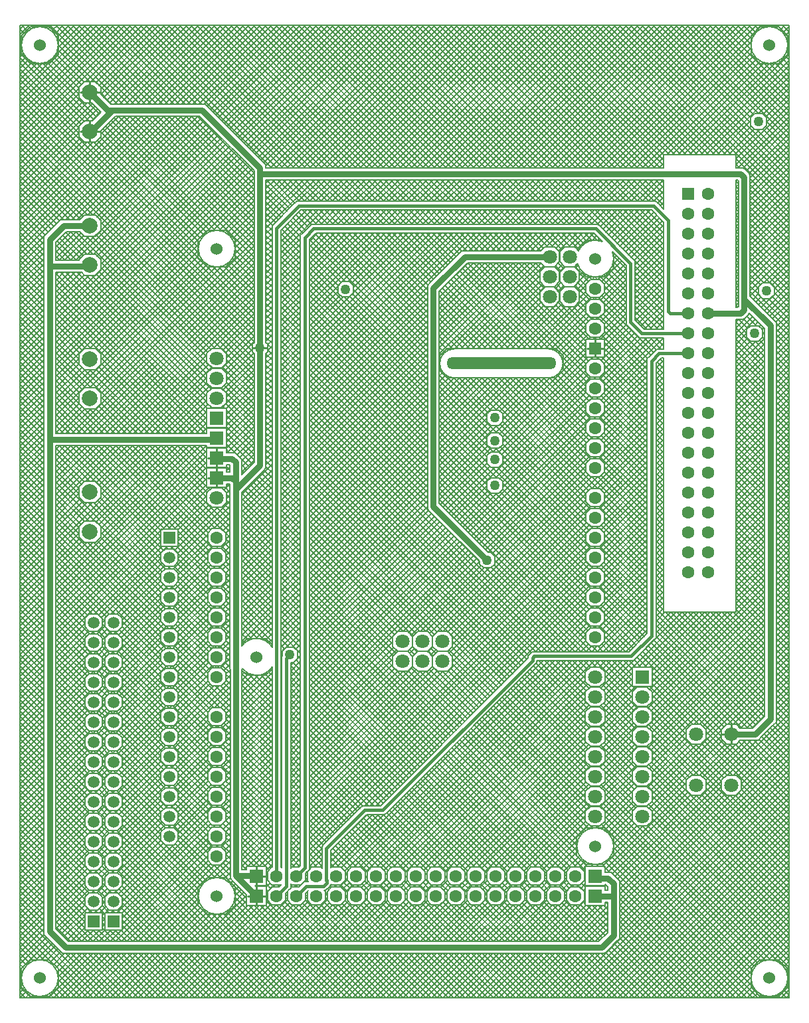
<source format=gbr>
%TF.GenerationSoftware,Altium Limited,Altium Designer,21.8.1 (53)*%
G04 Layer_Physical_Order=4*
G04 Layer_Color=16711680*
%FSLAX43Y43*%
%MOMM*%
%TF.SameCoordinates,8EB70333-0A29-48E7-A932-0FA81BCCDE64*%
%TF.FilePolarity,Positive*%
%TF.FileFunction,Copper,L4,Bot,Signal*%
%TF.Part,Single*%
G01*
G75*
%TA.AperFunction,NonConductor*%
%ADD10C,0.203*%
%ADD11C,0.254*%
%TA.AperFunction,Conductor*%
%ADD12C,0.400*%
%ADD13C,0.800*%
%TA.AperFunction,ComponentPad*%
%ADD16C,1.500*%
%ADD17R,1.500X1.500*%
%ADD18R,1.800X1.800*%
%ADD19C,1.800*%
%ADD20C,2.000*%
%ADD21C,1.524*%
%ADD22O,14.000X1.524*%
%ADD23C,1.600*%
%ADD24R,1.600X1.600*%
%ADD25R,1.800X1.800*%
%TA.AperFunction,WasherPad*%
%ADD26C,1.524*%
%TA.AperFunction,ComponentPad*%
%ADD27R,1.600X1.600*%
%TA.AperFunction,ViaPad*%
%ADD28C,1.270*%
D10*
X96000Y119644D02*
G03*
X98356Y122000I0J2356D01*
G01*
D02*
G03*
X96000Y124356I-2356J0D01*
G01*
X93644Y122000D02*
G03*
X96000Y119644I2356J0D01*
G01*
Y124356D02*
G03*
X93644Y122000I0J-2356D01*
G01*
X76156Y94760D02*
G03*
X75981Y95651I-2356J0D01*
G01*
X74691Y96941D02*
G03*
X73800Y97116I-891J-2181D01*
G01*
Y92404D02*
G03*
X76156Y94760I0J2356D01*
G01*
X73800Y97116D02*
G03*
X71666Y95757I0J-2356D01*
G01*
X71535Y94112D02*
G03*
X73800Y92404I2265J648D01*
G01*
X69686Y81400D02*
G03*
X67830Y83256I-1856J0D01*
G01*
Y79544D02*
G03*
X69686Y81400I0J1856D01*
G01*
X53974D02*
G03*
X55830Y79544I1856J0D01*
G01*
Y83256D02*
G03*
X53974Y81400I0J-1856D01*
G01*
X96000Y644D02*
G03*
X98356Y3000I0J2356D01*
G01*
D02*
G03*
X96000Y5356I-2356J0D01*
G01*
D02*
G03*
X93644Y3000I0J-2356D01*
G01*
D02*
G03*
X96000Y644I2356J0D01*
G01*
X76156Y19830D02*
G03*
X73800Y22186I-2356J0D01*
G01*
Y17474D02*
G03*
X76156Y19830I0J2356D01*
G01*
X73800Y22186D02*
G03*
X71444Y19830I0J-2356D01*
G01*
D02*
G03*
X73800Y17474I2356J0D01*
G01*
X27896Y96030D02*
G03*
X25540Y98386I-2356J0D01*
G01*
D02*
G03*
X23184Y96030I0J-2356D01*
G01*
D02*
G03*
X25540Y93674I2356J0D01*
G01*
D02*
G03*
X27896Y96030I0J2356D01*
G01*
X32604Y45229D02*
G03*
X30620Y46316I-1984J-1269D01*
G01*
D02*
G03*
X28722Y45355I0J-2356D01*
G01*
X3000Y119644D02*
G03*
X5356Y122000I0J2356D01*
G01*
D02*
G03*
X3000Y124356I-2356J0D01*
G01*
D02*
G03*
X644Y122000I0J-2356D01*
G01*
D02*
G03*
X3000Y119644I2356J0D01*
G01*
X28775Y42496D02*
G03*
X30620Y41604I1845J1464D01*
G01*
D02*
G03*
X32604Y42691I0J2356D01*
G01*
X27896Y13480D02*
G03*
X25540Y15836I-2356J0D01*
G01*
D02*
G03*
X23184Y13480I0J-2356D01*
G01*
X25540Y11124D02*
G03*
X27896Y13480I0J2356D01*
G01*
X23184D02*
G03*
X25540Y11124I2356J0D01*
G01*
X5356Y3000D02*
G03*
X3000Y5356I-2356J0D01*
G01*
Y644D02*
G03*
X5356Y3000I0J2356D01*
G01*
X3000Y5356D02*
G03*
X644Y3000I0J-2356D01*
G01*
D02*
G03*
X3000Y644I2356J0D01*
G01*
X98356Y122782D02*
X98517Y122944D01*
X98356Y123126D02*
X98517Y122964D01*
X98356Y122063D02*
X98517Y122225D01*
X98356Y122407D02*
X98517Y122246D01*
X98401Y124517D02*
X98517Y124401D01*
X98194Y123339D02*
X98517Y123662D01*
X98255Y122681D02*
X98356Y122782D01*
X98037Y123182D02*
X98194Y123339D01*
X98356Y121689D02*
X98517Y121527D01*
X98356Y120822D02*
Y122000D01*
Y120971D02*
X98517Y120809D01*
X98356Y121345D02*
X98517Y121507D01*
X98356Y122000D02*
Y123178D01*
X98218Y121208D02*
X98356Y121345D01*
X98191Y121135D02*
X98356Y120971D01*
X97476Y124057D02*
X97936Y124517D01*
X97056Y124356D02*
X97217Y124517D01*
X97349Y123931D02*
X97476Y124057D01*
X96000Y124356D02*
X97178D01*
X96964Y124517D02*
X97126Y124356D01*
X96337D02*
X96499Y124517D01*
X96884Y124184D02*
X97056Y124356D01*
X97835Y123698D02*
X98517Y124381D01*
X97683Y124517D02*
X98517Y123683D01*
X97178Y124356D02*
X98356Y123178D01*
X97126Y124356D02*
X98356Y123126D01*
X97733Y123596D02*
X97835Y123698D01*
X98071Y120537D02*
X98517Y120090D01*
X97942Y120666D02*
X98071Y120537D01*
X97609Y120280D02*
X97711Y120178D01*
X97199Y119972D02*
X97352Y119819D01*
X96701Y119751D02*
X96808Y119644D01*
X96655D02*
X96792Y119782D01*
X96000Y119644D02*
X97178D01*
X96808D02*
X98517Y117935D01*
X96090Y119644D02*
X98517Y117217D01*
X95606Y112226D02*
X98517Y109314D01*
X95606Y112129D02*
X98517Y115041D01*
X97711Y120178D02*
X98517Y119372D01*
X97178Y119644D02*
X98356Y120822D01*
X97352Y119819D02*
X98517Y118654D01*
X95563Y112805D02*
X98517Y115760D01*
X91700Y107505D02*
X98517Y114323D01*
X95473Y111640D02*
X98517Y108596D01*
X95114Y111281D02*
X98517Y107877D01*
X95371Y119644D02*
X98517Y116498D01*
X94580Y113259D02*
X98517Y117196D01*
X95204Y113165D02*
X98517Y116478D01*
X93053Y105985D02*
X98517Y111449D01*
X92690Y106340D02*
X98517Y112167D01*
X93545Y105039D02*
X98517Y110012D01*
X93412Y105625D02*
X98517Y110731D01*
X91971Y106340D02*
X98517Y112886D01*
X91700Y106787D02*
X98517Y113604D01*
X94399Y111277D02*
X98517Y107159D01*
X95619Y124356D02*
X95781Y124517D01*
X95527D02*
X95689Y124356D01*
X96246Y124517D02*
X96407Y124356D01*
X94822D02*
X96000D01*
X94900D02*
X95062Y124517D01*
X94809D02*
X94971Y124356D01*
X95135Y124191D01*
X94537Y124071D02*
X94666Y123942D01*
X94090Y124517D02*
X94537Y124071D01*
X94302Y120165D02*
X94404Y120267D01*
X93644Y120822D02*
X94822Y119644D01*
X94178Y123711D02*
X94280Y123609D01*
X93819Y123352D02*
X93972Y123199D01*
X93943Y120524D02*
X94069Y120651D01*
X93372Y124517D02*
X94178Y123711D01*
X92654Y124517D02*
X93819Y123352D01*
X93644Y123100D02*
X94900Y124356D01*
X93644Y123178D02*
X94822Y124356D01*
X91935Y124517D02*
X93644Y122808D01*
X91217Y124517D02*
X93644Y122090D01*
Y122808D02*
X93751Y122701D01*
X93644Y120944D02*
X93816Y121116D01*
X93644Y121371D02*
X93768Y121248D01*
X93644Y122000D02*
Y123178D01*
X90498Y124517D02*
X93644Y121371D01*
Y120822D02*
Y122000D01*
X95248Y119768D02*
X95371Y119644D01*
X95218D02*
X95319Y119745D01*
X95110Y113259D02*
X95606Y112763D01*
X94822Y119644D02*
X96000D01*
X94661Y119806D02*
X94818Y119963D01*
X93624Y112763D02*
X94120Y113259D01*
X95110D01*
X95606Y111773D02*
Y112763D01*
X93624Y111773D02*
X94120Y111277D01*
X95110D02*
X95606Y111773D01*
X94120Y111277D02*
X95110D01*
X93624Y111773D02*
Y112763D01*
X93167Y105871D02*
X93545Y105493D01*
Y104738D02*
Y105493D01*
X90808Y108050D02*
X94077Y111320D01*
X90089Y108050D02*
X93718Y111679D01*
X91943Y106340D02*
X92698D01*
X91526Y108050D02*
X94754Y111277D01*
X91700Y106792D02*
X92152Y106340D01*
X91700D02*
Y108050D01*
Y106340D02*
X91943D01*
X92698D02*
X93076Y105962D01*
X92698Y106340D02*
X93076Y105962D01*
X93167Y105871D02*
X93545Y105493D01*
X93076Y105962D02*
X93167Y105871D01*
X91943Y106340D02*
X92698D01*
X91700Y104828D02*
X91943D01*
X92033Y104738D01*
X93545Y95700D02*
X98517Y100673D01*
X93545Y101355D02*
X98517Y96382D01*
X93545Y94981D02*
X98517Y99954D01*
X93545Y100637D02*
X98517Y95664D01*
X93545Y97137D02*
X98517Y102110D01*
X93545Y102792D02*
X98517Y97819D01*
X93545Y96418D02*
X98517Y101391D01*
X93545Y102074D02*
X98517Y97101D01*
X93545Y93545D02*
X98517Y98517D01*
X93545Y93545D02*
X98517Y98517D01*
X93545Y92826D02*
X98517Y97799D01*
X93545Y98482D02*
X98517Y93509D01*
X93545Y94263D02*
X98517Y99236D01*
X93545Y99918D02*
X98517Y94946D01*
X93545Y99200D02*
X98517Y94227D01*
X93545Y102166D02*
X98517Y107138D01*
X91700Y107510D02*
X98517Y100693D01*
X93545Y100729D02*
X98517Y105702D01*
X93545Y101447D02*
X98517Y106420D01*
X93545Y103603D02*
X98517Y108575D01*
X93545Y104321D02*
X98517Y109294D01*
X93545Y102884D02*
X98517Y107857D01*
X93545Y98574D02*
X98517Y103546D01*
X93545Y104229D02*
X98517Y99256D01*
X93545Y97855D02*
X98517Y102828D01*
X93545Y103511D02*
X98517Y98538D01*
X93545Y104947D02*
X98517Y99975D01*
X93545Y100010D02*
X98517Y104983D01*
X93545Y99292D02*
X98517Y104265D01*
X95979Y91669D02*
X98517Y94207D01*
X95261Y91669D02*
X98517Y94925D01*
X96622Y90874D02*
X98517Y92770D01*
X96412Y91383D02*
X98517Y93488D01*
X96126Y91669D02*
X96622Y91173D01*
X95136Y91669D02*
X96126D01*
X96047D02*
X96622Y91094D01*
X95345Y88161D02*
X98517Y91333D01*
X94986Y88520D02*
X98517Y92052D01*
X96622Y90376D02*
X98517Y88480D01*
X95704Y87801D02*
X98517Y90615D01*
X96622Y91094D02*
X98517Y89198D01*
X96622Y90183D02*
Y91173D01*
X96126Y89687D02*
X96622Y90183D01*
X93545Y97045D02*
X98517Y92072D01*
X93545Y92108D02*
X98517Y97081D01*
X93545Y96326D02*
X98517Y91354D01*
X93545Y91389D02*
X98517Y96362D01*
X93545Y94171D02*
X96047Y91669D01*
X93545Y97763D02*
X98517Y92790D01*
X93545Y93453D02*
X95329Y91669D01*
X93545Y95608D02*
X98517Y90635D01*
X93545Y90671D02*
X98517Y95644D01*
X93545Y90579D02*
X98517Y85606D01*
X93545Y94890D02*
X98517Y89917D01*
X94640Y90183D02*
X95136Y89687D01*
X94640Y90202D02*
X95155Y89687D01*
X93545Y89961D02*
X96517Y86989D01*
X93545Y104738D02*
Y105493D01*
X91700Y98884D02*
X92033Y99218D01*
X91700Y98166D02*
X92033Y98499D01*
X91700Y98889D02*
X92033Y98556D01*
X91700Y99603D02*
X92033Y99936D01*
X91700Y100326D02*
X92033Y99993D01*
X91700Y99608D02*
X92033Y99274D01*
X93545Y89961D02*
Y104738D01*
X92033Y89961D02*
Y104738D01*
X91700Y96734D02*
X92033Y96401D01*
X91700Y96729D02*
X92033Y97062D01*
X91700Y97447D02*
X92033Y97781D01*
X91700Y98171D02*
X92033Y97838D01*
X91700Y97453D02*
X92033Y97119D01*
X91700Y103195D02*
X92033Y103528D01*
X91700Y103918D02*
X92033Y103585D01*
X91700Y102476D02*
X92033Y102810D01*
X91700Y103200D02*
X92033Y102867D01*
X91700Y104637D02*
X92033Y104303D01*
X91700Y104632D02*
X91897Y104828D01*
X91700Y103913D02*
X92033Y104247D01*
X91700Y101039D02*
X92033Y101373D01*
X91700Y101763D02*
X92033Y101430D01*
X91700Y100321D02*
X92033Y100654D01*
X91700Y101045D02*
X92033Y100711D01*
X91700Y102481D02*
X92033Y102148D01*
X91700Y88516D02*
Y104828D01*
Y101758D02*
X92033Y102091D01*
X93545Y92016D02*
X94640Y90920D01*
X93545Y92734D02*
X94873Y91406D01*
X94640Y91173D02*
X95136Y91669D01*
X91700Y90263D02*
X92033Y90597D01*
X91700Y90982D02*
X92033Y91315D01*
X91700Y91705D02*
X92033Y91372D01*
X91700Y90987D02*
X92033Y90653D01*
X94640Y90183D02*
Y91173D01*
X93545Y91297D02*
X94640Y90202D01*
X93908Y89597D02*
X94640Y90330D01*
X93549Y89957D02*
X94640Y91048D01*
X92033Y89205D02*
Y89961D01*
X91700Y90268D02*
X92033Y89935D01*
Y89205D02*
Y89961D01*
X91700Y94574D02*
X92033Y94907D01*
X91700Y95297D02*
X92033Y94964D01*
X91700Y93855D02*
X92033Y94189D01*
X91700Y94579D02*
X92033Y94245D01*
X91700Y96016D02*
X92033Y95682D01*
X91700Y96011D02*
X92033Y96344D01*
X91700Y95292D02*
X92033Y95626D01*
X91700Y92424D02*
X92033Y92090D01*
X91700Y92418D02*
X92033Y92752D01*
X91700Y91700D02*
X92033Y92033D01*
X91700Y91700D02*
X92033Y92033D01*
X91700Y93137D02*
X92033Y93470D01*
X91700Y93860D02*
X92033Y93527D01*
X91700Y93142D02*
X92033Y92809D01*
X88343Y124517D02*
X98517Y114343D01*
X86906Y124517D02*
X98517Y112906D01*
X86188Y124517D02*
X98517Y112188D01*
X85469Y124517D02*
X98517Y111469D01*
X81877Y124517D02*
X93628Y112767D01*
X81159Y124517D02*
X93624Y112052D01*
X89061Y124517D02*
X98517Y115061D01*
X82596Y124517D02*
X93987Y113126D01*
X75447Y106340D02*
X93625Y124517D01*
X74729Y106340D02*
X92907Y124517D01*
X84751D02*
X98517Y110751D01*
X80440Y124517D02*
X98517Y106440D01*
X74693Y124517D02*
X91160Y108050D01*
X73975Y124517D02*
X90442Y108050D01*
X74011Y106340D02*
X92188Y124517D01*
X71819D02*
X88287Y108050D01*
X71101Y124517D02*
X87568Y108050D01*
X73256Y124517D02*
X89724Y108050D01*
X72538Y124517D02*
X89005Y108050D01*
X69664Y124517D02*
X86131Y108050D01*
X68263Y106340D02*
X86441Y124517D01*
X70383D02*
X86850Y108050D01*
X71855Y106340D02*
X90033Y124517D01*
X71137Y106340D02*
X89315Y124517D01*
X73292Y106340D02*
X91470Y124517D01*
X72574Y106340D02*
X90752Y124517D01*
X69700Y106340D02*
X87878Y124517D01*
X68982Y106340D02*
X87160Y124517D01*
X70419Y106340D02*
X88596Y124517D01*
X89780D02*
X98517Y115780D01*
X87625Y124517D02*
X98517Y113625D01*
X84342Y108050D02*
X95937Y119644D01*
X84033Y124517D02*
X98517Y110033D01*
X83314Y124517D02*
X94573Y113259D01*
X82905Y108050D02*
X94661Y119806D01*
X83624Y108050D02*
X95218Y119644D01*
X87216Y108050D02*
X98517Y119352D01*
X86497Y108050D02*
X98517Y120070D01*
X88653Y108050D02*
X98517Y117915D01*
X87934Y108050D02*
X98517Y118633D01*
X85779Y108050D02*
X98517Y120788D01*
X85061Y108050D02*
X96655Y119644D01*
X89371Y108050D02*
X93624Y112303D01*
X78321Y106340D02*
X93644Y121663D01*
X76166Y106340D02*
X94344Y124517D01*
X79758Y106340D02*
X93943Y120524D01*
X79040Y106340D02*
X93644Y120944D01*
X77603Y106340D02*
X93644Y122381D01*
X76884Y106340D02*
X93644Y123100D01*
X82500Y108050D02*
X91700D01*
X78285Y124517D02*
X98517Y104285D01*
X77567Y124517D02*
X98517Y103567D01*
X76848Y124517D02*
X98517Y102848D01*
X76130Y124517D02*
X98517Y102130D01*
X79722Y124517D02*
X98517Y105722D01*
X79004Y124517D02*
X98517Y105004D01*
X80476Y106340D02*
X94302Y120165D01*
X67509Y124517D02*
X83976Y108050D01*
X66072Y124517D02*
X82539Y108050D01*
X68946Y124517D02*
X85413Y108050D01*
X68227Y124517D02*
X84695Y108050D01*
X61797Y106340D02*
X79975Y124517D01*
X61761D02*
X79939Y106340D01*
X62480Y124517D02*
X80658Y106340D01*
X66108D02*
X84286Y124517D01*
X65390Y106340D02*
X83567Y124517D01*
X67545Y106340D02*
X85723Y124517D01*
X66826Y106340D02*
X85004Y124517D01*
X63953Y106340D02*
X82131Y124517D01*
X62516Y106340D02*
X80694Y124517D01*
X64671Y106340D02*
X82849Y124517D01*
X58169D02*
X76347Y106340D01*
X57487D02*
X75665Y124517D01*
X58888D02*
X77066Y106340D01*
X58205D02*
X76383Y124517D01*
X56769Y106340D02*
X74946Y124517D01*
X56732D02*
X74910Y106340D01*
X57451Y124517D02*
X75629Y106340D01*
X60361D02*
X78538Y124517D01*
X60325D02*
X78502Y106340D01*
X61079D02*
X79257Y124517D01*
X61043D02*
X79221Y106340D01*
X59606Y124517D02*
X77784Y106340D01*
X58924D02*
X77102Y124517D01*
X59642Y106340D02*
X77820Y124517D01*
X82169Y104828D02*
X82500Y104497D01*
X81450Y104828D02*
X82500Y103779D01*
X80732Y104828D02*
X82500Y103060D01*
X80014Y104828D02*
X82500Y102342D01*
Y106340D02*
Y108050D01*
X81195Y106340D02*
X82500Y107645D01*
X81913Y106340D02*
X82500Y106926D01*
X79805Y102076D02*
X82500Y104771D01*
X79086Y102076D02*
X81839Y104828D01*
X81241Y102076D02*
X82500Y103334D01*
X80954Y102076D02*
X81510D01*
X78577Y104828D02*
X81330Y102076D01*
X76212D02*
X78965Y104828D01*
X80954Y102076D02*
X81510D01*
X65354Y124517D02*
X82500Y107371D01*
X63917Y124517D02*
X82095Y106340D01*
X66790Y124517D02*
X83258Y108050D01*
X64635Y124517D02*
X82500Y106653D01*
X63234Y106340D02*
X81412Y124517D01*
X63198D02*
X81376Y106340D01*
X71902Y102076D02*
X74655Y104828D01*
X73548D02*
X76301Y102076D01*
X73339D02*
X76092Y104828D01*
X74266D02*
X77019Y102076D01*
X74057D02*
X76810Y104828D01*
X72620Y102076D02*
X75373Y104828D01*
X72111D02*
X74864Y102076D01*
X72829Y104828D02*
X75582Y102076D01*
X80523D02*
X82500Y104053D01*
X79295Y104828D02*
X82500Y101624D01*
X81735Y101851D02*
X82500Y102616D01*
X81510Y102076D02*
X81788Y101798D01*
X78368Y102076D02*
X81120Y104828D01*
X77858D02*
X80611Y102076D01*
X81510D02*
X81788Y101798D01*
X80285Y100964D02*
X82500Y98750D01*
X79567Y100964D02*
X82500Y98031D01*
X78849Y100964D02*
X82500Y97313D01*
X78130Y100964D02*
X82500Y96595D01*
Y101085D02*
Y104828D01*
X82094Y101491D02*
X82500Y101897D01*
X81788Y101798D02*
X82500Y101085D01*
X77140Y104828D02*
X79893Y102076D01*
X75411Y124517D02*
X98517Y101411D01*
X77649Y102076D02*
X80402Y104828D01*
X76232Y97066D02*
X80130Y100964D01*
X76931Y102076D02*
X79684Y104828D01*
X76422D02*
X79174Y102076D01*
X75873Y97426D02*
X79412Y100964D01*
X75257D02*
X82500Y93721D01*
X73820Y100964D02*
X82500Y92284D01*
X73101Y100964D02*
X82500Y91566D01*
X72383Y100964D02*
X82500Y90847D01*
X77412Y100964D02*
X82500Y95876D01*
X76591Y96707D02*
X80849Y100964D01*
X76693D02*
X82500Y95158D01*
X78867Y93044D02*
X82500Y89410D01*
X78867Y89643D02*
X82500Y93276D01*
X78867Y92325D02*
X82500Y88692D01*
X78867Y88924D02*
X82500Y92558D01*
X80954Y100964D02*
X82500Y99419D01*
X78867Y90361D02*
X82500Y93995D01*
X78867Y93762D02*
X82500Y90129D01*
Y85776D02*
Y99419D01*
X78867Y90889D02*
X82500Y87255D01*
X78951Y86854D02*
X82500Y90403D01*
X78867Y90170D02*
X82500Y86537D01*
X78867Y91607D02*
X82500Y87974D01*
X78867Y88206D02*
X82500Y91839D01*
X78867Y87488D02*
X82500Y91121D01*
X78028Y95270D02*
X82338Y99580D01*
X75975Y100964D02*
X82500Y94439D01*
X78747Y94552D02*
X82500Y98305D01*
X78387Y94911D02*
X82500Y99024D01*
X77310Y95989D02*
X81620Y100299D01*
X76951Y96348D02*
X81261Y100658D01*
X77669Y95629D02*
X81979Y99940D01*
X78867Y92517D02*
X82500Y96150D01*
X74538Y100964D02*
X82500Y93003D01*
X78867Y91080D02*
X82500Y94713D01*
X78867Y91798D02*
X82500Y95432D01*
X78867Y93235D02*
X82500Y96868D01*
X78867Y93953D02*
X82500Y97587D01*
X78867Y93876D02*
Y94432D01*
X76156Y94760D02*
Y95476D01*
X75703Y104828D02*
X78456Y102076D01*
X78589Y94710D02*
X78867Y94432D01*
X76156Y94835D02*
X76476Y95155D01*
X75981Y95651D02*
X76156Y95476D01*
X76052Y95450D02*
X76117Y95514D01*
X78589Y94710D02*
X78867Y94432D01*
X76156Y95036D02*
X77755Y93437D01*
X78867Y93876D02*
Y94432D01*
X76156Y94318D02*
X77755Y92718D01*
X76156Y94116D02*
X76836Y94796D01*
X76156Y95476D02*
X77755Y93876D01*
X76156Y93582D02*
Y94760D01*
X74985Y104828D02*
X77737Y102076D01*
X74776D02*
X77528Y104828D01*
X75494Y102076D02*
X78247Y104828D01*
X74795Y98503D02*
X77257Y100964D01*
X74010Y99155D02*
X75820Y100964D01*
X73291Y99155D02*
X75101Y100964D01*
X74436Y98862D02*
X76538Y100964D01*
X75514Y97785D02*
X78693Y100964D01*
X75154Y98144D02*
X77975Y100964D01*
X74616Y91858D02*
X77195Y94437D01*
X74422Y98877D02*
X78589Y94710D01*
X74516Y97116D02*
X74691Y96941D01*
X76156Y93600D02*
X77755Y92000D01*
X75952Y93803D02*
X76156Y93600D01*
X75805Y93232D02*
X77755Y91281D01*
X74978Y92404D02*
X76156Y93582D01*
X76024Y93985D02*
X76156Y94116D01*
X75687Y93350D02*
X75805Y93232D01*
X75340Y92978D02*
X75446Y92872D01*
X78867Y86939D02*
Y93876D01*
X77755Y86939D02*
Y93876D01*
X74946Y90499D02*
X77755Y87689D01*
X74946Y87877D02*
X77755Y90687D01*
X75446Y92872D02*
X77755Y90563D01*
X75087Y92513D02*
X77755Y89844D01*
X74946Y91217D02*
X77755Y88408D01*
X74946Y90751D02*
X77755Y93561D01*
X74946Y91469D02*
X77554Y94078D01*
X74915Y92685D02*
X75087Y92513D01*
X73800Y92404D02*
X74978D01*
X74444D02*
X74575Y92536D01*
X74368Y92106D02*
X74946Y91528D01*
Y90372D02*
Y91528D01*
Y88596D02*
X77755Y91405D01*
X74477Y92404D02*
X77755Y89126D01*
X74650Y90076D02*
X77755Y86971D01*
X74590Y86803D02*
X77755Y89969D01*
X74782Y89151D02*
X77755Y92124D01*
X74423Y89510D02*
X77755Y92842D01*
X74368Y89794D02*
X74946Y90372D01*
X96895Y86118D02*
X98517Y87741D01*
X96782Y86724D02*
X98517Y88460D01*
X96895Y86511D02*
X98517Y84888D01*
X96895Y85400D02*
X98517Y87023D01*
X96517Y86989D02*
X96895Y86611D01*
X96517Y86989D02*
X96895Y86611D01*
Y85855D02*
Y86611D01*
Y85855D02*
Y86611D01*
Y83245D02*
X98517Y84867D01*
X96895Y85074D02*
X98517Y83451D01*
X96895Y82526D02*
X98517Y84149D01*
X96895Y84355D02*
X98517Y82732D01*
X96895Y85792D02*
X98517Y84169D01*
X96895Y84681D02*
X98517Y86304D01*
X96895Y83963D02*
X98517Y85586D01*
X96063Y87442D02*
X98517Y89896D01*
X95873Y89687D02*
X98517Y87043D01*
X96422Y87083D02*
X98517Y89178D01*
X95155Y89687D02*
X98517Y86325D01*
X96359Y89920D02*
X98517Y87761D01*
X94626Y88879D02*
X95435Y89687D01*
X95136D02*
X96126D01*
X91700Y80924D02*
X95383Y84607D01*
X91700Y85239D02*
X95383Y81556D01*
X91700Y80205D02*
X95383Y83889D01*
X91700Y84521D02*
X95383Y80838D01*
X94735Y84359D02*
X95383Y83711D01*
X91700Y85958D02*
X95383Y82274D01*
X94150Y84226D02*
X95383Y82993D01*
X96895Y80763D02*
X98517Y79140D01*
X96895Y79652D02*
X98517Y81275D01*
X96895Y80045D02*
X98517Y78422D01*
X96895Y78934D02*
X98517Y80557D01*
X96895Y80371D02*
X98517Y81994D01*
X96895Y82200D02*
X98517Y80577D01*
X96895Y81482D02*
X98517Y79859D01*
X96895Y76779D02*
X98517Y78402D01*
X96895Y78608D02*
X98517Y76985D01*
X96895Y76060D02*
X98517Y77683D01*
X96895Y77890D02*
X98517Y76267D01*
X96895Y79326D02*
X98517Y77704D01*
X96895Y78216D02*
X98517Y79838D01*
X96895Y77497D02*
X98517Y79120D01*
X96895Y81808D02*
X98517Y83431D01*
X96895Y83637D02*
X98517Y82014D01*
X96895Y81089D02*
X98517Y82712D01*
X96895Y82918D02*
X98517Y81296D01*
X91700Y79487D02*
X95383Y83170D01*
X91700Y83803D02*
X95383Y80119D01*
X91700Y83084D02*
X95383Y79401D01*
X91700Y77332D02*
X95383Y81015D01*
X91700Y81647D02*
X95383Y77964D01*
X91700Y79492D02*
X95383Y75809D01*
X91700Y80929D02*
X95383Y77245D01*
X91700Y82366D02*
X95383Y78682D01*
X91700Y78768D02*
X95383Y82452D01*
X91700Y78050D02*
X95383Y81733D01*
X94267Y89238D02*
X94926Y89897D01*
X93167Y87473D02*
X93466Y87772D01*
X93167Y87473D02*
X93466Y87772D01*
X93076Y87382D02*
X93167Y87473D01*
X92033Y88606D02*
Y89205D01*
Y89961D01*
X92698Y87004D02*
X93076Y87382D01*
X93466Y87772D02*
X95383Y85855D01*
X93113Y87419D02*
X94324Y86208D01*
X94715Y86094D02*
X94930Y86309D01*
X94110Y86208D02*
X94571Y86668D01*
X92753Y87060D02*
X93609Y86204D01*
X92698Y87004D02*
X93076Y87382D01*
X92090Y87004D02*
X93249Y85845D01*
X91700Y89550D02*
X92033Y89216D01*
X91700Y89545D02*
X92033Y89878D01*
X91943Y88516D02*
X92033Y88606D01*
X91700Y88826D02*
X92033Y89160D01*
X91700Y88516D02*
X91943D01*
X91700Y88831D02*
X91979Y88552D01*
X91700Y87004D02*
X91943D01*
X91700Y85234D02*
X93852Y87386D01*
X91700Y85953D02*
X93493Y87746D01*
X91700Y86676D02*
X93116Y85260D01*
X91700Y84516D02*
X94211Y87027D01*
X91943Y87004D02*
X92698D01*
X91700Y86671D02*
X92033Y87004D01*
X91943D02*
X92698D01*
X95075Y85735D02*
X95289Y85950D01*
X94602Y86208D02*
X95098Y85712D01*
Y85040D02*
X95383Y85326D01*
X95098Y85434D02*
X95383Y85148D01*
X93612Y86208D02*
X94602D01*
X93116Y85712D02*
X93612Y86208D01*
X93116Y84722D02*
Y85712D01*
X95094Y84719D02*
X95383Y84430D01*
X94602Y84226D02*
X95098Y84722D01*
X91700Y75895D02*
X95383Y79578D01*
X91700Y80210D02*
X95383Y76527D01*
X95098Y84722D02*
Y85712D01*
X93116Y84722D02*
X93612Y84226D01*
X94602D01*
X91700Y83797D02*
X93116Y85214D01*
X82500Y83236D02*
Y84664D01*
X82228Y83236D02*
X82500D01*
X81799D02*
X82500Y83937D01*
X82217Y84664D02*
X82500Y84381D01*
X82183Y85776D02*
X82500Y86092D01*
X81672Y83236D02*
X82228D01*
X91700Y82361D02*
X93589Y84249D01*
X91700Y83079D02*
X93230Y84609D01*
X91700Y76613D02*
X95383Y80297D01*
X91700Y81642D02*
X94284Y84226D01*
X82228Y82124D02*
X82500D01*
X82056Y81952D02*
X82500Y81508D01*
X81696Y81593D02*
X82500Y80789D01*
X96895Y70705D02*
X98517Y69082D01*
X96895Y69595D02*
X98517Y71217D01*
X96895Y69987D02*
X98517Y68364D01*
X96895Y68876D02*
X98517Y70499D01*
X96895Y70313D02*
X98517Y71936D01*
X96895Y72142D02*
X98517Y70519D01*
X96895Y71424D02*
X98517Y69801D01*
X96895Y66721D02*
X98517Y68344D01*
X96895Y68550D02*
X98517Y66927D01*
X96895Y66002D02*
X98517Y67625D01*
X96895Y67832D02*
X98517Y66209D01*
X96895Y69268D02*
X98517Y67646D01*
X96895Y68158D02*
X98517Y69781D01*
X96895Y67439D02*
X98517Y69062D01*
X96895Y75734D02*
X98517Y74111D01*
X96895Y74624D02*
X98517Y76246D01*
X96895Y75016D02*
X98517Y73393D01*
X96895Y73905D02*
X98517Y75528D01*
X96895Y75342D02*
X98517Y76965D01*
X96895Y77171D02*
X98517Y75548D01*
X96895Y76453D02*
X98517Y74830D01*
X96895Y71750D02*
X98517Y73373D01*
X96895Y73579D02*
X98517Y71956D01*
X96895Y71031D02*
X98517Y72654D01*
X96895Y72861D02*
X98517Y71238D01*
X96895Y74297D02*
X98517Y72675D01*
X96895Y73187D02*
X98517Y74810D01*
X96895Y72468D02*
X98517Y74091D01*
X96895Y60647D02*
X98517Y59025D01*
X96895Y59537D02*
X98517Y61160D01*
X96895Y59929D02*
X98517Y58306D01*
X96895Y58818D02*
X98517Y60441D01*
X96895Y60255D02*
X98517Y61878D01*
X96895Y62084D02*
X98517Y60461D01*
X96895Y61366D02*
X98517Y59743D01*
X96895Y56663D02*
X98517Y58286D01*
X96895Y58492D02*
X98517Y56869D01*
X96895Y55945D02*
X98517Y57567D01*
X96895Y57774D02*
X98517Y56151D01*
X96895Y59211D02*
X98517Y57588D01*
X96895Y58100D02*
X98517Y59723D01*
X96895Y57381D02*
X98517Y59004D01*
X96895Y65676D02*
X98517Y64054D01*
X96895Y64566D02*
X98517Y66188D01*
X96895Y64958D02*
X98517Y63335D01*
X96895Y63847D02*
X98517Y65470D01*
X96895Y65284D02*
X98517Y66907D01*
X96895Y67113D02*
X98517Y65490D01*
X96895Y66395D02*
X98517Y64772D01*
X96895Y61692D02*
X98517Y63315D01*
X96895Y63521D02*
X98517Y61898D01*
X96895Y60974D02*
X98517Y62596D01*
X96895Y62803D02*
X98517Y61180D01*
X96895Y64240D02*
X98517Y62617D01*
X96895Y63129D02*
X98517Y64752D01*
X96895Y62410D02*
X98517Y64033D01*
X91700Y68711D02*
X95383Y72394D01*
X91700Y73026D02*
X95383Y69343D01*
X91700Y67992D02*
X95383Y71675D01*
X91700Y72308D02*
X95383Y68624D01*
X91700Y73745D02*
X95383Y70061D01*
X91700Y70147D02*
X95383Y73831D01*
X91700Y69429D02*
X95383Y73112D01*
X91700Y70153D02*
X95383Y66469D01*
X91700Y66555D02*
X95383Y70239D01*
X91700Y69434D02*
X95383Y65751D01*
X91700Y65837D02*
X95383Y69520D01*
X91700Y67274D02*
X95383Y70957D01*
X91700Y71589D02*
X95383Y67906D01*
X91700Y70871D02*
X95383Y67188D01*
X91700Y73739D02*
X95383Y77423D01*
X91700Y78055D02*
X95383Y74372D01*
X91700Y73021D02*
X95383Y76704D01*
X91700Y77337D02*
X95383Y73653D01*
X91700Y78774D02*
X95383Y75090D01*
X91700Y75176D02*
X95383Y78860D01*
X91700Y74458D02*
X95383Y78141D01*
X91700Y75181D02*
X95383Y71498D01*
X91700Y71584D02*
X95383Y75268D01*
X91700Y74463D02*
X95383Y70780D01*
X91700Y70866D02*
X95383Y74549D01*
X91700Y72303D02*
X95383Y75986D01*
X91700Y76618D02*
X95383Y72935D01*
X91700Y75900D02*
X95383Y72216D01*
X91700Y58653D02*
X95383Y62336D01*
X91700Y62968D02*
X95383Y59285D01*
X91700Y57934D02*
X95383Y61618D01*
X91700Y62250D02*
X95383Y58566D01*
X91700Y63687D02*
X95383Y60003D01*
X91700Y60089D02*
X95383Y63773D01*
X91700Y59371D02*
X95383Y63054D01*
X91700Y60095D02*
X95383Y56411D01*
X91700Y56497D02*
X95383Y60181D01*
X91700Y59376D02*
X95383Y55693D01*
X91700Y55779D02*
X95383Y59462D01*
X91700Y57216D02*
X95383Y60899D01*
X91700Y61531D02*
X95383Y57848D01*
X91700Y60813D02*
X95383Y57130D01*
X91700Y63682D02*
X95383Y67365D01*
X91700Y67997D02*
X95383Y64314D01*
X91700Y62963D02*
X95383Y66647D01*
X91700Y67279D02*
X95383Y63595D01*
X91700Y68716D02*
X95383Y65032D01*
X91700Y65118D02*
X95383Y68802D01*
X91700Y64400D02*
X95383Y68083D01*
X91700Y65124D02*
X95383Y61440D01*
X91700Y61526D02*
X95383Y65210D01*
X91700Y64405D02*
X95383Y60722D01*
X91700Y60808D02*
X95383Y64491D01*
X91700Y62245D02*
X95383Y65928D01*
X91700Y66560D02*
X95383Y62877D01*
X91700Y65842D02*
X95383Y62159D01*
X81465Y85776D02*
X82500Y86811D01*
X80747Y85776D02*
X82500Y87529D01*
X81499Y84664D02*
X82500Y83663D01*
X80030Y84664D02*
X82500D01*
X80029Y85776D02*
X82500Y88247D01*
X79670Y86136D02*
X82500Y88966D01*
X80780Y84664D02*
X82209Y83236D01*
X80030Y85776D02*
X82500D01*
X81394Y82958D02*
X81672Y83236D01*
X80062Y84664D02*
X81581Y83145D01*
X81672Y83236D02*
X82228D01*
X81394Y82958D02*
X81672Y83236D01*
X80700Y82264D02*
X81394Y82958D01*
X80422Y81986D02*
X80700Y82264D01*
X80422Y81986D02*
X80700Y82264D01*
X79311Y86495D02*
X82500Y89684D01*
X74213Y89794D02*
X81222Y82786D01*
X78867Y88733D02*
X81824Y85776D01*
X78867Y89452D02*
X82500Y85818D01*
X78867Y88015D02*
X81106Y85776D01*
X74946Y88344D02*
X80863Y82426D01*
X74842Y87729D02*
X80504Y82067D01*
X74946Y78538D02*
X81072Y84664D01*
X74675Y85022D02*
X80422Y79275D01*
X74946Y77819D02*
X81791Y84664D01*
X74539Y76694D02*
X82500Y84655D01*
X74946Y86189D02*
X80422Y80712D01*
X74483Y87370D02*
X80422Y81430D01*
X74946Y85470D02*
X80422Y79993D01*
X81534Y75786D02*
X82500Y76753D01*
X81534Y77445D02*
X82500Y76479D01*
X81534Y75068D02*
X82500Y76034D01*
X81534Y76727D02*
X82500Y75760D01*
X81534Y78164D02*
X82500Y77197D01*
X81534Y77223D02*
X82500Y78189D01*
X81534Y76505D02*
X82500Y77471D01*
X81534Y74572D02*
X82500Y73605D01*
X81534Y73631D02*
X82500Y74597D01*
X81534Y73853D02*
X82500Y72887D01*
X81534Y72913D02*
X82500Y73879D01*
X81534Y74349D02*
X82500Y75316D01*
X81534Y76008D02*
X82500Y75042D01*
X81534Y75290D02*
X82500Y74324D01*
X81534Y80097D02*
X82500Y81063D01*
X81534Y80815D02*
X82500Y81782D01*
X81534Y79378D02*
X82500Y80345D01*
X81534Y81037D02*
X82500Y80071D01*
X81534Y81430D02*
X82228Y82124D01*
X80422Y81430D02*
Y81986D01*
Y81430D02*
Y81986D01*
X81534Y79601D02*
X82500Y78634D01*
X81534Y78660D02*
X82500Y79626D01*
X81534Y78882D02*
X82500Y77916D01*
X81534Y77941D02*
X82500Y78908D01*
X74898Y76335D02*
X80422Y81859D01*
X74649Y82174D02*
X80422Y76401D01*
X81534Y80319D02*
X82500Y79353D01*
X78867Y86939D02*
X80030Y85776D01*
X78867Y87296D02*
X80387Y85776D01*
X78033Y86105D02*
X79196Y84942D01*
X77755Y86383D02*
X78033Y86105D01*
X77755Y86383D02*
Y86939D01*
Y86383D02*
Y86939D01*
Y86383D02*
X78033Y86105D01*
X79196Y84942D02*
X79474Y84664D01*
X79196Y84942D02*
X79474Y84664D01*
X80030D01*
X79474D02*
X80030D01*
X74946Y82848D02*
X78118Y86021D01*
X74946Y83567D02*
X77759Y86380D01*
X74946Y80693D02*
X79196Y84943D01*
X74946Y85722D02*
X77755Y88532D01*
X74946Y86440D02*
X77755Y89250D01*
X74368Y87026D02*
X74946Y86448D01*
X74368Y87254D02*
X74946Y87832D01*
Y88988D01*
X74368Y89566D02*
X74946Y88988D01*
X74323Y87254D02*
X74946Y87877D01*
Y84285D02*
X77755Y87095D01*
X74565Y81749D02*
X78477Y85661D01*
X74924Y81390D02*
X78836Y85302D01*
X74372Y79401D02*
X79635Y84664D01*
X74946Y85292D02*
Y86448D01*
X74428Y84486D02*
X77755Y87813D01*
X74368Y84714D02*
X74946Y85292D01*
Y84033D02*
X80422Y78556D01*
X74731Y79042D02*
X80354Y84664D01*
X74946Y82596D02*
X80422Y77120D01*
X74946Y83315D02*
X80422Y77838D01*
X74946Y80212D02*
Y81368D01*
Y82174D02*
Y84486D01*
Y77672D02*
Y78828D01*
Y80441D02*
X80422Y74964D01*
X74706Y73987D02*
X80422Y79704D01*
X74946Y78286D02*
X80422Y72809D01*
X74946Y73509D02*
X80422Y78986D01*
X74946Y75664D02*
X80422Y81141D01*
X74946Y81160D02*
X80422Y75683D01*
X74946Y75132D02*
Y76288D01*
X74368Y79634D02*
X74946Y80212D01*
X74368Y81946D02*
X74946Y81368D01*
X74368Y77094D02*
X74946Y77672D01*
X74368Y79406D02*
X74946Y78828D01*
X72634Y84486D02*
X74946D01*
X72634Y82174D02*
X74946D01*
X74326Y74326D02*
X80422Y80422D01*
X74326Y74326D02*
X80422Y80422D01*
X74701Y79967D02*
X80422Y74246D01*
X74315Y79634D02*
X80422Y73527D01*
X74368Y74554D02*
X74946Y75132D01*
X74368Y76866D02*
X74946Y76288D01*
X74368Y74326D02*
X74946Y73748D01*
X81534Y69320D02*
X82500Y70287D01*
X81534Y70979D02*
X82500Y70013D01*
X81534Y68602D02*
X82500Y69568D01*
X81534Y70261D02*
X82500Y69295D01*
X81534Y71698D02*
X82500Y70731D01*
X81534Y70757D02*
X82500Y71724D01*
X81534Y70039D02*
X82500Y71005D01*
X81534Y68106D02*
X82500Y67139D01*
X81534Y67165D02*
X82500Y68132D01*
X81534Y67387D02*
X82500Y66421D01*
X81534Y66447D02*
X82500Y67413D01*
X81534Y67884D02*
X82500Y68850D01*
X81534Y69543D02*
X82500Y68576D01*
X81534Y68824D02*
X82500Y67858D01*
X81534Y73135D02*
X82500Y72168D01*
X81534Y72194D02*
X82500Y73161D01*
X81534Y72416D02*
X82500Y71450D01*
X81534Y71476D02*
X82500Y72442D01*
X74946Y64169D02*
X80422Y69646D01*
X74752Y69859D02*
X80422Y64188D01*
X74393Y69499D02*
X80422Y63470D01*
X74946Y62014D02*
X80422Y67491D01*
X74944Y67511D02*
X80422Y62033D01*
X74946Y61296D02*
X80422Y66772D01*
X74585Y67152D02*
X80422Y61314D01*
X74946Y68228D02*
X80422Y62751D01*
X74379Y62884D02*
X80422Y68928D01*
X74738Y62525D02*
X80422Y68209D01*
X81534Y59263D02*
X82500Y60229D01*
X81534Y60922D02*
X82500Y59955D01*
X81534Y58544D02*
X82500Y59511D01*
X81534Y60203D02*
X82500Y59237D01*
X81534Y61640D02*
X82500Y60674D01*
X81534Y60699D02*
X82500Y61666D01*
X81534Y59981D02*
X82500Y60947D01*
X81534Y58048D02*
X82500Y57081D01*
X81534Y57107D02*
X82500Y58074D01*
X81534Y57329D02*
X82500Y56363D01*
X81534Y56389D02*
X82500Y57355D01*
X81534Y57826D02*
X82500Y58792D01*
X81534Y59485D02*
X82500Y58518D01*
X81534Y58766D02*
X82500Y57800D01*
X81534Y64291D02*
X82500Y65258D01*
X81534Y65951D02*
X82500Y64984D01*
X81534Y63573D02*
X82500Y64539D01*
X81534Y65232D02*
X82500Y64266D01*
X81534Y66669D02*
X82500Y65703D01*
X81534Y65728D02*
X82500Y66695D01*
X81534Y65010D02*
X82500Y65976D01*
X81534Y63077D02*
X82500Y62110D01*
X81534Y62136D02*
X82500Y63103D01*
X81534Y62358D02*
X82500Y61392D01*
X81534Y61418D02*
X82500Y62384D01*
X81534Y62855D02*
X82500Y63821D01*
X81534Y64514D02*
X82500Y63547D01*
X81534Y63795D02*
X82500Y62829D01*
X74946Y76131D02*
X80422Y70654D01*
X74893Y77620D02*
X80422Y72091D01*
X74946Y75412D02*
X80422Y69935D01*
X74946Y70635D02*
X80422Y76112D01*
X74946Y72592D02*
Y73748D01*
Y72790D02*
X80422Y78267D01*
X74946Y70052D02*
Y71208D01*
Y71102D02*
X80422Y65625D01*
X74919Y72565D02*
X80422Y67062D01*
X74946Y70383D02*
X80422Y64906D01*
X74931Y64873D02*
X80422Y70365D01*
X74946Y73257D02*
X80422Y67780D01*
X74946Y68480D02*
X80422Y73957D01*
X74946Y67761D02*
X80422Y73238D01*
X74534Y77261D02*
X80422Y71372D01*
X74514Y71640D02*
X80422Y77549D01*
X74873Y71281D02*
X80422Y76830D01*
X74275Y69246D02*
X80422Y75393D01*
X74368Y71786D02*
X74946Y71208D01*
X74368Y72014D02*
X74946Y72592D01*
X74368Y69474D02*
X74946Y70052D01*
X74560Y72206D02*
X80422Y66343D01*
X73338Y65436D02*
X80422Y72520D01*
X74571Y65232D02*
X80422Y71083D01*
X74057Y65436D02*
X80422Y71801D01*
X74726Y74913D02*
X80422Y69217D01*
X74680Y68933D02*
X80422Y74675D01*
X74367Y74554D02*
X80422Y68499D01*
X74946Y64636D02*
X80422Y59159D01*
X74905Y59818D02*
X80422Y65336D01*
X74946Y58622D02*
Y59778D01*
Y59140D02*
X80422Y64617D01*
X74946Y63702D02*
Y64858D01*
Y67512D02*
Y68668D01*
Y61162D02*
Y62318D01*
Y56985D02*
X80422Y62462D01*
X74713Y57471D02*
X80422Y63180D01*
X74946Y56267D02*
X80422Y61743D01*
X74946Y61762D02*
X80422Y56285D01*
X74946Y63917D02*
X80422Y58441D01*
X74694Y63451D02*
X80422Y57722D01*
X74946Y56082D02*
Y57238D01*
X74368Y63124D02*
X74946Y63702D01*
X74084Y66934D02*
X80422Y60596D01*
X74368Y60584D02*
X74946Y61162D01*
X74368Y62896D02*
X74946Y62318D01*
X74368Y66934D02*
X74946Y67512D01*
X74368Y69246D02*
X74946Y68668D01*
X74368Y65436D02*
X74946Y64858D01*
X74546Y60177D02*
X80422Y66054D01*
X73365Y66934D02*
X80422Y59877D01*
X74339Y57816D02*
X80422Y63899D01*
X74302Y63124D02*
X80422Y57004D01*
X74368Y58044D02*
X74946Y58622D01*
X74368Y60356D02*
X74946Y59778D01*
X74368Y57816D02*
X74946Y57238D01*
X70674Y104828D02*
X73427Y102076D01*
X70465D02*
X73218Y104828D01*
X71393D02*
X74145Y102076D01*
X71183D02*
X73936Y104828D01*
X69237D02*
X71990Y102076D01*
X69028D02*
X71781Y104828D01*
X69956D02*
X72709Y102076D01*
X69747D02*
X72499Y104828D01*
X70228Y100964D02*
X72037Y99155D01*
X69699D02*
X71509Y100964D01*
X71136Y99155D02*
X72946Y100964D01*
X70418Y99155D02*
X72228Y100964D01*
X68981Y99155D02*
X70791Y100964D01*
X68791D02*
X70601Y99155D01*
X69509Y100964D02*
X71319Y99155D01*
X56050Y106340D02*
X74228Y124517D01*
X56014D02*
X74192Y106340D01*
X66873Y102076D02*
X69626Y104828D01*
X66364D02*
X69116Y102076D01*
X65645Y104828D02*
X68398Y102076D01*
X65436D02*
X68189Y104828D01*
X66155Y102076D02*
X68907Y104828D01*
X67800D02*
X70553Y102076D01*
X67591D02*
X70344Y104828D01*
X68519D02*
X71272Y102076D01*
X68310D02*
X71063Y104828D01*
X68072Y100964D02*
X69882Y99155D01*
X67082Y104828D02*
X69835Y102076D01*
X68262Y99155D02*
X70072Y100964D01*
X73588Y99155D02*
X74144D01*
X72573D02*
X74383Y100964D01*
X74144Y99155D02*
X74422Y98877D01*
X74144Y99155D02*
X74422Y98877D01*
X73588Y99155D02*
X74144D01*
X72430Y98043D02*
X73358Y97116D01*
X72622D02*
X73800D01*
X73588Y98043D02*
X74516Y97116D01*
X73149Y98043D02*
X74076Y97116D01*
X74126D02*
X74321Y97311D01*
X73800Y97116D02*
X74516D01*
X73408D02*
X73962Y97670D01*
X72689Y97116D02*
X73603Y98029D01*
X72640Y97116D02*
X72843Y96912D01*
X67544Y99155D02*
X69354Y100964D01*
X67354D02*
X69164Y99155D01*
X71664Y100964D02*
X73474Y99155D01*
X70946Y100964D02*
X72756Y99155D01*
X66635Y100964D02*
X68445Y99155D01*
X66107D02*
X67917Y100964D01*
X66826Y99155D02*
X68635Y100964D01*
X71855Y99155D02*
X73664Y100964D01*
X70993Y98043D02*
X72272Y96765D01*
X72390Y96647D01*
X71712Y98043D02*
X72640Y97116D01*
X70275Y98043D02*
X71912Y96406D01*
X65964Y98043D02*
X67752Y96256D01*
X71912Y96406D02*
X72018Y96300D01*
X61844Y102076D02*
X64597Y104828D01*
X61335D02*
X64087Y102076D01*
X62562D02*
X65315Y104828D01*
X62053D02*
X64806Y102076D01*
X60616Y104828D02*
X63369Y102076D01*
X60407D02*
X63160Y104828D01*
X61126Y102076D02*
X63878Y104828D01*
X64208D02*
X66961Y102076D01*
X63999D02*
X66752Y104828D01*
X64927D02*
X67680Y102076D01*
X64718D02*
X67470Y104828D01*
X63281Y102076D02*
X66034Y104828D01*
X62771D02*
X65524Y102076D01*
X63490Y104828D02*
X66243Y102076D01*
X57024Y104828D02*
X59777Y102076D01*
X56815D02*
X59568Y104828D01*
X57743D02*
X60495Y102076D01*
X57533D02*
X60286Y104828D01*
X56097Y102076D02*
X58849Y104828D01*
X55587D02*
X58340Y102076D01*
X56306Y104828D02*
X59059Y102076D01*
X59179Y104828D02*
X61932Y102076D01*
X58970D02*
X61723Y104828D01*
X59898D02*
X62651Y102076D01*
X59689D02*
X62442Y104828D01*
X58461D02*
X61214Y102076D01*
X58252D02*
X61005Y104828D01*
X59641Y99155D02*
X61451Y100964D01*
X62515Y99155D02*
X64325Y100964D01*
X62325D02*
X64135Y99155D01*
X63234D02*
X65043Y100964D01*
X63043D02*
X64853Y99155D01*
X61607Y100964D02*
X63416Y99155D01*
X61078D02*
X62888Y100964D01*
X61797Y99155D02*
X63606Y100964D01*
X65199D02*
X67008Y99155D01*
X64670D02*
X66480Y100964D01*
X65917D02*
X67727Y99155D01*
X65389D02*
X67199Y100964D01*
X63952Y99155D02*
X65762Y100964D01*
X63762D02*
X65572Y99155D01*
X64480Y100964D02*
X66290Y99155D01*
X57296Y100964D02*
X59106Y99155D01*
X56768D02*
X58578Y100964D01*
X58014D02*
X59824Y99155D01*
X57486D02*
X59296Y100964D01*
X56049Y99155D02*
X57859Y100964D01*
X55859D02*
X57669Y99155D01*
X56578Y100964D02*
X58387Y99155D01*
X60170Y100964D02*
X61980Y99155D01*
X59451Y100964D02*
X61261Y99155D01*
X60888Y100964D02*
X62698Y99155D01*
X60360D02*
X62170Y100964D01*
X58733D02*
X60543Y99155D01*
X58205D02*
X60014Y100964D01*
X58923Y99155D02*
X60733Y100964D01*
X71111Y96256D02*
X72899Y98043D01*
X70392Y96256D02*
X72180Y98043D01*
X71499Y95925D02*
X72689Y97116D01*
X71465Y95958D02*
X72622Y97116D01*
X69912Y96256D02*
X71168D01*
X69557Y98043D02*
X71553Y96047D01*
X71725Y95875D01*
X71168Y96256D02*
X71465Y95958D01*
X69151Y95732D02*
X71462Y98043D01*
X71465Y95958D02*
X71666Y95757D01*
X69284Y94372D02*
X69912Y93744D01*
X69284Y95628D02*
X69912Y96256D01*
X69256Y94372D02*
Y95628D01*
X69284Y94372D02*
Y95628D01*
X68237Y96256D02*
X70025Y98043D01*
X68120D02*
X69910Y96253D01*
X68838Y98043D02*
X70626Y96256D01*
X68792Y96092D02*
X70743Y98043D01*
X67519Y96256D02*
X69307Y98043D01*
X67401D02*
X69551Y95894D01*
X68628Y96256D02*
X69256Y95628D01*
X59705Y94244D02*
X72634Y81315D01*
X58987Y94244D02*
X72634Y80597D01*
X60424Y94244D02*
X72967Y81701D01*
X58269Y94244D02*
X73160Y79353D01*
X68628Y93744D02*
X69256Y94372D01*
X68600Y93744D02*
X69256Y94400D01*
X61142Y94244D02*
X72634Y82752D01*
X71737Y93290D02*
X71865Y93417D01*
X71444Y94000D02*
X71652Y93792D01*
X72096Y92930D02*
X72198Y93033D01*
X71665Y93218D02*
X71737Y93290D01*
X71444Y93582D02*
Y94021D01*
X71535Y94112D01*
X71444Y93715D02*
X71613Y93884D01*
X71444Y93582D02*
X72622Y92404D01*
X72832Y92612D02*
X73040Y92404D01*
X71796Y92931D02*
X72916Y91810D01*
X71796Y92630D02*
X72096Y92930D01*
X71796Y91832D02*
Y93088D01*
X72455Y92571D02*
X72611Y92727D01*
X71168Y93744D02*
X71444Y94021D01*
X69912Y93744D02*
X71168D01*
X71306Y93577D02*
X71444Y93715D01*
X69912Y93716D02*
X71168D01*
X69086Y94203D02*
X69743Y93546D01*
X68959Y93385D02*
X69615Y94041D01*
X67372Y93716D02*
X68628D01*
X69284Y93088D02*
X69912Y93716D01*
X68727Y93844D02*
X69384Y93187D01*
X71168Y93716D02*
X71796Y93088D01*
X69284Y92992D02*
X70008Y93716D01*
X69256Y91832D02*
Y93088D01*
X68628Y93716D02*
X69256Y93088D01*
X69284Y91832D02*
Y93088D01*
X62708Y95756D02*
X64996Y98043D01*
X62372D02*
X64660Y95756D01*
X66683Y98043D02*
X68471Y96256D01*
X65246Y98043D02*
X67203Y96086D01*
X61654Y98043D02*
X63942Y95756D01*
X61271D02*
X63559Y98043D01*
X61990Y95756D02*
X64278Y98043D01*
X64528D02*
X66815Y95756D01*
X64145D02*
X66433Y98043D01*
X66300Y95756D02*
X68588Y98043D01*
X65582Y95756D02*
X67870Y98043D01*
X63427Y95756D02*
X65714Y98043D01*
X63091D02*
X65379Y95756D01*
X63809Y98043D02*
X66097Y95756D01*
X57679D02*
X59967Y98043D01*
X57343D02*
X59631Y95756D01*
X58398D02*
X60686Y98043D01*
X58062D02*
X60350Y95756D01*
X56625Y98043D02*
X58913Y95756D01*
X55906Y98043D02*
X58194Y95756D01*
X56961D02*
X59249Y98043D01*
X60217D02*
X62505Y95756D01*
X59835D02*
X62122Y98043D01*
X60935D02*
X63223Y95756D01*
X60553D02*
X62841Y98043D01*
X59116Y95756D02*
X61404Y98043D01*
X58780D02*
X61068Y95756D01*
X59499Y98043D02*
X61786Y95756D01*
X67372Y96256D02*
X68628D01*
X66872Y94244D02*
X67372Y93744D01*
X68628D01*
X66744Y93088D02*
X67372Y93716D01*
X66872Y95756D02*
X67372Y96256D01*
X64863Y95756D02*
X67151Y98043D01*
X66171Y94244D02*
X67036Y93380D01*
X62579Y94244D02*
X66744Y90079D01*
X61861Y94244D02*
X66744Y89361D01*
X64016Y94244D02*
X67229Y91032D01*
X63298Y94244D02*
X66869Y90673D01*
X65453Y94244D02*
X66744Y92953D01*
X64734Y94244D02*
X66744Y92234D01*
Y91832D02*
Y93088D01*
X57564Y95756D02*
X66872D01*
X56808D02*
X57564D01*
Y94244D02*
X66872D01*
X55956Y83256D02*
X66908Y94208D01*
X56430Y95378D02*
X56808Y95756D01*
X56430Y95378D02*
X56808Y95756D01*
X57564D01*
X57557Y94238D02*
X68539Y83256D01*
X57198Y93878D02*
X67821Y83256D01*
X56839Y93519D02*
X67102Y83256D01*
X56674D02*
X67268Y93849D01*
X56479Y93160D02*
X66384Y83256D01*
X56120Y92801D02*
X65665Y83256D01*
X57392D02*
X66744Y92608D01*
X44555Y106340D02*
X62733Y124517D01*
X44519D02*
X62697Y106340D01*
X45274D02*
X63452Y124517D01*
X45238D02*
X63416Y106340D01*
X43119D02*
X61296Y124517D01*
X43083D02*
X61260Y106340D01*
X43837D02*
X62015Y124517D01*
X43801D02*
X61979Y106340D01*
X54613D02*
X72791Y124517D01*
X54577D02*
X72755Y106340D01*
X55332D02*
X73509Y124517D01*
X55296D02*
X73473Y106340D01*
X53859Y124517D02*
X72037Y106340D01*
X53140Y124517D02*
X71318Y106340D01*
X53895D02*
X72073Y124517D01*
X39490D02*
X57668Y106340D01*
X38808D02*
X56986Y124517D01*
X40209D02*
X58387Y106340D01*
X39526D02*
X57704Y124517D01*
X38090Y106340D02*
X56267Y124517D01*
X38054D02*
X56231Y106340D01*
X38772Y124517D02*
X56950Y106340D01*
X41682D02*
X59859Y124517D01*
X41646D02*
X59823Y106340D01*
X42400D02*
X60578Y124517D01*
X42364D02*
X60542Y106340D01*
X40927Y124517D02*
X59105Y106340D01*
X40245D02*
X58423Y124517D01*
X40963Y106340D02*
X59141Y124517D01*
X52422D02*
X70600Y106340D01*
X51740D02*
X69917Y124517D01*
X53176Y106340D02*
X71354Y124517D01*
X52458Y106340D02*
X70636Y124517D01*
X51021Y106340D02*
X69199Y124517D01*
X50985D02*
X69163Y106340D01*
X51704Y124517D02*
X69881Y106340D01*
X54869Y104828D02*
X57622Y102076D01*
X54660D02*
X57413Y104828D01*
X55378Y102076D02*
X58131Y104828D01*
X55331Y99155D02*
X57141Y100964D01*
X53941Y102076D02*
X56694Y104828D01*
X53432D02*
X56185Y102076D01*
X54150Y104828D02*
X56903Y102076D01*
X47393Y124517D02*
X65571Y106340D01*
X46711D02*
X64888Y124517D01*
X48111D02*
X66289Y106340D01*
X47429D02*
X65607Y124517D01*
X45992Y106340D02*
X64170Y124517D01*
X45956D02*
X64134Y106340D01*
X46675Y124517D02*
X64852Y106340D01*
X49584D02*
X67762Y124517D01*
X49548D02*
X67726Y106340D01*
X50303D02*
X68481Y124517D01*
X50267D02*
X68445Y106340D01*
X48830Y124517D02*
X67008Y106340D01*
X48147D02*
X66325Y124517D01*
X48866Y106340D02*
X67044Y124517D01*
X43374Y104828D02*
X46127Y102076D01*
X43165D02*
X45918Y104828D01*
X44093D02*
X46845Y102076D01*
X43883D02*
X46636Y104828D01*
X42447Y102076D02*
X45199Y104828D01*
X41937D02*
X44690Y102076D01*
X42656Y104828D02*
X45409Y102076D01*
X51995Y104828D02*
X54748Y102076D01*
X51786D02*
X54539Y104828D01*
X52714D02*
X55466Y102076D01*
X52505D02*
X55257Y104828D01*
X44811D02*
X47564Y102076D01*
X44602D02*
X47355Y104828D01*
X45320Y102076D02*
X48073Y104828D01*
X38345D02*
X41098Y102076D01*
X37371Y106340D02*
X55549Y124517D01*
X39064Y104828D02*
X41816Y102076D01*
X38855D02*
X41607Y104828D01*
X37627D02*
X40380Y102076D01*
X37418D02*
X40170Y104828D01*
X38136Y102076D02*
X40889Y104828D01*
X41010Y102076D02*
X43763Y104828D01*
X40500D02*
X43253Y102076D01*
X41728D02*
X44481Y104828D01*
X41219D02*
X43972Y102076D01*
X39782Y104828D02*
X42535Y102076D01*
X39573D02*
X42326Y104828D01*
X40291Y102076D02*
X43044Y104828D01*
X49840D02*
X52593Y102076D01*
X49631D02*
X52384Y104828D01*
X50558D02*
X53311Y102076D01*
X50349D02*
X53102Y104828D01*
X48912Y102076D02*
X51665Y104828D01*
X48403D02*
X51156Y102076D01*
X49121Y104828D02*
X51874Y102076D01*
X51277Y104828D02*
X54030Y102076D01*
X51068D02*
X53820Y104828D01*
X53223Y102076D02*
X55976Y104828D01*
X51020Y99155D02*
X52830Y100964D01*
X50302Y99155D02*
X52112Y100964D01*
X50112D02*
X51922Y99155D01*
X50830Y100964D02*
X52640Y99155D01*
X46966Y104828D02*
X49719Y102076D01*
X46757D02*
X49510Y104828D01*
X47685D02*
X50437Y102076D01*
X47476D02*
X50228Y104828D01*
X46039Y102076D02*
X48792Y104828D01*
X45529D02*
X48282Y102076D01*
X46248Y104828D02*
X49001Y102076D01*
X48194D02*
X50947Y104828D01*
X44555Y99155D02*
X46364Y100964D01*
X47957D02*
X49766Y99155D01*
X45273D02*
X47083Y100964D01*
X42399Y99155D02*
X44209Y100964D01*
X40244Y99155D02*
X42054Y100964D01*
X42928D02*
X44737Y99155D01*
X52985Y100964D02*
X54795Y99155D01*
X52457D02*
X54267Y100964D01*
X53704D02*
X55514Y99155D01*
X53176D02*
X54985Y100964D01*
X51739Y99155D02*
X53549Y100964D01*
X51549D02*
X53358Y99155D01*
X52267Y100964D02*
X54077Y99155D01*
X54612D02*
X56422Y100964D01*
X54422D02*
X56232Y99155D01*
X55141Y100964D02*
X56951Y99155D01*
X52314Y98043D02*
X55705Y94653D01*
X53894Y99155D02*
X55704Y100964D01*
X50878Y98043D02*
X54987Y93934D01*
X51596Y98043D02*
X55346Y94293D01*
X48722Y98043D02*
X53909Y92857D01*
X38203Y99155D02*
X73588D01*
X50159Y98043D02*
X54628Y93575D01*
X49441Y98043D02*
X54268Y93216D01*
X47285Y98043D02*
X53191Y92138D01*
X46567Y98043D02*
X52832Y91779D01*
X48004Y98043D02*
X53550Y92497D01*
X37338Y81161D02*
X54220Y98043D01*
X37338Y81880D02*
X53501Y98043D01*
X37338Y79724D02*
X55657Y98043D01*
X37338Y80443D02*
X54938Y98043D01*
X45849D02*
X52472Y91420D01*
X38664Y98043D02*
X52409Y84298D01*
X37338Y82598D02*
X52783Y98043D01*
X53921Y88405D02*
X59760Y94244D01*
X53921Y89123D02*
X59042Y94244D01*
X53921Y86968D02*
X61197Y94244D01*
X53921Y87686D02*
X60479Y94244D01*
X55188Y98043D02*
X57476Y95756D01*
X54470Y98043D02*
X56783Y95730D01*
X53921Y89842D02*
X58323Y94244D01*
X53921Y83376D02*
X64789Y94244D01*
X53921Y84094D02*
X64071Y94244D01*
X55237Y83256D02*
X66226Y94244D01*
X53921Y82657D02*
X65508Y94244D01*
X53921Y85531D02*
X62634Y94244D01*
X53921Y86250D02*
X61915Y94244D01*
X53921Y84813D02*
X63352Y94244D01*
X52787Y91735D02*
X56430Y95378D01*
X38203Y98043D02*
X73588D01*
X53921Y90560D02*
X57605Y94244D01*
X53921Y90601D02*
X57564Y94244D01*
X53751Y98043D02*
X56424Y95371D01*
X53033Y98043D02*
X56064Y95012D01*
X38074Y97915D02*
X52409Y83580D01*
X37338Y78288D02*
X57093Y98043D01*
X37338Y79006D02*
X56375Y98043D01*
X37338Y76851D02*
X58530Y98043D01*
X37338Y77569D02*
X57812Y98043D01*
X37715Y97556D02*
X52409Y82862D01*
X37356Y97197D02*
X52409Y82143D01*
X37338Y92904D02*
X52409Y77833D01*
X45991Y99155D02*
X47801Y100964D01*
X45801D02*
X47611Y99155D01*
X46710D02*
X48520Y100964D01*
X46520D02*
X48329Y99155D01*
X44364Y100964D02*
X46174Y99155D01*
X43836D02*
X45646Y100964D01*
X45083D02*
X46893Y99155D01*
X48865D02*
X50675Y100964D01*
X48675D02*
X50485Y99155D01*
X49584D02*
X51393Y100964D01*
X49393D02*
X51203Y99155D01*
X47428D02*
X49238Y100964D01*
X47238D02*
X49048Y99155D01*
X48147D02*
X49956Y100964D01*
X39335D02*
X41145Y99155D01*
X38807D02*
X40617Y100964D01*
X40054D02*
X41864Y99155D01*
X39526D02*
X41335Y100964D01*
X38089Y99155D02*
X39899Y100964D01*
X37899D02*
X39708Y99155D01*
X38617Y100964D02*
X40427Y99155D01*
X42209Y100964D02*
X44019Y99155D01*
X41681D02*
X43491Y100964D01*
X43646D02*
X45456Y99155D01*
X43118D02*
X44928Y100964D01*
X40962Y99155D02*
X42772Y100964D01*
X40772D02*
X42582Y99155D01*
X41491Y100964D02*
X43301Y99155D01*
X42980Y90395D02*
X50628Y98043D01*
X42980Y91114D02*
X49909Y98043D01*
X45130D02*
X52409Y90764D01*
X44412Y98043D02*
X52409Y90046D01*
X42272Y91843D02*
X48472Y98043D01*
X41553Y91843D02*
X47754Y98043D01*
X42737Y91590D02*
X49191Y98043D01*
X41538D02*
X52409Y87172D01*
X40820Y98043D02*
X52409Y86454D01*
X40101Y98043D02*
X52409Y85735D01*
X39383Y98043D02*
X52409Y85017D01*
X43693Y98043D02*
X52409Y89327D01*
X42975Y98043D02*
X52409Y88609D01*
X42256Y98043D02*
X52409Y87890D01*
X37647Y99155D02*
X38203D01*
X37338Y97178D02*
X38203Y98043D01*
X37338Y96496D02*
X41992Y91843D01*
X37338Y94811D02*
X40570Y98043D01*
X37369Y98877D02*
X37647Y99155D01*
X37369Y98877D02*
X37647Y99155D01*
X38203D01*
X37338Y88346D02*
X47035Y98043D01*
X37338Y89064D02*
X46317Y98043D01*
X37338Y83317D02*
X52064Y98043D01*
X37338Y84035D02*
X51346Y98043D01*
X37338Y90501D02*
X44880Y98043D01*
X37338Y91219D02*
X44162Y98043D01*
X37338Y89782D02*
X45599Y98043D01*
X74400Y92482D02*
X74477Y92404D01*
X73759D02*
X74057Y92106D01*
X74145D02*
X74444Y92404D01*
X73212Y92106D02*
X74368D01*
X73040Y92404D02*
X73339Y92106D01*
X73007Y92404D02*
X73110Y92508D01*
X73427Y92106D02*
X73725Y92404D01*
X72634Y91528D02*
X73212Y92106D01*
X73760Y89566D02*
X73989Y89794D01*
X73495D02*
X73724Y89566D01*
X73212D02*
X74368D01*
X73212Y89794D02*
X74368D01*
X72634Y90372D02*
X73212Y89794D01*
X72634Y90372D02*
Y91528D01*
Y88988D02*
X73212Y89566D01*
X72622Y92404D02*
X73800D01*
X71473Y90870D02*
X73007Y92404D01*
X71460Y88956D02*
X73390Y87026D01*
X71267Y91304D02*
X73109Y89462D01*
X71796Y90057D02*
X72750Y89103D01*
X71796Y89756D02*
X72634Y90595D01*
X71796Y89339D02*
X72634Y88500D01*
X66732Y83256D02*
X73271Y89794D01*
X66013Y83256D02*
X72882Y90124D01*
X71033Y88664D02*
X72942Y86755D01*
X68753Y88789D02*
X73056Y84486D01*
X70314Y88664D02*
X72634Y86344D01*
X69112Y89149D02*
X72634Y85626D01*
X68159Y88664D02*
X72634Y84189D01*
X74094Y87026D02*
X74323Y87254D01*
X73880D02*
X74109Y87026D01*
X74264Y84714D02*
X74493Y84486D01*
X73212Y84714D02*
X74368D01*
X73546D02*
X73775Y84486D01*
X73376Y87026D02*
X73604Y87254D01*
X73709Y84486D02*
X73938Y84714D01*
X73931Y82174D02*
X74160Y81946D01*
X74043D02*
X74272Y82174D01*
X73212Y81946D02*
X74368D01*
X73212Y82174D02*
X73441Y81946D01*
X73325D02*
X73553Y82174D01*
X73212Y87026D02*
X74368D01*
X73212Y87254D02*
X74368D01*
X72991Y84486D02*
X73220Y84714D01*
X72634Y85292D02*
X73212Y84714D01*
X72634Y86448D02*
X73212Y87026D01*
X72634Y87832D02*
X73212Y87254D01*
X72634Y85292D02*
Y86448D01*
X69686Y81899D02*
X72857Y85070D01*
X68822Y83191D02*
X73049Y87418D01*
X72634Y81368D02*
X73212Y81946D01*
X68169Y83256D02*
X72690Y87777D01*
X67450Y83256D02*
X72634Y88440D01*
Y82174D02*
Y84486D01*
X71796Y92212D02*
X72634Y91373D01*
X71796Y91911D02*
X72455Y92571D01*
X71168Y91204D02*
X71796Y91832D01*
X71089Y91204D02*
X71796Y91911D01*
X69284Y91832D02*
X69912Y91204D01*
X69284Y91850D02*
X69930Y91204D01*
X69912D02*
X71168D01*
X71796Y90475D02*
X72634Y91313D01*
X71626Y91663D02*
X72634Y90655D01*
X71796Y89292D02*
Y90548D01*
X71168Y91176D02*
X71796Y90548D01*
X69912Y91176D02*
X71168D01*
X69284Y90548D02*
X69912Y91176D01*
X69284Y89292D02*
Y90548D01*
X68766Y91037D02*
X69423Y91694D01*
X68628Y91204D02*
X69256Y91832D01*
X69125Y90678D02*
X69782Y91335D01*
X68920Y91496D02*
X69576Y90840D01*
X67372Y91204D02*
X68628D01*
X66744Y91832D02*
X67372Y91204D01*
Y91176D02*
X68628D01*
X69256Y90548D01*
X68522Y91176D02*
X69256Y90442D01*
Y89292D02*
Y90548D01*
X68549Y88664D02*
X69256Y89371D01*
X66744Y90452D02*
X67468Y91176D01*
X66744Y90548D02*
X67372Y91176D01*
X66744Y89292D02*
Y90548D01*
X72634Y87832D02*
Y88988D01*
X71168Y88664D02*
X71796Y89292D01*
X69541Y82472D02*
X72634Y85566D01*
X69182Y82832D02*
X72634Y86284D01*
X69912Y88664D02*
X71168D01*
X69284Y89292D02*
X69912Y88664D01*
X69102Y82752D02*
X69182Y82832D01*
X69686Y81400D02*
Y82328D01*
Y81180D02*
X72634Y84129D01*
X69632Y81845D02*
X69686Y81899D01*
X69579Y80779D02*
X69686Y80672D01*
X69422Y82353D02*
X69541Y82472D01*
X68758Y83256D02*
X69686Y82328D01*
X69390Y82404D02*
X69686Y82109D01*
X68628Y88664D02*
X69256Y89292D01*
X63140Y83256D02*
X68549Y88664D01*
X67441D02*
X72634Y83471D01*
X67372Y88664D02*
X68628D01*
X66744Y89292D02*
X67372Y88664D01*
X66744Y89361D02*
X67441Y88664D01*
X62421Y83256D02*
X67830Y88664D01*
X64577Y83256D02*
X69985Y88664D01*
X63858Y83256D02*
X69590Y88987D01*
X65295Y83256D02*
X70704Y88664D01*
X68539Y83256D02*
X68834Y82960D01*
X67830Y83256D02*
X68758D01*
X68681Y83049D02*
X68822Y83191D01*
X73982Y77094D02*
X74211Y76866D01*
X73658Y79406D02*
X73887Y79634D01*
X73992Y76866D02*
X74221Y77094D01*
X73607Y74326D02*
X73836Y74554D01*
X73597Y79634D02*
X73826Y79406D01*
X73263Y77094D02*
X73492Y76866D01*
X73273D02*
X73502Y77094D01*
X74033Y72014D02*
X74262Y71786D01*
X73941D02*
X74170Y72014D01*
X73212Y71786D02*
X74368D01*
X73212Y72014D02*
X74368D01*
X73648Y74554D02*
X73877Y74326D01*
X73222Y71786D02*
X73451Y72014D01*
X73314D02*
X73543Y71786D01*
X73212Y79406D02*
X74368D01*
X73212Y79634D02*
X74368D01*
X73212Y76866D02*
X74368D01*
X73212Y77094D02*
X74368D01*
X72634Y77723D02*
X73263Y77094D01*
X72634Y78828D02*
X73212Y79406D01*
X72634Y76288D02*
X73212Y76866D01*
Y74554D02*
X74368D01*
X72634Y76227D02*
X73273Y76866D01*
X73212Y74326D02*
X74368D01*
X72634Y71198D02*
X73222Y71786D01*
X72634Y72592D02*
X73212Y72014D01*
X72634Y73748D02*
X73212Y74326D01*
X72634Y71208D02*
X73212Y71786D01*
X73699Y69474D02*
X73928Y69246D01*
X73672Y62896D02*
X73901Y63124D01*
X73212Y60356D02*
X74368D01*
X73212Y60584D02*
X74368D01*
X73583Y63124D02*
X73812Y62896D01*
X73556Y69246D02*
X73785Y69474D01*
X73250Y60584D02*
X73479Y60356D01*
X74006D02*
X74234Y60584D01*
X73968D02*
X74197Y60356D01*
X73212Y57816D02*
X74368D01*
X73212Y58044D02*
X74368D01*
X73621Y57816D02*
X73850Y58044D01*
X73287Y60356D02*
X73516Y60584D01*
X73634Y58044D02*
X73863Y57816D01*
X73212Y69246D02*
X74368D01*
X73212Y69474D02*
X74368D01*
X73212Y65436D02*
X74368D01*
X73212Y66934D02*
X74368D01*
X72634Y67512D02*
X73212Y66934D01*
X72634Y68668D02*
X73212Y69246D01*
X72634Y64858D02*
X73212Y65436D01*
Y62896D02*
X74368D01*
X73212Y63124D02*
X74368D01*
X72634Y59703D02*
X73287Y60356D01*
X72634Y61200D02*
X73250Y60584D01*
X72634Y62318D02*
X73212Y62896D01*
X72634Y63702D02*
X73212Y63124D01*
X72634Y57238D02*
X73212Y57816D01*
X72634Y80212D02*
Y81368D01*
X69686Y80472D02*
Y81400D01*
X72634Y80212D02*
X73212Y79634D01*
X69331Y80309D02*
X69426Y80213D01*
X68978Y79942D02*
X69067Y79854D01*
X68524Y79679D02*
X68658Y79544D01*
X67830D02*
X68758D01*
X69686Y82109D02*
X72801Y78994D01*
X69426Y80213D02*
X72993Y76646D01*
X69067Y79854D02*
X72634Y76287D01*
X68658Y79544D02*
X72634Y75568D01*
X69686Y80672D02*
X72634Y77723D01*
X69686Y81391D02*
X72634Y78442D01*
X68758Y79544D02*
X69686Y80472D01*
X66503Y79544D02*
X72634Y73413D01*
X61988Y72046D02*
X72634Y82692D01*
X67221Y79544D02*
X72826Y73940D01*
X65784Y79544D02*
X72634Y72694D01*
X61991Y74922D02*
X66613Y79544D01*
X61991Y74204D02*
X67331Y79544D01*
X61991Y69175D02*
X72831Y80015D01*
X61991Y71330D02*
X72835Y82174D01*
X62911Y79544D02*
X73211Y69244D01*
X62192Y79544D02*
X72852Y68885D01*
X63629Y79544D02*
X72634Y70539D01*
X61859Y69762D02*
X72634Y80537D01*
X64348Y79544D02*
X72659Y71233D01*
X72634Y75132D02*
X73212Y74554D01*
X72634Y77672D02*
X73212Y77094D01*
X72634Y67512D02*
Y68668D01*
Y70052D02*
X73212Y69474D01*
X72634Y72592D02*
Y73748D01*
Y75132D02*
Y76288D01*
Y70052D02*
Y71208D01*
Y59778D02*
X73212Y60356D01*
X72634Y61162D02*
X73212Y60584D01*
X72634Y56082D02*
Y57238D01*
Y58622D02*
X73212Y58044D01*
X72634Y61162D02*
Y62318D01*
Y63702D02*
Y64858D01*
Y58622D02*
Y59778D01*
X67940Y79544D02*
X73185Y74299D01*
X65066Y79544D02*
X73019Y71592D01*
X72634Y77672D02*
Y78828D01*
X61991Y66301D02*
X72998Y77309D01*
X61991Y71053D02*
Y72043D01*
Y73974D02*
Y74964D01*
Y68640D02*
Y69630D01*
Y71843D02*
X72634Y61200D01*
X61991Y73999D02*
X73153Y62836D01*
X61991Y68970D02*
X73179Y57782D01*
X61991Y71125D02*
X72986Y60130D01*
X61991Y74717D02*
X72634Y64073D01*
X61991Y65583D02*
X72634Y76227D01*
X61991Y65338D02*
Y66328D01*
X58829Y83256D02*
X67075Y91501D01*
X58111Y83256D02*
X66744Y91889D01*
X55830Y83256D02*
X67830D01*
X55830D02*
X67830D01*
X55761Y92442D02*
X64947Y83256D01*
X55402Y92082D02*
X64229Y83256D01*
X55043Y91723D02*
X63510Y83256D01*
X54902D02*
X55830D01*
X60985D02*
X66883Y89154D01*
X60266Y83256D02*
X66744Y89734D01*
X61703Y83256D02*
X67242Y88795D01*
X61629Y72405D02*
X72634Y83411D01*
X59548Y83256D02*
X66744Y90452D01*
X54902Y79544D02*
X55830D01*
X56445D02*
X60530Y75460D01*
X53921Y89253D02*
X59918Y83256D01*
X53921Y89971D02*
X60636Y83256D01*
X53921Y87816D02*
X58481Y83256D01*
X53921Y88535D02*
X59200Y83256D01*
X53921Y86379D02*
X57044Y83256D01*
X53921Y87098D02*
X57763Y83256D01*
X53921Y85661D02*
X56326Y83256D01*
X54683Y91364D02*
X62792Y83256D01*
X54324Y91005D02*
X62073Y83256D01*
X53965Y90646D02*
X61355Y83256D01*
X53921Y79913D02*
X61296Y72539D01*
X53921Y72600D02*
X60865Y79544D01*
X61652Y75302D02*
X65894Y79544D01*
X61091Y75460D02*
X65176Y79544D01*
X61495Y75460D02*
X61991Y74964D01*
X60505Y75460D02*
X61495D01*
X60009Y74964D02*
X60505Y75460D01*
X57163Y79544D02*
X61248Y75460D01*
X60009Y73974D02*
Y74964D01*
X61495Y73478D02*
X61991Y73974D01*
X61044Y72539D02*
X68050Y79544D01*
X61495Y72539D02*
X61991Y72043D01*
X60505Y72539D02*
X61495D01*
X60505Y73478D02*
X61495D01*
X60009Y73974D02*
X60505Y73478D01*
X60009Y72043D02*
X60505Y72539D01*
X55727Y79544D02*
X60158Y75113D01*
X53921Y75473D02*
X57992Y79544D01*
X55830D02*
X67830D01*
X55830D02*
X67830D01*
X53921Y76910D02*
X56555Y79544D01*
X53921Y77629D02*
X55836Y79544D01*
X53921Y76192D02*
X57273Y79544D01*
X53921Y71881D02*
X61584Y79544D01*
X53921Y73318D02*
X60147Y79544D01*
X53921Y78477D02*
X60182Y72216D01*
X53921Y79195D02*
X60577Y72539D01*
X53921Y74036D02*
X59429Y79544D01*
X53921Y74755D02*
X58710Y79544D01*
X55008D02*
X60009Y74543D01*
X52409Y91357D02*
X52787Y91735D01*
X52409Y91357D02*
X52787Y91735D01*
X52409Y90601D02*
Y91357D01*
Y90601D02*
Y91357D01*
X42484Y91843D02*
X42980Y91347D01*
X41494Y91843D02*
X42484D01*
X42980Y90357D02*
Y91347D01*
Y90854D02*
X52409Y81425D01*
X42869Y90246D02*
X52409Y80706D01*
X42510Y89887D02*
X52409Y79988D01*
X41817Y89861D02*
X52409Y79269D01*
X42484Y89861D02*
X42980Y90357D01*
X42446Y89861D02*
X42980Y90395D01*
X41494Y89861D02*
X42484D01*
X40998Y91288D02*
X41553Y91843D01*
X40998Y91347D02*
X41494Y91843D01*
X40998Y90357D02*
X41494Y89861D01*
X37338Y86190D02*
X41251Y90104D01*
X40998Y90357D02*
Y91347D01*
X37338Y87627D02*
X40998Y91288D01*
X37338Y86909D02*
X40998Y90569D01*
X37338Y90749D02*
X52409Y75677D01*
X37338Y76132D02*
X52409Y91204D01*
X37338Y74696D02*
X52409Y89767D01*
X37338Y75414D02*
X52409Y90486D01*
X37338Y91468D02*
X52409Y76396D01*
X37338Y92186D02*
X52409Y77114D01*
X37338Y84753D02*
X42446Y89861D01*
X55078Y83096D02*
X55237Y83256D01*
X54896Y83249D02*
X55057Y83087D01*
X54536Y82890D02*
X54620Y82807D01*
X54177Y82531D02*
X54283Y82425D01*
X53974Y81993D02*
X54134Y82152D01*
X53974Y81400D02*
Y82328D01*
Y82015D02*
X54053Y81936D01*
X53974Y80472D02*
X54902Y79544D01*
X53974Y80578D02*
X55008Y79544D01*
X55118D02*
X55221Y79647D01*
X54651Y79796D02*
X54748Y79893D01*
X53974Y80556D02*
X54114Y80695D01*
X53974Y80472D02*
Y81400D01*
X54292Y80155D02*
X54380Y80243D01*
X53921Y84224D02*
X54896Y83249D01*
X53921Y84942D02*
X55607Y83256D01*
X53974Y82328D02*
X54902Y83256D01*
X53921Y79065D02*
X54651Y79796D01*
X53921Y82787D02*
X54177Y82531D01*
X53921Y83506D02*
X54536Y82890D01*
X53921Y79784D02*
X54292Y80155D01*
X37338Y87157D02*
X52409Y72085D01*
X37338Y72540D02*
X52409Y87612D01*
X53921Y78347D02*
X55118Y79544D01*
X37338Y71822D02*
X52409Y86894D01*
X37338Y73259D02*
X52409Y88330D01*
X37338Y73977D02*
X52409Y89049D01*
X37338Y87875D02*
X52409Y72804D01*
X60037Y79544D02*
X74146Y65436D01*
X59319Y79544D02*
X73427Y65436D01*
X61645Y66674D02*
X72639Y77668D01*
X61076Y66824D02*
X72634Y78382D01*
X61500Y70121D02*
X72634Y81255D01*
X61474Y79544D02*
X72634Y68384D01*
X60755Y79544D02*
X72634Y67665D01*
X61644Y73627D02*
X72794Y62477D01*
X58600Y79544D02*
X72961Y65184D01*
X59091Y58373D02*
X72973Y72254D01*
X58732Y58732D02*
X72634Y72634D01*
X61074Y73478D02*
X72634Y61918D01*
X58373Y59091D02*
X72634Y73353D01*
X58732Y58732D02*
X72634Y72634D01*
X53921Y70444D02*
X63021Y79544D01*
X53921Y71163D02*
X62302Y79544D01*
X53921Y69007D02*
X64458Y79544D01*
X53921Y69726D02*
X63739Y79544D01*
X53921Y74166D02*
X61263Y66824D01*
X53921Y77040D02*
X60835Y70126D01*
X53921Y66852D02*
X60547Y73478D01*
X57295Y60169D02*
X72634Y75508D01*
X55499Y61965D02*
X73190Y79656D01*
X58014Y59451D02*
X73165Y74602D01*
X57655Y59810D02*
X72806Y74961D01*
X57882Y79544D02*
X72634Y64792D01*
X53921Y66134D02*
X61265Y73478D01*
X53921Y73448D02*
X60545Y66824D01*
X61668Y70730D02*
X72634Y59763D01*
X61495Y68144D02*
X61991Y68640D01*
X61495Y64842D02*
X61991Y65338D01*
X61495Y66824D02*
X61991Y66328D01*
X61495Y70557D02*
X61991Y71053D01*
X60786Y70126D02*
X61218Y70557D01*
X61495Y70126D02*
X61991Y69630D01*
X61796Y68446D02*
X72819Y57423D01*
X60704Y57112D02*
X73139Y69547D01*
X61014Y55985D02*
X72634Y67605D01*
X61014Y56703D02*
X72634Y68324D01*
X61379Y68144D02*
X72634Y56889D01*
X61121Y70557D02*
X72634Y59044D01*
X61014Y55813D02*
Y56803D01*
X60505Y68144D02*
X61495D01*
X60505Y70126D02*
X61495D01*
X60505Y64842D02*
X61495D01*
X60505Y66824D02*
X61495D01*
X60505Y70557D02*
X61495D01*
X55140Y62324D02*
X60960Y68144D01*
X56577Y60887D02*
X60532Y64842D01*
X59810Y57655D02*
X72634Y70479D01*
X59451Y58014D02*
X72634Y71198D01*
X60661Y68144D02*
X72634Y56171D01*
X60172Y57299D02*
X72780Y69906D01*
X60166Y57299D02*
X60518D01*
X56936Y60528D02*
X61250Y64842D01*
X60518Y57299D02*
X61014Y56803D01*
X53921Y76321D02*
X60311Y69931D01*
X53921Y77758D02*
X60009Y71669D01*
X53921Y74885D02*
X60009Y68796D01*
X53921Y75603D02*
X60009Y69514D01*
X37338Y80691D02*
X52409Y65619D01*
X37338Y66074D02*
X52409Y81146D01*
X37338Y65356D02*
X52409Y80428D01*
X53921Y63544D02*
Y90601D01*
X52409Y63544D02*
Y90601D01*
X37338Y77818D02*
X59032Y56123D01*
X37338Y63201D02*
X52409Y78273D01*
X37338Y64638D02*
X52409Y79709D01*
X37338Y79973D02*
X52409Y64901D01*
X37338Y63919D02*
X52409Y78991D01*
X37338Y69667D02*
X52409Y84738D01*
X37338Y85002D02*
X52409Y69930D01*
X37338Y68948D02*
X52409Y84020D01*
X37338Y84283D02*
X52409Y69212D01*
X37338Y85720D02*
X52409Y70648D01*
X37338Y86439D02*
X52409Y71367D01*
X37338Y70385D02*
X52409Y85457D01*
X37338Y82128D02*
X52409Y67056D01*
X37338Y67511D02*
X52409Y82583D01*
X37338Y81410D02*
X52409Y66338D01*
X37338Y66793D02*
X52409Y81865D01*
X37338Y68230D02*
X52409Y83302D01*
X37338Y83565D02*
X52409Y68493D01*
X37338Y82846D02*
X52409Y67775D01*
X60009Y69630D02*
X60505Y70126D01*
X60009Y71053D02*
X60505Y70557D01*
X60009Y66328D02*
X60505Y66824D01*
X60009Y68640D02*
X60505Y68144D01*
X60009Y68640D02*
Y69630D01*
Y71053D02*
Y72043D01*
Y65338D02*
Y66328D01*
X54781Y62684D02*
X60373Y68276D01*
X54422Y63043D02*
X60014Y68635D01*
X60009Y65338D02*
X60505Y64842D01*
X56218Y61247D02*
X60159Y65188D01*
X55859Y61606D02*
X60009Y65757D01*
X54062Y63402D02*
X60009Y69349D01*
X59032Y55813D02*
Y56165D01*
X53921Y72729D02*
X60166Y66484D01*
X53921Y67571D02*
X60167Y73817D01*
X53921Y63979D02*
X60502Y70560D01*
X53921Y64697D02*
X60143Y70919D01*
X53921Y72011D02*
X60009Y65922D01*
X53921Y68289D02*
X60009Y74378D01*
X53921Y65415D02*
X60009Y71504D01*
X53921Y63544D02*
X60166Y57299D01*
X52409Y62788D02*
X52787Y62410D01*
X59032Y56165D01*
X52409Y62788D02*
X52787Y62410D01*
X52409Y62788D02*
Y63544D01*
X37338Y56735D02*
X52409Y71807D01*
Y62788D02*
Y63544D01*
X96895Y52745D02*
X98517Y51122D01*
X96895Y51634D02*
X98517Y53257D01*
X96895Y52026D02*
X98517Y50404D01*
X96895Y50916D02*
X98517Y52538D01*
X96895Y54182D02*
X98517Y52559D01*
X96895Y53071D02*
X98517Y54694D01*
X96895Y53463D02*
X98517Y51840D01*
X96895Y52352D02*
X98517Y53975D01*
X96895Y48760D02*
X98517Y50383D01*
X96895Y50590D02*
X98517Y48967D01*
X96895Y48042D02*
X98517Y49665D01*
X96895Y49871D02*
X98517Y48248D01*
X96895Y51308D02*
X98517Y49685D01*
X96895Y50197D02*
X98517Y51820D01*
X96895Y49479D02*
X98517Y51102D01*
X96895Y55618D02*
X98517Y53996D01*
X96895Y54508D02*
X98517Y56131D01*
X96895Y54900D02*
X98517Y53277D01*
X96895Y53789D02*
X98517Y55412D01*
X96895Y55226D02*
X98517Y56849D01*
X96895Y57055D02*
X98517Y55432D01*
X96895Y56337D02*
X98517Y54714D01*
X91700Y52192D02*
X95383Y48509D01*
X91700Y52910D02*
X95383Y49227D01*
X91700Y50037D02*
X95383Y46353D01*
X91700Y51474D02*
X95383Y47790D01*
X91700Y55066D02*
X95383Y51382D01*
X91700Y52187D02*
X95383Y55870D01*
X91700Y50750D02*
X95383Y54433D01*
X96895Y44842D02*
X98517Y43219D01*
X96895Y43731D02*
X98517Y45354D01*
X96895Y44124D02*
X98517Y42501D01*
X96895Y43013D02*
X98517Y44636D01*
X96895Y44450D02*
X98517Y46073D01*
X96895Y46279D02*
X98517Y44656D01*
X96895Y45561D02*
X98517Y43938D01*
X96895Y40858D02*
X98517Y42481D01*
X96895Y42687D02*
X98517Y41064D01*
X96895Y40139D02*
X98517Y41762D01*
X96895Y41968D02*
X98517Y40346D01*
X96895Y43405D02*
X98517Y41782D01*
X96895Y42295D02*
X98517Y43917D01*
X96895Y41576D02*
X98517Y43199D01*
X96895Y47716D02*
X98517Y46093D01*
X96895Y46605D02*
X98517Y48228D01*
X96895Y46997D02*
X98517Y45375D01*
X96895Y45887D02*
X98517Y47509D01*
X96895Y47324D02*
X98517Y48946D01*
X96895Y49153D02*
X98517Y47530D01*
X96895Y48434D02*
X98517Y46811D01*
X88495Y49650D02*
X95383Y42761D01*
X87776Y49650D02*
X95383Y42043D01*
X96895Y45168D02*
X98517Y46791D01*
X87058Y49650D02*
X95383Y41324D01*
X90650Y49650D02*
X95383Y44916D01*
X89931Y49650D02*
X95383Y44198D01*
X89213Y49650D02*
X95383Y43480D01*
X91700Y53624D02*
X95383Y57307D01*
X91700Y57939D02*
X95383Y54256D01*
X91700Y52905D02*
X95383Y56589D01*
X91700Y57221D02*
X95383Y53538D01*
X91700Y58658D02*
X95383Y54974D01*
X91700Y55061D02*
X95383Y58744D01*
X91700Y54342D02*
X95383Y58026D01*
X91700Y54347D02*
X95383Y50664D01*
X91700Y51468D02*
X95383Y55152D01*
X91700Y53629D02*
X95383Y49945D01*
X91700Y50032D02*
X95383Y53715D01*
X91700Y56503D02*
X95383Y52819D01*
X91700Y49650D02*
Y87004D01*
Y55784D02*
X95383Y52101D01*
X81534Y54234D02*
X82500Y55200D01*
X81534Y55893D02*
X82500Y54926D01*
X81534Y53515D02*
X82500Y54482D01*
X81534Y55174D02*
X82500Y54208D01*
X81534Y56611D02*
X82500Y55645D01*
X81534Y55670D02*
X82500Y56637D01*
X81534Y54952D02*
X82500Y55918D01*
Y49650D02*
Y82124D01*
X81534Y52797D02*
X82500Y53763D01*
X81534Y52078D02*
X82500Y53045D01*
X81534Y53737D02*
X82500Y52771D01*
X81534Y46934D02*
Y81430D01*
X80422Y46934D02*
Y81430D01*
X81534Y54456D02*
X82500Y53489D01*
X81534Y48486D02*
X82697Y49650D01*
X81534Y49205D02*
X82500Y50171D01*
Y49650D02*
X91700D01*
X81534Y47768D02*
X83416Y49650D01*
X81534Y49923D02*
X82500Y50889D01*
X81534Y51582D02*
X82500Y50616D01*
X81534Y50864D02*
X82500Y49897D01*
X91700Y50755D02*
X95383Y47072D01*
X91368Y49650D02*
X95383Y45635D01*
X86339Y49650D02*
X95383Y40606D01*
X85621Y49650D02*
X95383Y39888D01*
X81534Y46378D02*
Y46934D01*
Y47049D02*
X84134Y49650D01*
X81534Y46378D02*
Y46934D01*
Y52300D02*
X82500Y51334D01*
X81534Y51360D02*
X82500Y52326D01*
X81534Y50641D02*
X82500Y51608D01*
X79315Y42676D02*
X86289Y49650D01*
X81534Y53019D02*
X82500Y52053D01*
X81256Y46100D02*
X81534Y46378D01*
X81256Y46100D02*
X81534Y46378D01*
X81046Y41532D02*
X89163Y49650D01*
X81046Y42251D02*
X88445Y49650D01*
X81046Y40814D02*
X89882Y49650D01*
X80752Y39802D02*
X90600Y49650D01*
X80752Y42676D02*
X87726Y49650D01*
X80034Y42676D02*
X87008Y49650D01*
X81046Y40164D02*
Y42676D01*
X96895Y40532D02*
X98517Y38909D01*
X96895Y39421D02*
X98517Y41044D01*
X96895Y39813D02*
X98517Y38190D01*
X96895Y38702D02*
X98517Y40325D01*
X95383Y36406D02*
Y85855D01*
X84903Y49650D02*
X95383Y39169D01*
X96895Y41250D02*
X98517Y39627D01*
X83466Y49650D02*
X95383Y37732D01*
X98517Y483D02*
Y124517D01*
X96895Y36406D02*
Y85855D01*
X87906Y34024D02*
X95383Y41502D01*
X87545Y35100D02*
X95383Y42939D01*
X87093Y35367D02*
X95383Y43657D01*
X86375Y35367D02*
X95383Y44375D01*
X90685Y35367D02*
X95383Y40065D01*
X81046Y35785D02*
X95383Y50123D01*
X81046Y36503D02*
X95383Y50841D01*
X82747Y49650D02*
X95383Y37014D01*
X81046Y34348D02*
X95383Y48686D01*
X81046Y38659D02*
X95383Y52997D01*
X80559Y37454D02*
X95383Y52278D01*
X80919Y37095D02*
X95383Y51560D01*
X81046Y30756D02*
X95383Y45094D01*
X81046Y31475D02*
X95383Y45812D01*
X81046Y26446D02*
X95383Y40783D01*
X81046Y42012D02*
X98517Y24540D01*
X81046Y33630D02*
X95383Y47968D01*
X80534Y32400D02*
X95383Y47249D01*
X80893Y32040D02*
X95383Y46531D01*
X96895Y36547D02*
X98517Y38170D01*
X96895Y38376D02*
X98517Y36754D01*
X96895Y35829D02*
X98517Y37452D01*
X96895Y37658D02*
X98517Y36035D01*
X96895Y39095D02*
X98517Y37472D01*
X96895Y37984D02*
X98517Y39607D01*
X96895Y37266D02*
X98517Y38888D01*
X96895Y36221D02*
X98517Y34598D01*
X96895Y36939D02*
X98517Y35317D01*
X96821Y35577D02*
X98517Y33880D01*
X96517Y35273D02*
X96895Y35651D01*
Y36406D01*
Y35651D02*
Y36406D01*
X96517Y35273D02*
X96895Y35651D01*
X96461Y35218D02*
X98517Y33161D01*
X96102Y34858D02*
X98517Y32443D01*
X95743Y34499D02*
X98517Y31725D01*
X95384Y34140D02*
X98517Y31006D01*
X91950Y35195D02*
X95383Y38628D01*
X91403Y35367D02*
X95383Y39347D01*
X94977Y33733D02*
X96517Y35273D01*
X92292Y28352D02*
X98517Y34578D01*
X80963Y35629D02*
X98517Y18075D01*
X92406Y27748D02*
X98517Y33859D01*
X87906Y34434D02*
X98517Y23822D01*
X91369Y28867D02*
X98517Y36015D01*
X90651Y28867D02*
X98517Y36733D01*
X91933Y28712D02*
X98517Y35296D01*
X84184Y49650D02*
X95383Y38451D01*
X81534Y50145D02*
X95328Y36351D01*
X81534Y48708D02*
X94609Y35633D01*
X81534Y49427D02*
X94969Y35992D01*
X81534Y47990D02*
X94250Y35273D01*
X81046Y40575D02*
X86254Y35367D01*
X81046Y38252D02*
Y39508D01*
X81534Y46553D02*
X93220Y34867D01*
X81534Y47272D02*
X93891Y34914D01*
X92340Y34867D02*
X95383Y37910D01*
X87904Y34741D02*
X95383Y42220D01*
X81262Y46106D02*
X92502Y34867D01*
X81046Y39139D02*
X85420Y34764D01*
X81046Y38420D02*
X85394Y34071D01*
X81046Y39377D02*
X91318Y49650D01*
X80903Y45747D02*
X91283Y35367D01*
X81046Y41294D02*
X86973Y35367D01*
X80543Y45388D02*
X90565Y35367D01*
X80418Y37624D02*
X81046Y38252D01*
X80418Y40136D02*
X81046Y39508D01*
X80418Y37596D02*
X81046Y36968D01*
X80726Y34747D02*
X95383Y49404D01*
X80184Y45029D02*
X90184Y35029D01*
X80770Y37977D02*
X90201Y28546D01*
X80404Y37624D02*
X89894Y28134D01*
X79825Y44670D02*
X89894Y34600D01*
X79466Y44310D02*
X89894Y33882D01*
X80738Y40164D02*
X85779Y35123D01*
X93777Y34867D02*
X95383Y36473D01*
X93059Y34867D02*
X95383Y37191D01*
X93844Y34867D02*
X95383Y36406D01*
X92278Y34867D02*
X93844D01*
X90522Y35367D02*
X91778D01*
X86022D02*
X87278D01*
X91778D02*
X92278Y34867D01*
X89894Y34739D02*
X90522Y35367D01*
X87906Y33483D02*
Y34739D01*
X87278Y35367D02*
X87906Y34739D01*
X89894Y33483D02*
Y34739D01*
X80418Y35084D02*
X81046Y35712D01*
X80345Y35084D02*
X81046Y35785D01*
X85394Y34739D02*
X86022Y35367D01*
X80418Y35056D02*
X81046Y34428D01*
Y35712D02*
Y36968D01*
X79162Y35084D02*
X80418D01*
X79162Y35056D02*
X80418D01*
X81046Y36265D02*
X89894Y27416D01*
X80603Y35270D02*
X87007Y28867D01*
X81046Y34110D02*
X86289Y28867D01*
X81046Y25727D02*
X89894Y34576D01*
X85394Y33483D02*
Y34739D01*
X81046Y33172D02*
Y34428D01*
X80701Y29693D02*
X85394Y34386D01*
X74946Y58889D02*
X80422Y53412D01*
X74946Y54111D02*
X80422Y59588D01*
X74946Y56733D02*
X80422Y51256D01*
X74946Y51956D02*
X80422Y57433D01*
X74886Y61103D02*
X80422Y55567D01*
X74880Y54764D02*
X80422Y60307D01*
X74946Y53542D02*
Y54698D01*
Y59607D02*
X80422Y54130D01*
X74946Y49082D02*
X80422Y54559D01*
X74946Y54578D02*
X80422Y49101D01*
X74946Y46927D02*
X80422Y52404D01*
X74946Y53860D02*
X80422Y48383D01*
X74946Y51238D02*
X80422Y56715D01*
X74912Y56049D02*
X80422Y50538D01*
X74854Y49709D02*
X80422Y55278D01*
X74527Y60744D02*
X80422Y54849D01*
X74288Y52736D02*
X80422Y58870D01*
X74720Y58396D02*
X80422Y52693D01*
X74687Y52416D02*
X80422Y58151D01*
X74520Y55123D02*
X80422Y61025D01*
X74368Y55276D02*
X74946Y54698D01*
X74368Y52736D02*
X74946Y52158D01*
X74745Y53342D02*
X80422Y47664D01*
X74237Y47656D02*
X80422Y53841D01*
X74662Y47362D02*
X80422Y53122D01*
X74386Y52982D02*
X80422Y46946D01*
X74495Y50069D02*
X80422Y55996D01*
X74353Y58044D02*
X80422Y51975D01*
X74553Y55689D02*
X80422Y49820D01*
X74946Y46209D02*
X80422Y51686D01*
X74946Y51704D02*
X80069Y46581D01*
X74946Y48831D02*
X78632Y45144D01*
X74946Y49549D02*
X78992Y45503D01*
X74946Y45922D02*
Y47078D01*
Y51002D02*
Y52158D01*
Y46675D02*
X76996Y44625D01*
X77672D02*
X80422Y47375D01*
X76954Y44625D02*
X80422Y48093D01*
X78947Y43791D02*
X81256Y46100D01*
X78113Y44625D02*
X80422Y46934D01*
X76235Y44625D02*
X80422Y48812D01*
X75517Y44625D02*
X80422Y49530D01*
X74946Y45957D02*
X76278Y44625D01*
X74937Y50994D02*
X79710Y46221D01*
X74578Y50635D02*
X79351Y45862D01*
X74368Y45344D02*
X74946Y45922D01*
X74368Y47884D02*
X74946Y48462D01*
X74368Y50196D02*
X74946Y49618D01*
X74368Y50424D02*
X74946Y51002D01*
X74299Y50196D02*
X74946Y49549D01*
X74798Y44625D02*
X80422Y50249D01*
X74080Y44625D02*
X80422Y50967D01*
X74771Y48287D02*
X78273Y44785D01*
X66342Y43513D02*
X78113D01*
X74604Y45580D02*
X75560Y44625D01*
X74411Y47928D02*
X77715Y44625D01*
X66298D02*
X78113D01*
X74368Y55504D02*
X74946Y56082D01*
X74019Y55504D02*
X74248Y55276D01*
X73212D02*
X74368D01*
X73212Y55504D02*
X74368D01*
X73301D02*
X73530Y55276D01*
X73236D02*
X73465Y55504D01*
X73955Y55276D02*
X74183Y55504D01*
X74368Y52964D02*
X74946Y53542D01*
X73570Y52736D02*
X73799Y52964D01*
X73685D02*
X73914Y52736D01*
X73212Y52964D02*
X74368D01*
X72634Y54674D02*
X73236Y55276D01*
X72634Y54698D02*
X73212Y55276D01*
X72634Y53542D02*
X73212Y52964D01*
X61089Y64842D02*
X73204Y52727D01*
X53921Y66982D02*
X73247Y47656D01*
X72634Y56082D02*
X73212Y55504D01*
X72634Y56171D02*
X73301Y55504D01*
X53921Y69137D02*
X73037Y50021D01*
X53921Y71292D02*
X72845Y52368D01*
X61991Y66096D02*
X73012Y55075D01*
X54380Y47196D02*
X74119Y66934D01*
X53040Y46574D02*
X73400Y66934D01*
X55586Y45528D02*
X73197Y63139D01*
X53921Y64108D02*
X73404Y44625D01*
X53921Y66263D02*
X72870Y47314D01*
X52680Y46933D02*
X72947Y67200D01*
X55586Y46246D02*
X72838Y63499D01*
X74946Y48462D02*
Y49618D01*
X73212Y50196D02*
X74368D01*
X73212Y47656D02*
X74368D01*
X73212Y47884D02*
X74368D01*
X73904Y50196D02*
X74132Y50424D01*
X73352D02*
X73581Y50196D01*
X74070Y50424D02*
X74299Y50196D01*
X74368Y47656D02*
X74946Y47078D01*
X73403Y45344D02*
X74123Y44625D01*
X74121Y45344D02*
X74841Y44625D01*
X73212Y45344D02*
X74368D01*
X73737Y47884D02*
X73965Y47656D01*
X73519D02*
X73748Y47884D01*
X73361Y44625D02*
X74081Y45344D01*
X73212Y50424D02*
X74368D01*
X73212Y52736D02*
X74368D01*
X72634Y47078D02*
X73212Y47656D01*
X72634Y48462D02*
X73212Y47884D01*
X72634Y51002D02*
X73212Y50424D01*
X72634Y52158D02*
X73212Y52736D01*
X72634Y49618D02*
X73212Y50196D01*
X69769Y44625D02*
X73121Y47976D01*
X67614Y44625D02*
X73414Y50424D01*
X72643Y44625D02*
X73363Y45344D01*
X72634Y45922D02*
X73212Y45344D01*
X69051Y44625D02*
X72761Y48335D01*
X66896Y44625D02*
X72954Y50683D01*
X71925Y44625D02*
X72928Y45628D01*
X78669Y43513D02*
X78947Y43791D01*
X78597Y42676D02*
X85571Y49650D01*
X78669Y43513D02*
X78947Y43791D01*
X78534Y42676D02*
X81046D01*
X78113Y43513D02*
X78669D01*
X78113D02*
X78669D01*
X78108D02*
X78945Y42676D01*
X79107Y43951D02*
X80382Y42676D01*
X78747Y43592D02*
X79664Y42676D01*
X78583Y40164D02*
X78887Y39860D01*
X78534Y40164D02*
X81046D01*
X78534D02*
Y42676D01*
X77389Y43513D02*
X78534Y42368D01*
Y42613D02*
X78597Y42676D01*
X74878Y39675D02*
X84853Y49650D01*
X74515Y43513D02*
X78534Y39494D01*
X75046Y39125D02*
X78534Y42613D01*
X73797Y43513D02*
X78534Y38776D01*
X76671Y43513D02*
X78534Y41650D01*
X75952Y43513D02*
X78534Y40931D01*
X75234Y43513D02*
X78534Y40213D01*
X75046Y40828D02*
X78720Y37153D01*
X75046Y41546D02*
X79079Y37513D01*
X75046Y36251D02*
X78959Y40164D01*
X74704Y40451D02*
X78534Y36621D01*
X75046Y38406D02*
X78534Y41895D01*
X74686Y37328D02*
X78534Y41176D01*
X75045Y36969D02*
X78534Y40458D01*
X79162Y37624D02*
X80418D01*
X79162Y40136D02*
X80418D01*
X79162Y37596D02*
X80418D01*
X78534Y36968D02*
X79162Y37596D01*
X78534Y38252D02*
Y39508D01*
X79162Y40136D01*
X78534Y38252D02*
X79162Y37624D01*
X78534Y35712D02*
X79162Y35084D01*
X78534Y36866D02*
X79264Y37596D01*
X78534Y34428D02*
X79162Y35056D01*
X75046Y31222D02*
X79035Y35211D01*
X78534Y33172D02*
Y34428D01*
Y35712D02*
Y36968D01*
X75046Y34362D02*
X78534Y30873D01*
X75046Y38673D02*
X78912Y34806D01*
X74897Y38103D02*
X78553Y34447D01*
X75046Y34096D02*
X78868Y37918D01*
X74537Y37744D02*
X78534Y33747D01*
X75046Y39391D02*
X78534Y35902D01*
X74493Y34980D02*
X78534Y39021D01*
X74852Y34621D02*
X78534Y38303D01*
X75046Y35799D02*
X78746Y32099D01*
X75046Y36517D02*
X79105Y32458D01*
X75019Y31914D02*
X78676Y35571D01*
X74468Y29926D02*
X78534Y33992D01*
X75046Y33377D02*
X78534Y36866D01*
X74660Y32273D02*
X78534Y36148D01*
X74730Y35396D02*
X78534Y31592D01*
X74711Y42382D02*
X75842Y43513D01*
X74286Y42676D02*
X75124Y43513D01*
X75046Y41998D02*
X76561Y43513D01*
X74418Y42676D02*
X75046Y42048D01*
X73568Y42676D02*
X74406Y43513D01*
X73079D02*
X73916Y42676D01*
X73162D02*
X74418D01*
X75046Y41280D02*
X77279Y43513D01*
X74519Y40035D02*
X77998Y43513D01*
X74418Y40136D02*
X75046Y39508D01*
X74418Y40164D02*
X75046Y40792D01*
Y42048D01*
X73162Y40164D02*
X74418D01*
X72534Y39487D02*
X73183Y40136D01*
X72360Y43513D02*
X73198Y42676D01*
X69486Y43513D02*
X73013Y39987D01*
X72534Y40792D02*
X73162Y40164D01*
X72534Y42048D02*
X73162Y42676D01*
X71642Y43513D02*
X72821Y42334D01*
X55586Y43372D02*
X73005Y60792D01*
X66613Y43513D02*
X72846Y37280D01*
X46534Y17079D02*
X72969Y43513D01*
X45102Y24987D02*
X73146Y53030D01*
X65531Y42440D02*
X73039Y34932D01*
X46894Y16720D02*
X73687Y43513D01*
X64094Y41003D02*
X72872Y32225D01*
X44384Y24987D02*
X72787Y53390D01*
X49241Y16912D02*
X72828Y40499D01*
X75046Y38252D02*
Y39508D01*
X74418Y37624D02*
X75046Y38252D01*
Y35712D02*
Y36968D01*
X74418Y37596D02*
X75046Y36968D01*
X73162Y37624D02*
X74418D01*
X73162Y40136D02*
X74418D01*
X73162Y37596D02*
X74418D01*
Y35056D02*
X75046Y34428D01*
X74418Y35084D02*
X75046Y35712D01*
Y33172D02*
Y34428D01*
X74352Y35056D02*
X75046Y34362D01*
X73162Y35084D02*
X74418D01*
X72534Y34428D02*
X73162Y35056D01*
X74418D01*
X72534Y38252D02*
X73162Y37624D01*
X72534Y38310D02*
X73220Y37624D01*
X72534Y35712D02*
X73162Y35084D01*
X72534Y36968D02*
X73162Y37596D01*
X72534Y39508D02*
X73162Y40136D01*
X63016Y39926D02*
X73064Y29878D01*
X62657Y39567D02*
X72705Y29518D01*
X61579Y38489D02*
X72897Y27171D01*
X51948Y16745D02*
X72995Y37792D01*
X60502Y37411D02*
X73090Y24823D01*
X54636Y16559D02*
X73161Y35085D01*
X60143Y37052D02*
X72731Y24464D01*
X59065Y35975D02*
X72854Y22186D01*
X54296Y16938D02*
X72802Y35444D01*
X95024Y33781D02*
X98517Y30288D01*
X94599Y33355D02*
X94977Y33733D01*
X94665Y33421D02*
X98517Y29569D01*
X94599Y33355D02*
X94977Y33733D01*
X92278Y33355D02*
X93844D01*
X91778Y32855D02*
X92278Y33355D01*
X93844D02*
X94599D01*
X93844D02*
X94599D01*
X92406Y27029D02*
X98517Y33141D01*
X92068Y33145D02*
X98517Y26696D01*
X91639Y32855D02*
X98517Y25977D01*
X90921Y32855D02*
X98517Y25259D01*
X94013Y33355D02*
X98517Y28851D01*
X93294Y33355D02*
X98517Y28132D01*
X92576Y33355D02*
X98517Y27414D01*
X87303Y32881D02*
X91317Y28867D01*
X86610Y32855D02*
X90599Y28867D01*
X90522Y32855D02*
X91778D01*
X87059Y28867D02*
X91048Y32855D01*
X89894Y33483D02*
X90522Y32855D01*
X87278D02*
X87906Y33483D01*
X86340Y28867D02*
X90426Y32952D01*
X87906Y33715D02*
X98517Y23104D01*
X87887Y28258D02*
X92984Y33355D01*
X87906Y27558D02*
X93703Y33355D01*
X87662Y33240D02*
X98517Y22385D01*
X81034Y24279D02*
X90066Y33311D01*
X80675Y24638D02*
X89894Y33858D01*
X87527Y28617D02*
X91766Y32855D01*
X91778Y28867D02*
X92406Y28239D01*
X90522Y28867D02*
X91778D01*
X92406Y26983D02*
Y28239D01*
X90522Y26355D02*
X91778D01*
X89894Y26983D02*
Y28239D01*
X90522Y28867D01*
X89894Y26983D02*
X90522Y26355D01*
X92406Y27060D02*
X98517Y20948D01*
X92085Y26662D02*
X98517Y20230D01*
X91673Y26355D02*
X98517Y19511D01*
X90955Y26355D02*
X98517Y18793D01*
X92406Y27778D02*
X98517Y21667D01*
X91732Y26355D02*
X92406Y27029D01*
X91778Y26355D02*
X92406Y26983D01*
X87906Y27250D02*
X98517Y16638D01*
X87680Y26757D02*
X98517Y15919D01*
X87320Y26398D02*
X98517Y15201D01*
X86644Y26355D02*
X98517Y14482D01*
X87906Y27968D02*
X98517Y17356D01*
X87906Y26983D02*
Y28239D01*
X76908Y14405D02*
X89894Y27392D01*
X81046Y29081D02*
X98517Y11609D01*
X80629Y30216D02*
X98517Y12327D01*
X81046Y28362D02*
X98517Y10890D01*
X80821Y27868D02*
X98517Y10172D01*
X81046Y31236D02*
X98517Y13764D01*
X80988Y30575D02*
X98517Y13046D01*
X76908Y13687D02*
X90049Y26828D01*
X85394Y33483D02*
X86022Y32855D01*
X81046Y33391D02*
X85796Y28641D01*
X86022Y28867D02*
X87278D01*
X86022Y32855D02*
X87278D01*
X81046Y30632D02*
Y31888D01*
Y29319D02*
X85394Y33668D01*
X80418Y29976D02*
X81046Y29348D01*
Y28601D02*
X85661Y33216D01*
X80508Y27345D02*
X86020Y32857D01*
X85394Y28239D02*
X86022Y28867D01*
X80868Y26986D02*
X86737Y32855D01*
X80796Y32922D02*
X85437Y28281D01*
X80437Y32563D02*
X85394Y27605D01*
X81046Y28092D02*
Y29348D01*
X80418Y32544D02*
X81046Y33172D01*
X79162Y32544D02*
X80418D01*
Y32516D02*
X81046Y31888D01*
X79162Y32516D02*
X80418D01*
X78534Y31888D02*
X79162Y32516D01*
X78534Y33172D02*
X79162Y32544D01*
X78534Y31837D02*
X79213Y32516D01*
X80418Y30004D02*
X81046Y30632D01*
X79162Y30004D02*
X80418D01*
X79162Y29976D02*
X80418D01*
X78534Y29348D02*
X79162Y29976D01*
X78534Y30632D02*
X79162Y30004D01*
X78534Y30632D02*
Y31888D01*
Y28092D02*
Y29348D01*
X87278Y28867D02*
X87906Y28239D01*
X85394Y26983D02*
X86022Y26355D01*
X87278D02*
X87906Y26983D01*
X86022Y26355D02*
X87278D01*
X85394Y26983D02*
Y28239D01*
X80418Y27464D02*
X81046Y28092D01*
X80418Y27436D02*
X81046Y26808D01*
Y23572D02*
X85394Y27921D01*
X80418Y24896D02*
X81046Y24268D01*
Y23012D02*
Y24268D01*
X80418Y22384D02*
X81046Y23012D01*
Y25552D02*
Y26808D01*
X80418Y24924D02*
X81046Y25552D01*
X79162Y22384D02*
X80418D01*
X79162Y27436D02*
X80418D01*
X79162Y27464D02*
X80418D01*
X79162Y24924D02*
X80418D01*
X78534Y25552D02*
X79162Y24924D01*
X78534Y26808D02*
X79162Y27436D01*
X78534Y28092D02*
X79162Y27464D01*
X78534Y25552D02*
Y26808D01*
X79162Y24896D02*
X80418D01*
X78534Y24268D02*
X79162Y24896D01*
X78534Y23012D02*
X79162Y22384D01*
X78534Y23012D02*
Y24268D01*
X76908Y14655D02*
Y15411D01*
Y14655D02*
Y15411D01*
Y13760D02*
Y14655D01*
X83101Y483D02*
X98517Y15899D01*
X82383Y483D02*
X98517Y16617D01*
X84538Y483D02*
X98517Y14462D01*
X83819Y483D02*
X98517Y15181D01*
X81664Y483D02*
X98517Y17336D01*
X81046Y23333D02*
X98517Y5861D01*
X95158Y5356D02*
X98517Y8715D01*
X88130Y483D02*
X98517Y10870D01*
X87412Y483D02*
X98517Y11588D01*
X89567Y483D02*
X98517Y9433D01*
X88848Y483D02*
X98517Y10152D01*
X85975Y483D02*
X98517Y13025D01*
X85256Y483D02*
X98517Y13744D01*
X86693Y483D02*
X98517Y12307D01*
X81014Y25520D02*
X98517Y8017D01*
X80655Y25161D02*
X98517Y7298D01*
X81046Y24052D02*
X98517Y6580D01*
X80847Y22814D02*
X98517Y5143D01*
X80462Y27509D02*
X98517Y9454D01*
X76908Y9376D02*
X98517Y30986D01*
X81046Y26207D02*
X98517Y8735D01*
X79509Y483D02*
X98517Y19491D01*
X78791Y483D02*
X98517Y20209D01*
X80946Y483D02*
X98517Y18054D01*
X80227Y483D02*
X98517Y18773D01*
X80488Y22454D02*
X98517Y4425D01*
X77354Y483D02*
X98517Y21646D01*
X78072Y483D02*
X98517Y20928D01*
X98356Y3524D02*
X98517Y3686D01*
X98356Y3868D02*
X98517Y3706D01*
X98356Y2806D02*
X98517Y2967D01*
X98356Y3150D02*
X98517Y2988D01*
X98323Y4210D02*
X98517Y4404D01*
X98127Y4013D02*
X98323Y4210D01*
X98356Y3000D02*
Y4178D01*
Y2087D02*
X98517Y2249D01*
X98356Y2431D02*
X98517Y2269D01*
X98301Y1767D02*
X98517Y1551D01*
X98188Y483D02*
X98517Y812D01*
X98356Y1822D02*
Y3000D01*
X98299Y2488D02*
X98356Y2431D01*
X98112Y1956D02*
X98301Y1767D01*
X97246Y5288D02*
X98517Y6559D01*
X96595Y5356D02*
X98517Y7278D01*
X97964Y4569D02*
X98517Y5123D01*
X97605Y4929D02*
X98517Y5841D01*
X97178Y5356D02*
X98356Y4178D01*
X95877Y5356D02*
X98517Y7996D01*
X98032Y4192D02*
X98356Y3868D01*
X97178Y644D02*
X98356Y1822D01*
X97942Y1408D02*
X98517Y832D01*
X97469Y483D02*
X98517Y1531D01*
X97956Y1688D02*
X98356Y2087D01*
X97582Y1049D02*
X98149Y483D01*
X96534Y5294D02*
X96595Y5356D01*
X94822D02*
X96000D01*
X97061Y5103D02*
X97246Y5288D01*
X96000Y5356D02*
X97178D01*
X95431D02*
X95488Y5299D01*
X94869Y5066D02*
X95158Y5356D01*
X94767Y5301D02*
X94956Y5112D01*
X96868Y5356D02*
X97192Y5032D01*
X94408Y4942D02*
X94518Y4831D01*
X97851Y4457D02*
X97964Y4569D01*
X97496Y4820D02*
X97605Y4929D01*
X94049Y4582D02*
X94160Y4471D01*
X93690Y4223D02*
X93882Y4031D01*
X93644Y3842D02*
X93934Y4131D01*
X93644Y4178D02*
X94822Y5356D01*
X79839Y22384D02*
X96868Y5356D01*
X93644Y3000D02*
Y4178D01*
X76908Y13103D02*
X89528Y483D01*
X76908Y15258D02*
X91683Y483D01*
X76908Y8051D02*
Y8807D01*
Y10948D02*
X87373Y483D01*
X76908Y11666D02*
X88091Y483D01*
X91004D02*
X93644Y3123D01*
X90285Y483D02*
X93644Y3842D01*
X76908Y9511D02*
X85936Y483D01*
X76908Y10229D02*
X86654Y483D01*
X76908Y8074D02*
X84499Y483D01*
X97831Y1518D02*
X97942Y1408D01*
X97471Y1160D02*
X97582Y1049D01*
X97031Y882D02*
X97223Y690D01*
X96913Y644D02*
X97312Y1044D01*
X94822Y644D02*
X96000D01*
X94790Y677D02*
X94987Y873D01*
X96000Y644D02*
X97178D01*
X97223Y690D02*
X97431Y483D01*
X96033D02*
X96194Y644D01*
X96751Y483D02*
X96913Y644D01*
X96550D02*
X96712Y483D01*
X95314D02*
X95476Y644D01*
X95113D02*
X95275Y483D01*
X95832Y644D02*
X95994Y483D01*
X93644Y2113D02*
X93996Y1762D01*
X94431Y1036D02*
X94543Y1149D01*
X94071Y1395D02*
X94180Y1504D01*
X93644Y2405D02*
X93706Y2466D01*
X93644Y1822D02*
Y3000D01*
X93712Y1754D02*
X93897Y1939D01*
X93877Y483D02*
X94431Y1036D01*
X93644Y1822D02*
X94822Y644D01*
X94762Y996D02*
X95113Y644D01*
X94596Y483D02*
X94790Y677D01*
X92441Y483D02*
X93712Y1754D01*
X91722Y483D02*
X93644Y2405D01*
X93159Y483D02*
X94071Y1395D01*
X75046Y29067D02*
X78843Y32864D01*
X75046Y33644D02*
X78938Y29751D01*
X75046Y26193D02*
X79010Y30157D01*
X75046Y31488D02*
X79130Y27404D01*
X75046Y28348D02*
X78534Y31837D01*
X75046Y30632D02*
Y31888D01*
Y30770D02*
X78771Y27045D01*
X74994Y26860D02*
X78650Y30516D01*
X75046Y24038D02*
X78817Y27809D01*
X75046Y28615D02*
X78964Y24697D01*
X75056Y16863D02*
X85394Y27202D01*
X75046Y23319D02*
X79191Y27464D01*
X75046Y29333D02*
X78534Y25844D01*
X74948Y27994D02*
X78604Y24338D01*
X75163Y22000D02*
X78625Y25462D01*
X74922Y33049D02*
X78579Y29392D01*
X74827Y29566D02*
X78534Y33274D01*
X74418Y29976D02*
X75046Y29348D01*
X74403Y29976D02*
X75046Y29333D01*
X74418Y32516D02*
X75046Y31888D01*
X74418Y32544D02*
X75046Y33172D01*
X74418Y30004D02*
X75046Y30632D01*
X74801Y24512D02*
X78534Y28245D01*
X74442Y24871D02*
X78534Y28963D01*
X74630Y22186D02*
X78534Y26090D01*
X74588Y27635D02*
X78534Y23689D01*
X74635Y27219D02*
X78534Y31119D01*
X74563Y32690D02*
X78534Y28718D01*
X74755Y30342D02*
X78534Y26563D01*
X75882Y21282D02*
X78534Y23934D01*
X75522Y21641D02*
X78984Y25103D01*
X76156Y20119D02*
X78792Y22755D01*
X76156Y20837D02*
X78534Y23216D01*
X75997Y20679D02*
X76156Y20837D01*
X75751Y21151D02*
X75882Y21282D01*
X76089Y20388D02*
X76156Y20321D01*
Y18682D02*
X79858Y22384D01*
X76156Y19400D02*
X79151Y22396D01*
X76156Y18652D02*
Y19830D01*
X76014Y19025D02*
X76156Y18884D01*
Y19830D02*
Y21008D01*
X75775Y18546D02*
X75912Y18409D01*
X75452Y18151D02*
X75553Y18050D01*
X74978Y22186D02*
X76156Y21008D01*
X75421Y21539D02*
X75522Y21641D01*
X75050Y17834D02*
X75194Y17690D01*
X75046Y23012D02*
Y24268D01*
X74418Y22384D02*
X75046Y23012D01*
X75013Y21849D02*
X75163Y22000D01*
X74948Y17474D02*
X76156Y18682D01*
X75056Y16510D02*
X75809D01*
X74978Y17474D02*
X76156Y18652D01*
X74890Y17276D02*
X75056Y17110D01*
X72544Y17276D02*
X75056D01*
Y16510D02*
Y17276D01*
X75046Y28092D02*
Y29348D01*
X73162Y29976D02*
X74418D01*
Y27464D02*
X75046Y28092D01*
X73162Y27464D02*
X74418D01*
X73162Y32516D02*
X74418D01*
X73162Y32544D02*
X74418D01*
X73162Y30004D02*
X74418D01*
X75046Y25552D02*
Y26808D01*
X74418Y27436D02*
X75046Y26808D01*
X74418Y24924D02*
X75046Y25552D01*
X73162Y24896D02*
X74418D01*
X73162Y24924D02*
X74418D01*
X73162Y27436D02*
X74418D01*
X72534Y24268D02*
X73162Y24896D01*
X72534Y28092D02*
X73162Y27464D01*
X72534Y29348D02*
X73162Y29976D01*
X72534Y25552D02*
X73162Y24924D01*
X72534Y26808D02*
X73162Y27436D01*
X72534Y31888D02*
X73162Y32516D01*
X72534Y33172D02*
X73162Y32544D01*
X72534Y30632D02*
X73162Y30004D01*
X59709Y16604D02*
X73136Y30031D01*
X57002Y16771D02*
X72969Y32737D01*
X64764Y16630D02*
X73110Y24976D01*
X62057Y16796D02*
X72944Y27683D01*
X59350Y16963D02*
X72777Y30390D01*
X56550Y33460D02*
X72735Y17276D01*
X64405Y16989D02*
X72751Y25335D01*
X74418Y24896D02*
X75046Y24268D01*
X74291Y22186D02*
X74358Y22119D01*
X74518Y22073D02*
X74630Y22186D01*
X73800D02*
X74978D01*
X73912D02*
X74111Y22384D01*
X73373D02*
X73572Y22186D01*
X74092Y22384D02*
X74291Y22186D01*
X74691Y17474D02*
X74890Y17276D01*
X74564Y17602D02*
X74691Y17474D01*
X74749Y17276D02*
X74948Y17474D01*
X73800D02*
X74978D01*
X73973D02*
X74172Y17276D01*
X73312D02*
X73511Y17474D01*
X74031Y17276D02*
X74230Y17474D01*
X73194Y22186D02*
X73392Y22384D01*
X73162D02*
X74418D01*
X72622Y22186D02*
X73800D01*
X72854D02*
X72995Y22044D01*
X72534Y23012D02*
X73162Y22384D01*
X73081Y22073D02*
X73194Y22186D01*
X73168Y17561D02*
X73255Y17474D01*
X73453Y17276D01*
X72622Y17474D02*
X73800D01*
X72793D02*
X72951Y17633D01*
X67111Y16822D02*
X72918Y22629D01*
X72594Y17276D02*
X72793Y17474D01*
X76908Y15123D02*
X89894Y28110D01*
X76692Y15626D02*
X94421Y33355D01*
X76908Y12250D02*
X91013Y26355D01*
X76908Y12968D02*
X90409Y26469D01*
X75974Y16345D02*
X86003Y26374D01*
X75420Y16510D02*
X85644Y26734D01*
X76333Y15986D02*
X86703Y26355D01*
X76908Y8658D02*
X98517Y30267D01*
X76908Y10094D02*
X98517Y31704D01*
X75917Y483D02*
X98517Y23083D01*
X75198Y483D02*
X98517Y23802D01*
X76908Y11531D02*
X91732Y26355D01*
X76908Y10813D02*
X98517Y32423D01*
X75046Y23586D02*
X94049Y4582D01*
X75046Y26460D02*
X96150Y5356D01*
X69451Y483D02*
X98517Y29549D01*
X75046Y25741D02*
X95431Y5356D01*
X74781Y25287D02*
X94767Y5301D01*
X74973Y22940D02*
X93690Y4223D01*
X74422Y24928D02*
X94408Y4942D01*
X74614Y22581D02*
X93644Y3550D01*
X73043Y483D02*
X98517Y25957D01*
X72325Y483D02*
X98517Y26675D01*
X74480Y483D02*
X98517Y24520D01*
X73762Y483D02*
X98517Y25238D01*
X70888Y483D02*
X98517Y28112D01*
X70169Y483D02*
X98517Y28831D01*
X71606Y483D02*
X98517Y27394D01*
X76908Y8807D02*
Y13004D01*
Y13760D01*
Y8051D02*
Y8807D01*
X76530Y7673D02*
X76908Y8051D01*
X76530Y15789D02*
X76908Y15411D01*
X76530Y15789D02*
X76908Y15411D01*
Y13004D02*
Y13760D01*
Y14540D02*
X90965Y483D01*
X76635D02*
X98517Y22365D01*
X76908Y12384D02*
X88809Y483D01*
X76908Y13821D02*
X90246Y483D01*
X76908Y8792D02*
X85217Y483D01*
X76560Y7703D02*
X83781Y483D01*
X76201Y7344D02*
X83062Y483D01*
X76156Y19602D02*
X93644Y2113D01*
X76156Y20321D02*
X93644Y2832D01*
X74522Y6149D02*
X80188Y483D01*
X73803Y6149D02*
X79470Y483D01*
X72366Y6149D02*
X78033Y483D01*
X71648Y6149D02*
X77315Y483D01*
X73085Y6149D02*
X78752Y483D01*
X76156Y18884D02*
X94557Y483D01*
X75912Y18409D02*
X93838Y483D01*
X75553Y18050D02*
X93120Y483D01*
X75194Y17690D02*
X92402Y483D01*
X75841Y6985D02*
X82344Y483D01*
X75482Y6626D02*
X81625Y483D01*
X75123Y6267D02*
X80907Y483D01*
X75809Y16510D02*
X76187Y16132D01*
X75809Y16510D02*
X76187Y16132D01*
X76530Y15789D01*
X75301Y14236D02*
X75396Y14331D01*
X75056Y14236D02*
Y14736D01*
Y14708D02*
X75199Y14852D01*
X75056Y14236D02*
X75396D01*
X76908Y13004D02*
Y13760D01*
X75056Y12724D02*
X75396D01*
Y8807D02*
Y12724D01*
X75131D02*
X75396Y12459D01*
Y14236D02*
Y14655D01*
X75056Y12224D02*
Y12724D01*
Y12553D02*
X75227Y12724D01*
X75056Y16510D02*
X75809D01*
X75056Y17110D02*
X75656Y16510D01*
X75056Y14955D02*
X75396Y14614D01*
X75056Y14996D02*
X75396Y14655D01*
X75056Y14764D02*
Y14996D01*
X72544Y14764D02*
X75056D01*
X72544Y14736D02*
X75056D01*
X71888Y12375D02*
X75396Y8867D01*
X69876Y12951D02*
X74708Y8118D01*
X72757Y12224D02*
X75396Y9585D01*
X71220Y12324D02*
X75067Y8478D01*
X69541Y12567D02*
X74349Y7759D01*
X68347Y12324D02*
X73010Y7661D01*
X69065Y12324D02*
X73729Y7661D01*
X73476Y12224D02*
X75396Y10304D01*
X72319Y7661D02*
X75396Y10738D01*
X76530Y7673D02*
X76908Y8051D01*
X73037Y7661D02*
X75396Y10020D01*
X74912Y12224D02*
X75396Y11740D01*
X72544Y12224D02*
X75056D01*
X74194D02*
X75396Y11022D01*
X74250Y7661D02*
X75396Y8807D01*
X73755Y7661D02*
X75396Y9302D01*
X75384Y6527D02*
X76530Y7673D01*
X75006Y6149D02*
X75384Y6527D01*
X75006Y6149D02*
X75384Y6527D01*
X74250Y6149D02*
X75006D01*
X74250D02*
X75006D01*
X70163Y7661D02*
X74727Y12224D01*
X69445Y7661D02*
X74009Y12224D01*
X71600Y7661D02*
X75396Y11457D01*
X70882Y7661D02*
X75396Y12175D01*
X68726Y7661D02*
X73290Y12224D01*
X67296Y483D02*
X72963Y6149D01*
X67337D02*
X73004Y483D01*
X69493Y6149D02*
X75159Y483D01*
X68774Y6149D02*
X74441Y483D01*
X70930Y6149D02*
X76596Y483D01*
X70211Y6149D02*
X75878Y483D01*
X68056Y6149D02*
X73723Y483D01*
X68014D02*
X73681Y6149D01*
X68733Y483D02*
X74399Y6149D01*
X68332Y44625D02*
X72634Y48926D01*
X66177Y44625D02*
X72634Y51082D01*
X71206Y44625D02*
X72634Y46053D01*
X70488Y44625D02*
X72634Y46771D01*
Y51002D02*
Y52158D01*
Y53542D02*
Y54698D01*
Y45922D02*
Y47078D01*
Y48462D02*
Y49618D01*
X68768Y43513D02*
X72654Y39627D01*
X67331Y43513D02*
X72534Y38310D01*
X66249Y43159D02*
X72534Y36873D01*
X65890Y42799D02*
X72534Y36155D01*
X70923Y43513D02*
X72534Y41902D01*
X70205Y43513D02*
X72534Y41184D01*
X68050Y43513D02*
X72534Y39029D01*
X53921Y67700D02*
X72634Y48987D01*
X53921Y68419D02*
X72678Y49661D01*
X61991Y65378D02*
X72652Y54716D01*
X55028Y47125D02*
X72634Y64732D01*
X53921Y69856D02*
X72634Y51142D01*
X53921Y70574D02*
X72634Y51860D01*
X61651Y64998D02*
X72634Y54015D01*
X55195Y44419D02*
X72634Y61858D01*
X53921Y64827D02*
X72634Y46113D01*
X61014Y56297D02*
X72686Y44625D01*
X55554Y44059D02*
X72646Y61151D01*
X55387Y46766D02*
X72634Y64013D01*
X53921Y65545D02*
X72634Y46831D01*
X60896Y55696D02*
X71967Y44625D01*
X72534Y30632D02*
Y31888D01*
Y33172D02*
Y34428D01*
Y25552D02*
Y26808D01*
Y28092D02*
Y29348D01*
Y38252D02*
Y39508D01*
Y40792D02*
Y42048D01*
Y35712D02*
Y36968D01*
Y23012D02*
Y24268D01*
X71444Y21008D02*
X72622Y22186D01*
X72379Y21942D02*
X72516Y21805D01*
X72020Y21583D02*
X72121Y21482D01*
X71660Y21224D02*
X71804Y21080D01*
X71444Y20721D02*
X71572Y20594D01*
X71444Y20436D02*
X71557Y20549D01*
X65171Y42081D02*
X72680Y34573D01*
X63375Y40285D02*
X72534Y31126D01*
X62298Y39207D02*
X72534Y28971D01*
X61939Y38848D02*
X72534Y28252D01*
X64812Y41722D02*
X72534Y34000D01*
X64453Y41363D02*
X72534Y33281D01*
X63735Y40644D02*
X72534Y31844D01*
X61220Y38130D02*
X72538Y26812D01*
X60861Y37771D02*
X72534Y26097D01*
X59783Y36693D02*
X72534Y23942D01*
X59424Y36334D02*
X72534Y23223D01*
X58706Y35615D02*
X72379Y21942D01*
X58347Y35256D02*
X72020Y21583D01*
X57987Y34897D02*
X71660Y21224D01*
X60518Y55317D02*
X61014Y55813D01*
X59032D02*
X59528Y55317D01*
X59838D02*
X70531Y44625D01*
X59528Y55317D02*
X60518D01*
X55586Y45312D02*
Y46568D01*
X54958Y47196D02*
X55586Y46568D01*
X54958Y44684D02*
X55586Y45312D01*
X60537Y55336D02*
X71249Y44625D01*
X55586Y45920D02*
X61464Y40041D01*
X65508Y44390D02*
X65743Y44625D01*
X65508Y44390D02*
X65743Y44625D01*
X55530Y45257D02*
X61105Y39682D01*
X55171Y44897D02*
X60746Y39322D01*
X54958Y44656D02*
X55586Y44028D01*
X53702Y47196D02*
X54958D01*
X53074Y46568D02*
X53702Y47196D01*
Y44684D02*
X54958D01*
X53074Y45312D02*
X53702Y44684D01*
X53046Y45312D02*
Y46568D01*
X52418Y47196D02*
X53046Y46568D01*
X53074Y45312D02*
Y46568D01*
X52847Y44226D02*
X53504Y44883D01*
X52823Y45090D02*
X53480Y44433D01*
X53702Y44656D02*
X54958D01*
X53074Y44028D02*
X53702Y44656D01*
X52488Y44585D02*
X53145Y45242D01*
X52464Y44731D02*
X53121Y44074D01*
X52418Y44656D02*
X53046Y44028D01*
X65743Y44625D02*
X66298D01*
X65743D02*
X66298D01*
X66342Y43352D02*
X66503Y43513D01*
X65230Y44112D02*
X65465Y44347D01*
X65230Y43807D02*
Y44112D01*
X65465Y44347D01*
X65230Y43807D02*
Y44112D01*
X66064Y42973D02*
X66342Y43251D01*
X57628Y34538D02*
X71444Y20721D01*
Y19830D02*
Y21008D01*
X57269Y34178D02*
X71444Y20003D01*
X66342Y43251D02*
Y43513D01*
Y43251D02*
Y43513D01*
X66064Y42973D02*
X66342Y43251D01*
X55586Y43764D02*
X60387Y38963D01*
X55586Y42772D02*
Y44028D01*
X54958Y42144D02*
X55586Y42772D01*
X53702Y42144D02*
X54958D01*
X53074Y42772D02*
Y44028D01*
X53046Y42772D02*
Y44028D01*
X53074Y42772D02*
X53702Y42144D01*
X55586Y43046D02*
X60028Y38604D01*
X55363Y42550D02*
X59668Y38245D01*
X56910Y33819D02*
X71444Y19285D01*
X55004Y42191D02*
X59309Y37886D01*
X53016Y42742D02*
X58591Y37167D01*
X52656Y42383D02*
X58232Y36808D01*
X54332Y42144D02*
X58950Y37526D01*
X63155Y17176D02*
X72534Y26555D01*
X60999Y17176D02*
X72534Y28711D01*
X71630Y18467D02*
X71781Y18617D01*
X71444Y18652D02*
X72622Y17474D01*
X71444Y19285D02*
X71531Y19198D01*
X71444Y18652D02*
Y19830D01*
Y19000D02*
X71557Y19112D01*
X63873Y17176D02*
X72534Y25837D01*
X61698Y17156D02*
X72584Y28042D01*
X66747Y17176D02*
X72559Y22988D01*
X66028Y17176D02*
X72534Y23682D01*
X68902Y17176D02*
X71444Y19718D01*
X68184Y17176D02*
X71444Y20436D01*
X69459Y17014D02*
X71444Y19000D01*
X53815Y17176D02*
X72534Y35895D01*
X53097Y17176D02*
X72534Y36613D01*
X58126Y17176D02*
X72534Y31584D01*
X55970Y17176D02*
X72534Y33740D01*
X55832Y32742D02*
X71398Y17176D01*
X54754Y31664D02*
X69243Y17176D01*
X54395Y31305D02*
X68524Y17176D01*
X56643Y17130D02*
X72610Y33097D01*
X56191Y33101D02*
X72544Y16748D01*
X58844Y17176D02*
X72534Y30866D01*
X55473Y32382D02*
X70681Y17174D01*
X55114Y32023D02*
X70322Y16815D01*
X54036Y30946D02*
X67974Y17007D01*
X53677Y30586D02*
X67615Y16648D01*
X72348Y17748D02*
X72479Y17879D01*
X71989Y18108D02*
X72091Y18209D01*
X72166Y16847D02*
X72544Y17226D01*
X71776Y17176D02*
X72348Y17748D01*
X71057Y17176D02*
X71989Y18108D01*
X70104Y16598D02*
X70682Y17176D01*
X71838D01*
X72544Y14764D02*
Y17276D01*
X72416Y16379D02*
X72544Y16508D01*
X72416Y15660D02*
X72544Y15789D01*
X72416Y16158D02*
X72544Y16029D01*
X71838Y17176D02*
X72416Y16598D01*
X70104Y15442D02*
Y16598D01*
X72416Y15442D02*
Y16598D01*
X69818Y16655D02*
X71630Y18467D01*
X69298Y17176D02*
X69876Y16598D01*
Y16543D02*
X70104Y16314D01*
X69243Y17176D02*
X69876Y16543D01*
X67564Y16556D02*
X68184Y17176D01*
X67564Y16598D02*
X68142Y17176D01*
X69298D01*
X69876Y15824D02*
X70104Y15596D01*
X69876Y15994D02*
X70104Y16223D01*
X69298Y14864D02*
X69876Y15442D01*
X69236Y14636D02*
X70104Y15504D01*
X69876Y15442D02*
Y16598D01*
X67336Y15491D02*
X68191Y14636D01*
X67564Y15442D02*
X68142Y14864D01*
X63062Y17176D02*
X64218D01*
X62484Y16598D02*
X63062Y17176D01*
X65602D02*
X66758D01*
X64218D02*
X64796Y16598D01*
X60522Y17176D02*
X61678D01*
X59944Y16598D02*
X60522Y17176D01*
X61678D02*
X62256Y16598D01*
X65024D02*
X65602Y17176D01*
X64214D02*
X64796Y16594D01*
X67336Y15442D02*
Y16598D01*
X66758Y17176D02*
X67336Y16598D01*
X62484Y16505D02*
X63155Y17176D01*
X59716Y15442D02*
Y16598D01*
X62256Y15442D02*
Y16598D01*
X53318Y30227D02*
X66369Y17176D01*
X52958Y29868D02*
X65651Y17176D01*
X57982D02*
X59138D01*
X52599Y29509D02*
X65267Y16841D01*
X54058Y17176D02*
X54636Y16598D01*
X52902Y17176D02*
X54058D01*
X55442D02*
X56598D01*
X57404Y16598D02*
X57982Y17176D01*
X56598D02*
X57176Y16598D01*
X59138Y17176D02*
X59716Y16598D01*
X57176Y15442D02*
Y16598D01*
X54864D02*
X55442Y17176D01*
X54636Y15442D02*
Y16598D01*
X54864Y15442D02*
Y16598D01*
X67336Y16209D02*
X67564Y15980D01*
X67336Y16328D02*
X67564Y16556D01*
X67336Y15609D02*
X67564Y15838D01*
X64796Y15875D02*
X65024Y15647D01*
X64796Y16594D02*
X65024Y16365D01*
X62256Y16260D02*
X62484Y16031D01*
X64796Y15943D02*
X65024Y16172D01*
Y15442D02*
Y16598D01*
X64796Y15442D02*
Y16598D01*
X67564Y15442D02*
Y16598D01*
X64207Y14636D02*
X65024Y15453D01*
X62484Y15442D02*
Y16598D01*
X62256Y15558D02*
X62484Y15787D01*
X62256Y15542D02*
X63162Y14636D01*
X62256Y16277D02*
X62484Y16505D01*
X57176Y16311D02*
X57404Y16082D01*
X59716Y15926D02*
X59944Y15698D01*
X59716Y15892D02*
X59944Y16121D01*
X57176Y16226D02*
X57404Y16454D01*
X54636Y15841D02*
X54864Y16070D01*
X54636Y15978D02*
X54864Y15749D01*
X59944Y15442D02*
Y16598D01*
X57176Y15593D02*
X58133Y14636D01*
X59944Y15442D02*
X60522Y14864D01*
X57404Y15442D02*
X57982Y14864D01*
X57404Y15442D02*
Y16598D01*
X57176Y15507D02*
X57404Y15736D01*
X56533Y14864D02*
X57176Y15507D01*
X49351Y47196D02*
X58676Y56521D01*
X48632Y47196D02*
X58317Y56880D01*
X50333Y46741D02*
X59219Y55626D01*
X49974Y47100D02*
X59032Y56159D01*
X37338Y45959D02*
X53288Y61909D01*
X37338Y62012D02*
X52154Y47196D01*
X37338Y59857D02*
X50581Y46614D01*
X37338Y60576D02*
X50940Y46973D01*
X37338Y23688D02*
X72634Y58984D01*
X37338Y24406D02*
X72634Y59703D01*
X37338Y36619D02*
X57958Y57240D01*
X37338Y37338D02*
X57599Y57599D01*
X37338Y44522D02*
X54007Y61191D01*
X37338Y45240D02*
X53647Y61550D01*
X37338Y40211D02*
X56162Y59036D01*
X37338Y48832D02*
X52409Y63904D01*
X37338Y64168D02*
X54310Y47196D01*
X37338Y48114D02*
X52409Y63186D01*
X37338Y63449D02*
X53647Y47140D01*
X37338Y50269D02*
X52409Y65341D01*
X37338Y52424D02*
X52409Y67496D01*
X37338Y49551D02*
X52409Y64623D01*
X37338Y69915D02*
X64338Y42914D01*
X37338Y70633D02*
X64697Y43274D01*
X37338Y68478D02*
X63620Y42196D01*
X37338Y69197D02*
X63979Y42555D01*
X37338Y62731D02*
X53287Y46781D01*
X37338Y64886D02*
X61824Y40400D01*
X37338Y46677D02*
X52929Y62269D01*
X52225Y47196D02*
X60346Y55317D01*
X51506Y47196D02*
X59628Y55317D01*
X52418Y44684D02*
X53046Y45312D01*
X51162Y44656D02*
X52418D01*
X51162Y47196D02*
X52418D01*
X50534Y45312D02*
X51162Y44684D01*
X52418D01*
Y42144D02*
X53046Y42772D01*
X51162Y42144D02*
X52418D01*
X52177D02*
X57872Y36449D01*
X51458Y42144D02*
X57513Y36090D01*
X50534Y42772D02*
Y44028D01*
X51162Y44656D01*
X50534Y42772D02*
X51162Y42144D01*
X50534Y46568D02*
X51162Y47196D01*
X50500Y44034D02*
X51156Y44690D01*
X50309Y42575D02*
X57154Y35730D01*
X49950Y42216D02*
X56795Y35371D01*
X50476Y45282D02*
X51132Y44626D01*
X50140Y44393D02*
X50797Y45050D01*
X50116Y44923D02*
X50773Y44266D01*
X46410Y24987D02*
X65230Y43807D01*
X45821Y24987D02*
X72634Y51800D01*
X49303Y42144D02*
X56435Y35012D01*
X47244Y24153D02*
X66064Y42973D01*
X37338Y29435D02*
X50605Y42702D01*
X37338Y43333D02*
X51047Y29624D01*
X37338Y28717D02*
X50964Y42343D01*
X50506Y45312D02*
Y46568D01*
X49878Y47196D02*
X50506Y46568D01*
X50534Y45312D02*
Y46568D01*
X49878Y44684D02*
X50506Y45312D01*
X48622Y44684D02*
X49878D01*
X48622Y47196D02*
X49878D01*
X48622Y44656D02*
X49878D01*
X50506Y42772D02*
Y44028D01*
X49878Y44656D02*
X50506Y44028D01*
X49878Y42144D02*
X50506Y42772D01*
X48622Y42144D02*
X49878D01*
X47994Y42772D02*
Y44028D01*
X48622Y44656D01*
X47994Y42772D02*
X48622Y42144D01*
X47994Y46568D02*
X48622Y47196D01*
X37338Y59139D02*
X49281Y47196D01*
X47994Y45312D02*
X48622Y44684D01*
X47994Y46558D02*
X48632Y47196D01*
X37338Y54828D02*
X48066Y44100D01*
X37338Y58420D02*
X48592Y47166D01*
X47994Y45312D02*
Y46568D01*
X37338Y30872D02*
X48616Y42150D01*
X37338Y31590D02*
X48257Y42510D01*
X37338Y40460D02*
X49610Y28187D01*
X37338Y41178D02*
X49970Y28546D01*
X37338Y34464D02*
X48090Y45216D01*
X37338Y54110D02*
X47994Y43453D01*
X37338Y32309D02*
X47994Y42965D01*
X44680Y24987D02*
X46410D01*
X44124D02*
X44680D01*
X46410Y23875D02*
X46966D01*
X44680D02*
X46410D01*
X43846Y24709D02*
X44124Y24987D01*
X43846Y24709D02*
X44124Y24987D01*
X44680D01*
X46966Y23875D02*
X47244Y24153D01*
X37338Y28247D02*
X42361Y23223D01*
X46966Y23875D02*
X47244Y24153D01*
X46410Y23875D02*
X46966D01*
X37338Y26810D02*
X41642Y22505D01*
X37338Y27528D02*
X42002Y22864D01*
X37338Y26091D02*
X41283Y22146D01*
X37338Y39023D02*
X48892Y27468D01*
X37338Y39741D02*
X49251Y27828D01*
X37338Y37586D02*
X48174Y26750D01*
X37338Y38304D02*
X48533Y27109D01*
X37338Y34712D02*
X46737Y25313D01*
X37338Y35431D02*
X47096Y25672D01*
X37338Y33994D02*
X46345Y24987D01*
X37338Y32557D02*
X44908Y24987D01*
X37338Y33276D02*
X45627Y24987D01*
X37338Y31120D02*
X43798Y24660D01*
X37338Y31839D02*
X44190Y24987D01*
X37338Y29683D02*
X43079Y23942D01*
X37338Y30402D02*
X43439Y24301D01*
X37338Y28965D02*
X42720Y23583D01*
X50941Y17176D02*
X72534Y38769D01*
X48786Y17176D02*
X72534Y40924D01*
X52240Y29150D02*
X64214Y17176D01*
X51881Y28790D02*
X63495Y17176D01*
X50803Y27713D02*
X61340Y17176D01*
X50444Y27353D02*
X60622Y17176D01*
X49366Y26276D02*
X58466Y17176D01*
X51589Y17105D02*
X72635Y38151D01*
X49556Y16508D02*
X72534Y39487D01*
X51521Y28431D02*
X62920Y17033D01*
X51162Y28072D02*
X62560Y16674D01*
X50085Y26994D02*
X60213Y16866D01*
X49725Y26635D02*
X59944Y16416D01*
X49007Y25917D02*
X57865Y17059D01*
X43757Y17176D02*
X70095Y43513D01*
X37338Y20814D02*
X72634Y56111D01*
X48068Y17176D02*
X72534Y41642D01*
X45912Y17176D02*
X72250Y43513D01*
X43039Y17176D02*
X69377Y43513D01*
X40883Y17176D02*
X67221Y43513D01*
X47929Y24839D02*
X55593Y17176D01*
X41839Y16694D02*
X68658Y43513D01*
X41480Y17054D02*
X67940Y43513D01*
X44476Y16457D02*
X71532Y43513D01*
X44187Y16887D02*
X70813Y43513D01*
X48648Y25557D02*
X57506Y16699D01*
X48289Y25198D02*
X56311Y17176D01*
X47570Y24480D02*
X55158Y16892D01*
X52324Y16598D02*
X52902Y17176D01*
X51518D02*
X52096Y16598D01*
Y16362D02*
X52324Y16133D01*
X52096Y16175D02*
X52324Y16403D01*
X50362Y17176D02*
X51518D01*
X49784Y16598D02*
X50362Y17176D01*
X49556Y15790D02*
X49784Y16019D01*
X52324Y15442D02*
Y16598D01*
X52096Y15456D02*
X52324Y15685D01*
X52096Y15644D02*
X53104Y14636D01*
X51518Y14864D02*
X52096Y15442D01*
Y16598D01*
X49784Y15442D02*
Y16598D01*
X51504Y14864D02*
X52096Y15456D01*
X46738Y23875D02*
X53438Y17176D01*
X46019Y23875D02*
X52811Y17084D01*
X44631Y23827D02*
X51282Y17176D01*
X44272Y23468D02*
X50564Y17176D01*
X43913Y23108D02*
X50104Y16917D01*
X43194Y22390D02*
X48409Y17176D01*
X47822D02*
X48978D01*
X47211Y24121D02*
X54864Y16467D01*
X45301Y23875D02*
X52451Y16725D01*
X49556Y16029D02*
X49784Y15800D01*
X43554Y22749D02*
X49784Y16518D01*
X49556Y15442D02*
Y16598D01*
X48978Y17176D02*
X49556Y16598D01*
X47244Y15466D02*
X47846Y14864D01*
X42835Y22031D02*
X47756Y17110D01*
X42117Y21312D02*
X46253Y17176D01*
X41757Y20953D02*
X45535Y17176D01*
X40680Y19875D02*
X43380Y17176D01*
X40321Y19516D02*
X42702Y17135D01*
X40082Y18318D02*
X41224Y17176D01*
X40082Y17600D02*
X40506Y17176D01*
X42476Y21671D02*
X47397Y16750D01*
X41398Y20594D02*
X45049Y16943D01*
X47244Y16598D02*
X47822Y17176D01*
X41039Y20235D02*
X44704Y16569D01*
X40082Y19037D02*
X42342Y16776D01*
X40082Y17055D02*
Y19277D01*
X42164Y16598D02*
X42742Y17176D01*
X39248Y20111D02*
X43846Y24709D01*
X37338Y25373D02*
X40924Y21786D01*
X40082Y19277D02*
X44680Y23875D01*
X38970Y19833D02*
X39248Y20111D01*
X38970Y19277D02*
Y19833D01*
X39248Y20111D01*
X38970Y19277D02*
Y19833D01*
X40082Y18529D02*
X45428Y23875D01*
X40082Y19247D02*
X44710Y23875D01*
X40082Y17092D02*
X46865Y23875D01*
X40082Y17811D02*
X46146Y23875D01*
X38970Y17023D02*
Y19277D01*
X38010Y17176D02*
X38970Y18136D01*
X38728Y17176D02*
X38970Y17418D01*
X46438Y17176D02*
X47016Y16598D01*
X45282Y17176D02*
X46438D01*
X47016Y16123D02*
X47244Y16352D01*
X47016Y16413D02*
X47244Y16185D01*
X44704Y16598D02*
X45282Y17176D01*
X44476Y16080D02*
X44704Y15851D01*
X44476Y15739D02*
X44704Y15968D01*
X47244Y15442D02*
Y16598D01*
X47016Y15442D02*
Y16598D01*
Y15695D02*
X47244Y15466D01*
X46246Y14636D02*
X47244Y15634D01*
X44704Y15442D02*
Y16598D01*
X44476Y15442D02*
Y16598D01*
X43898Y14864D02*
X44476Y15442D01*
X41358Y17176D02*
X41936Y16598D01*
X40202Y17176D02*
X41358D01*
X43898D02*
X44476Y16598D01*
X42742Y17176D02*
X43898D01*
X38818D02*
X38970Y17023D01*
X37662Y17176D02*
X38818D01*
X40082Y17055D02*
X40202Y17176D01*
X42164Y15442D02*
Y16598D01*
X41936Y15746D02*
X42164Y15517D01*
X42817Y14864D01*
X41217Y14636D02*
X42164Y15583D01*
X41936Y16464D02*
X42164Y16236D01*
X41936Y15442D02*
Y16598D01*
Y16072D02*
X42164Y16301D01*
X72414Y15441D02*
X72544Y15311D01*
X71838Y14864D02*
X72416Y15442D01*
X71391Y14636D02*
X71620Y14864D01*
X70836D02*
X71064Y14636D01*
X70104Y15442D02*
X70682Y14864D01*
X68517Y14636D02*
X68746Y14864D01*
X68680D02*
X68909Y14636D01*
X68142Y14864D02*
X69298D01*
X72055Y15082D02*
X72544Y14592D01*
X71974Y14500D02*
X72544Y15071D01*
X71554Y14864D02*
X71783Y14636D01*
X69876Y13839D02*
X70901Y14864D01*
X69707Y15274D02*
X70514Y14467D01*
X69626Y14307D02*
X70433Y15114D01*
X69348Y14915D02*
X70155Y14108D01*
X66758Y14864D02*
X67336Y15442D01*
X65807Y14864D02*
X66035Y14636D01*
X66362D02*
X66591Y14864D01*
X65602D02*
X66758D01*
X65024Y15442D02*
X65602Y14864D01*
X64218D02*
X64796Y15442D01*
X65644Y14636D02*
X65872Y14864D01*
X67001Y15107D02*
X67807Y14301D01*
X66919Y14474D02*
X67726Y15281D01*
X67278Y14115D02*
X68085Y14922D01*
X66525Y14864D02*
X66754Y14636D01*
X64653Y15300D02*
X65460Y14493D01*
X64571Y14282D02*
X65378Y15089D01*
X64294Y14940D02*
X65100Y14134D01*
X70682Y14864D02*
X71838D01*
X70104Y14058D02*
X70682Y14636D01*
X72333Y14141D02*
X72544Y14352D01*
X70682Y14636D02*
X71838D01*
X68142D02*
X69298D01*
X67564Y14058D02*
X68142Y14636D01*
X69298D02*
X69876Y14058D01*
X72416Y14003D02*
X72544Y13874D01*
X71783Y14636D02*
X72416Y14003D01*
Y13284D02*
X72544Y13156D01*
X72416Y13505D02*
X72544Y13634D01*
X71838Y14636D02*
X72416Y14058D01*
X69876Y13669D02*
X70104Y13440D01*
X69876Y13120D02*
X70104Y13349D01*
X65602Y14636D02*
X66758D01*
X65024Y14016D02*
X65644Y14636D01*
X66758D02*
X67336Y14058D01*
X66754Y14636D02*
X67336Y14054D01*
X64218Y14636D02*
X64796Y14058D01*
X63062Y14636D02*
X64218D01*
X65024Y14058D02*
X65602Y14636D01*
X67336Y13454D02*
X67564Y13683D01*
X67336Y14054D02*
X67564Y13825D01*
X67336Y13335D02*
X67564Y13107D01*
X64796Y13069D02*
X65024Y13298D01*
X64796Y13788D02*
X65024Y14016D01*
X64796Y12902D02*
Y14058D01*
Y13720D02*
X65024Y13491D01*
X62484Y15442D02*
X63062Y14864D01*
X61678D02*
X62256Y15442D01*
X60615Y14636D02*
X60843Y14864D01*
X59158Y14616D02*
X59964Y15422D01*
X59138Y14864D02*
X59716Y15442D01*
X58459Y14636D02*
X58688Y14864D01*
X58622D02*
X58851Y14636D01*
X61946Y15133D02*
X62753Y14326D01*
X61865Y14449D02*
X62671Y15255D01*
X62224Y14090D02*
X63030Y14896D01*
X61496Y14864D02*
X62484Y13876D01*
X59599Y15325D02*
X60405Y14519D01*
X59517Y14256D02*
X60324Y15063D01*
X59239Y14966D02*
X60046Y14159D01*
X56598Y14864D02*
X57176Y15442D01*
X55749Y14864D02*
X55978Y14636D01*
X56304D02*
X56533Y14864D01*
X55442D02*
X56598D01*
X54864Y15442D02*
X55442Y14864D01*
X54103Y14590D02*
X54910Y15397D01*
X55586Y14636D02*
X55814Y14864D01*
X56892Y15158D02*
X57698Y14352D01*
X56810Y14423D02*
X57617Y15230D01*
X57169Y14064D02*
X57976Y14871D01*
X56467Y14864D02*
X57404Y13927D01*
X54544Y15351D02*
X55351Y14544D01*
X54462Y14231D02*
X55269Y15038D01*
X54185Y14991D02*
X54991Y14185D01*
X63651Y14864D02*
X63880Y14636D01*
X63488D02*
X63717Y14864D01*
X63062D02*
X64218D01*
X60522Y14636D02*
X61678D01*
X61333D02*
X61562Y14864D01*
X60778D02*
X61006Y14636D01*
X60522Y14864D02*
X61678D01*
X62484Y14058D02*
X63062Y14636D01*
X61678D02*
X62256Y14058D01*
Y13386D02*
X62484Y13158D01*
X62256Y13403D02*
X62484Y13632D01*
X59944Y13965D02*
X60615Y14636D01*
X59944Y14058D02*
X60522Y14636D01*
X59716Y13018D02*
X59944Y13247D01*
X57982Y14864D02*
X59138D01*
X57404Y14058D02*
X57982Y14636D01*
X59138D02*
X59716Y14058D01*
X57982Y14636D02*
X59138D01*
X55442D02*
X56598D01*
X54864Y14058D02*
X55442Y14636D01*
X56598D02*
X57176Y14058D01*
X59716Y13771D02*
X59944Y13542D01*
X59716Y13737D02*
X59944Y13965D01*
X57176Y13438D02*
X57404Y13209D01*
X57176Y13352D02*
X57404Y13581D01*
X54636Y13822D02*
X54864Y13593D01*
X54636Y13686D02*
X54864Y13914D01*
X54636Y12967D02*
X54864Y13196D01*
X70104Y12902D02*
Y14058D01*
X69876Y12902D02*
Y14058D01*
X72416Y12902D02*
Y14058D01*
X72247Y12734D02*
X72544Y12437D01*
X67564Y12902D02*
Y14058D01*
X67336Y12902D02*
Y14058D01*
X67564Y12902D02*
X68142Y12324D01*
X72544Y12224D02*
Y14736D01*
X67290Y7661D02*
X72544Y12915D01*
X71838Y12324D02*
X72416Y12902D01*
X67193Y12760D02*
X72292Y7661D01*
X70104Y12902D02*
X70682Y12324D01*
X69298D02*
X69876Y12902D01*
X66834Y12400D02*
X71574Y7661D01*
X66758Y12324D02*
X67336Y12902D01*
X62261Y7661D02*
X67564Y12964D01*
X62139Y12785D02*
X67263Y7661D01*
X61779Y12426D02*
X66545Y7661D01*
X65024Y12902D02*
X65602Y12324D01*
X61162D02*
X65826Y7661D01*
X61542D02*
X66206Y12324D01*
X65853Y7661D02*
X70599Y12407D01*
X65134Y7661D02*
X70240Y12766D01*
X66571Y7661D02*
X71235Y12324D01*
X66191D02*
X70855Y7661D01*
X64796Y13002D02*
X70137Y7661D01*
X64486Y12593D02*
X69418Y7661D01*
X62979D02*
X67893Y12574D01*
X70682Y12324D02*
X71838D01*
X68142D02*
X69298D01*
X68008Y7661D02*
X72572Y12224D01*
X64422Y483D02*
X70089Y6149D01*
X65602Y12324D02*
X66758D01*
X64036D02*
X68700Y7661D01*
X64416D02*
X69080Y12324D01*
X65901Y6149D02*
X71567Y483D01*
X65859D02*
X71526Y6149D01*
X66619D02*
X72286Y483D01*
X66577D02*
X72244Y6149D01*
X65141Y483D02*
X70807Y6149D01*
X64464D02*
X70131Y483D01*
X65182Y6149D02*
X70849Y483D01*
X63697Y7661D02*
X68361Y12324D01*
X63318D02*
X67981Y7661D01*
X61548Y483D02*
X67215Y6149D01*
X60872D02*
X66538Y483D01*
X60153Y6149D02*
X65820Y483D01*
X60112D02*
X65778Y6149D01*
X60830Y483D02*
X66497Y6149D01*
X63027D02*
X68694Y483D01*
X62985D02*
X68652Y6149D01*
X63745D02*
X69412Y483D01*
X63704D02*
X69370Y6149D01*
X62267Y483D02*
X67934Y6149D01*
X61590D02*
X67257Y483D01*
X62308Y6149D02*
X67975Y483D01*
X62484Y12902D02*
Y14058D01*
X62256Y12902D02*
Y14058D01*
X65024Y12902D02*
Y14058D01*
X59944Y12902D02*
X60522Y12324D01*
X59944Y12902D02*
Y14058D01*
X59716Y12902D02*
Y14058D01*
X59138Y12324D02*
X59716Y12902D01*
X64218Y12324D02*
X64796Y12902D01*
X59716Y13053D02*
X65108Y7661D01*
X60824D02*
X65545Y12382D01*
X60105Y7661D02*
X65186Y12741D01*
X62484Y12902D02*
X63062Y12324D01*
X61678D02*
X62256Y12902D01*
X59432Y12618D02*
X64389Y7661D01*
X57404Y12902D02*
Y14058D01*
X57176Y12902D02*
Y14058D01*
X57404Y12902D02*
X57982Y12324D01*
X56598D02*
X57176Y12902D01*
X54864D02*
Y14058D01*
X54636Y12902D02*
Y14058D01*
X54864Y12902D02*
X55442Y12324D01*
X57232Y7661D02*
X62484Y12913D01*
X57084Y12811D02*
X62234Y7661D01*
X57950D02*
X62838Y12549D01*
X56725Y12451D02*
X61516Y7661D01*
X55076D02*
X60131Y12715D01*
X54636Y13104D02*
X60079Y7661D01*
X54377Y12644D02*
X59360Y7661D01*
X59007Y12324D02*
X63671Y7661D01*
X58669D02*
X63332Y12324D01*
X63062D02*
X64218D01*
X59387Y7661D02*
X64051Y12324D01*
X60522D02*
X61678D01*
X57982D02*
X59138D01*
X58289D02*
X62953Y7661D01*
X58716Y6149D02*
X64383Y483D01*
X58675D02*
X64342Y6149D01*
X59435D02*
X65102Y483D01*
X59393D02*
X65060Y6149D01*
X57956Y483D02*
X63623Y6149D01*
X57280D02*
X62946Y483D01*
X57998Y6149D02*
X63665Y483D01*
X56133Y12324D02*
X60797Y7661D01*
X55795D02*
X60490Y12356D01*
X56513Y7661D02*
X61177Y12324D01*
X54406Y6149D02*
X60073Y483D01*
X55442Y12324D02*
X56598D01*
X54358Y7661D02*
X59022Y12324D01*
X54364Y483D02*
X60031Y6149D01*
X56519Y483D02*
X62186Y6149D01*
X55843D02*
X61509Y483D01*
X57238D02*
X62905Y6149D01*
X56561D02*
X62228Y483D01*
X55124Y6149D02*
X60791Y483D01*
X55083D02*
X60749Y6149D01*
X55801Y483D02*
X61468Y6149D01*
X54058Y14864D02*
X54636Y15442D01*
X52324D02*
X52902Y14864D01*
X54058D01*
X50362D02*
X51518D01*
X50557Y14636D02*
X50785Y14864D01*
X49784Y15442D02*
X50362Y14864D01*
X51275Y14636D02*
X51504Y14864D01*
X50720D02*
X50949Y14636D01*
X52096Y14019D02*
X52941Y14864D01*
X51837Y15184D02*
X52644Y14377D01*
X53593Y14864D02*
X53822Y14636D01*
X53430D02*
X53659Y14864D01*
X51756Y14398D02*
X52562Y15204D01*
X49490Y15376D02*
X50296Y14570D01*
X51438Y14864D02*
X52324Y13978D01*
X48978Y14864D02*
X49556Y15442D01*
X48401Y14636D02*
X48630Y14864D01*
X48565D02*
X48793Y14636D01*
X47822Y14864D02*
X48978D01*
X47244Y15442D02*
X47822Y14864D01*
X46438D02*
X47016Y15442D01*
X47846Y14864D02*
X48075Y14636D01*
X49130Y15017D02*
X49937Y14210D01*
X49049Y14565D02*
X49855Y15371D01*
X49408Y14205D02*
X50215Y15012D01*
X47016Y13968D02*
X47912Y14864D01*
X46783Y15209D02*
X47589Y14403D01*
X46701Y14372D02*
X47508Y15179D01*
X46409Y14864D02*
X47244Y14029D01*
X52902Y14636D02*
X54058D01*
X52324Y14058D02*
X52902Y14636D01*
X54058D02*
X54636Y14058D01*
X52096Y13301D02*
X52324Y13530D01*
X50362Y14636D02*
X51518D01*
X49784Y14058D02*
X50362Y14636D01*
X51518D02*
X52096Y14058D01*
X52324Y12902D02*
Y14058D01*
X52096Y12902D02*
Y14058D01*
Y13489D02*
X52324Y13260D01*
X51518Y12324D02*
X52096Y12902D01*
X49784D02*
Y14058D01*
X49556Y13155D02*
X49784Y12926D01*
X49556Y12916D02*
X49784Y13145D01*
X48978Y14636D02*
X49556Y14058D01*
X47822Y14636D02*
X48978D01*
X49556Y13635D02*
X49784Y13863D01*
X49556Y13873D02*
X49784Y13645D01*
X47244Y14058D02*
X47822Y14636D01*
X46438D02*
X47016Y14058D01*
Y13540D02*
X47244Y13311D01*
X49556Y12902D02*
Y14058D01*
X48964Y12324D02*
X49556Y12916D01*
X48978Y12324D02*
X49556Y12902D01*
X47822Y12324D02*
X48978D01*
X47244Y12902D02*
Y14058D01*
X47016Y12902D02*
Y14058D01*
Y13250D02*
X47244Y13479D01*
X44704Y15442D02*
X45282Y14864D01*
X43536D02*
X43764Y14636D01*
X45282Y14864D02*
X46438D01*
X42742D02*
X43898D01*
X42817D02*
X43046Y14636D01*
X42164Y15442D02*
X42742Y14864D01*
X43372Y14636D02*
X43601Y14864D01*
X44435Y15402D02*
X45242Y14595D01*
X44354Y14180D02*
X45160Y14986D01*
X45691Y14864D02*
X45920Y14636D01*
X45528D02*
X45757Y14864D01*
X44076Y15042D02*
X44882Y14236D01*
X43994Y14539D02*
X44801Y15346D01*
X41936Y13917D02*
X42883Y14864D01*
X41358D02*
X41936Y15442D01*
X40499Y14636D02*
X40728Y14864D01*
X40662D02*
X40891Y14636D01*
X40202Y14864D02*
X41358D01*
X40111Y14862D02*
Y14955D01*
Y14862D02*
Y14955D01*
X40202Y14864D01*
X41728Y15235D02*
X42535Y14428D01*
X41647Y14347D02*
X42453Y15153D01*
X41369Y14876D02*
X42176Y14069D01*
X41358Y14636D02*
X41936Y14058D01*
X39833Y14584D02*
X40111Y14862D01*
X39833Y14584D02*
X40111Y14862D01*
X40029Y14779D02*
X40187Y14621D01*
X45282Y14636D02*
X46438D01*
X44704Y14058D02*
X45282Y14636D01*
X44476Y13583D02*
X44704Y13812D01*
X44476Y13924D02*
X44704Y13696D01*
X42742Y14636D02*
X43898D01*
X42164Y14058D02*
X42742Y14636D01*
X43898D02*
X44476Y14058D01*
Y12902D02*
Y14058D01*
X42164Y12902D02*
Y14058D01*
X44704Y12902D02*
Y14058D01*
X44476Y13206D02*
X44704Y12977D01*
X41936Y13591D02*
X42164Y13362D01*
X41936Y12902D02*
Y14058D01*
Y13199D02*
X42164Y13428D01*
X40202Y14636D02*
X41358D01*
X39706Y14456D02*
X39833Y14584D01*
X39669Y14420D02*
X39828Y14261D01*
X39428Y14178D02*
X39706Y14456D01*
X39428Y14178D02*
X39706Y14456D01*
X39275Y14178D02*
X39428D01*
X39275D02*
X39428D01*
X39624Y12902D02*
Y14058D01*
X40202Y14636D01*
X39396Y13257D02*
X39624Y13028D01*
X39396Y13532D02*
X39624Y13761D01*
X39396Y12902D02*
Y14058D01*
X39275Y14178D02*
X39396Y14058D01*
Y13975D02*
X39624Y13747D01*
X54058Y12324D02*
X54636Y12902D01*
X53993Y12324D02*
X54636Y12967D01*
X50766Y7661D02*
X55436Y12331D01*
X50386Y12324D02*
X55050Y7661D01*
X52324Y12902D02*
X52902Y12324D01*
X50362D02*
X51518D01*
X52902D02*
X54058D01*
X52203Y7661D02*
X57424Y12882D01*
X52030Y12836D02*
X57205Y7661D01*
X53260Y12324D02*
X57924Y7661D01*
X52921D02*
X57784Y12523D01*
X51670Y12477D02*
X56487Y7661D01*
X51105Y12324D02*
X55768Y7661D01*
X51484D02*
X56148Y12324D01*
X47174Y7661D02*
X52370Y12857D01*
X46975Y12862D02*
X52176Y7661D01*
X46616Y12502D02*
X51458Y7661D01*
X46455D02*
X51119Y12324D01*
X49784Y12926D02*
X50386Y12324D01*
X45737Y7661D02*
X50401Y12324D01*
X46076D02*
X50739Y7661D01*
X50047D02*
X55077Y12690D01*
X49323Y12669D02*
X54331Y7661D01*
X49329D02*
X53993Y12324D01*
X48949D02*
X53613Y7661D01*
X48231Y12324D02*
X52895Y7661D01*
X47892D02*
X52729Y12498D01*
X48611Y7661D02*
X53274Y12324D01*
X53978D02*
X58642Y7661D01*
X53640D02*
X58303Y12324D01*
X51491Y483D02*
X57157Y6149D01*
X50814D02*
X56481Y483D01*
X50095Y6149D02*
X55762Y483D01*
X50054D02*
X55720Y6149D01*
X50772Y483D02*
X56439Y6149D01*
X52969D02*
X58636Y483D01*
X52927D02*
X58594Y6149D01*
X53687D02*
X59354Y483D01*
X53646D02*
X59313Y6149D01*
X52209Y483D02*
X57876Y6149D01*
X51532D02*
X57199Y483D01*
X52251Y6149D02*
X57917Y483D01*
X46462D02*
X52128Y6149D01*
X45785D02*
X51452Y483D01*
X47180D02*
X52847Y6149D01*
X46503D02*
X52170Y483D01*
X45066Y6149D02*
X50733Y483D01*
X45025D02*
X50692Y6149D01*
X45743Y483D02*
X51410Y6149D01*
X48658D02*
X54325Y483D01*
X48617D02*
X54284Y6149D01*
X49377D02*
X55044Y483D01*
X49335D02*
X55002Y6149D01*
X47898Y483D02*
X53565Y6149D01*
X47222D02*
X52888Y483D01*
X47940Y6149D02*
X53607Y483D01*
X44704Y12902D02*
X45282Y12324D01*
X44704Y12977D02*
X45357Y12324D01*
X46438D02*
X47016Y12902D01*
X45282Y12324D02*
X46438D01*
X43898D02*
X44476Y12902D01*
X42164D02*
X42742Y12324D01*
X43898D01*
X49784Y12902D02*
X50362Y12324D01*
X44268Y12695D02*
X49303Y7661D01*
X45019D02*
X50022Y12664D01*
X43909Y12336D02*
X48584Y7661D01*
X47244Y12902D02*
X47822Y12324D01*
X42145Y7661D02*
X47315Y12831D01*
X42863Y7661D02*
X47675Y12472D01*
X41358Y12324D02*
X41936Y12902D01*
X39214Y12720D02*
X44274Y7661D01*
X38855Y12361D02*
X43555Y7661D01*
X37834D02*
X42620Y12446D01*
X39624Y12902D02*
X40202Y12324D01*
X38818D02*
X39396Y12902D01*
X40202Y12324D02*
X41358D01*
X41921Y12887D02*
X47147Y7661D01*
X41561Y12528D02*
X46429Y7661D01*
X41426D02*
X46090Y12324D01*
X40708Y7661D02*
X45372Y12324D01*
X39990Y7661D02*
X44968Y12639D01*
X39271Y7661D02*
X44704Y13094D01*
X40328Y12324D02*
X44992Y7661D01*
X43582D02*
X48245Y12324D01*
X43202D02*
X47866Y7661D01*
X45357Y12324D02*
X50021Y7661D01*
X44300D02*
X48964Y12324D01*
X41474Y6149D02*
X47141Y483D01*
X41433D02*
X47099Y6149D01*
X42151Y483D02*
X47818Y6149D01*
X43630D02*
X49296Y483D01*
X43588D02*
X49255Y6149D01*
X44348D02*
X50015Y483D01*
X44306D02*
X49973Y6149D01*
X42869Y483D02*
X48536Y6149D01*
X42193D02*
X47859Y483D01*
X42911Y6149D02*
X48578Y483D01*
X41047Y12324D02*
X45710Y7661D01*
X37840Y483D02*
X43507Y6149D01*
X38559Y483D02*
X44226Y6149D01*
X37882D02*
X43549Y483D01*
X38173Y12324D02*
X42837Y7661D01*
X37662Y12324D02*
X38818D01*
X38553Y7661D02*
X43217Y12324D01*
X40037Y6149D02*
X45704Y483D01*
X39996D02*
X45663Y6149D01*
X40756D02*
X46423Y483D01*
X40714D02*
X46381Y6149D01*
X39277Y483D02*
X44944Y6149D01*
X38601D02*
X44267Y483D01*
X39319Y6149D02*
X44986Y483D01*
X36617Y124517D02*
X54795Y106340D01*
X35934D02*
X54112Y124517D01*
X37335D02*
X55513Y106340D01*
X36653D02*
X54831Y124517D01*
X35180D02*
X53358Y106340D01*
X34497D02*
X52675Y124517D01*
X35898D02*
X54076Y106340D01*
X35216D02*
X53394Y124517D01*
X36699Y102076D02*
X39452Y104828D01*
X36190D02*
X38943Y102076D01*
X36908Y104828D02*
X39661Y102076D01*
X36298D02*
X80954D01*
X35471Y104828D02*
X38224Y102076D01*
X34753Y104828D02*
X37506Y102076D01*
X35981D02*
X38734Y104828D01*
X33061Y106340D02*
X51238Y124517D01*
X33025D02*
X51202Y106340D01*
X33743Y124517D02*
X51921Y106340D01*
X31823D02*
X82500D01*
X32306Y124517D02*
X50484Y106340D01*
X31823Y106538D02*
X49802Y124517D01*
X32342Y106340D02*
X50520Y124517D01*
X34461D02*
X52639Y106340D01*
X33779D02*
X51957Y124517D01*
X31823Y104828D02*
X82500D01*
X31823Y98636D02*
X38015Y104828D01*
X34035D02*
X36787Y102076D01*
X31823Y100073D02*
X36578Y104828D01*
X31823Y99354D02*
X37297Y104828D01*
X37180Y100964D02*
X38990Y99155D01*
X36462Y100964D02*
X38272Y99155D01*
X36504Y98012D02*
X37369Y98877D01*
X36298Y100964D02*
X80954D01*
X36226Y97734D02*
X36504Y98012D01*
X36226Y97734D02*
X36504Y98012D01*
X36226Y97178D02*
Y97734D01*
X37338Y93374D02*
X42007Y98043D01*
X37338Y94093D02*
X41288Y98043D01*
X37338Y91938D02*
X43443Y98043D01*
X37338Y92656D02*
X42725Y98043D01*
X37338Y96248D02*
X39133Y98043D01*
X37338Y96967D02*
X38414Y98043D01*
X37338Y95530D02*
X39851Y98043D01*
X36021Y100687D02*
X37600Y99108D01*
X33716Y98374D02*
X36306Y100964D01*
X35661Y100328D02*
X37241Y98748D01*
X35302Y99969D02*
X36882Y98389D01*
X35742Y102076D02*
X36298D01*
X35742D02*
X36298D01*
X33716Y98382D02*
X36298Y100964D01*
X33716Y96937D02*
X37743Y100964D01*
X33716Y97655D02*
X37025Y100964D01*
X33716Y95500D02*
X39180Y100964D01*
X33716Y96218D02*
X38462Y100964D01*
X34943Y99610D02*
X36523Y98030D01*
X34584Y99250D02*
X36226Y97608D01*
X33865Y98532D02*
X36226Y96171D01*
X33316Y104828D02*
X36069Y102076D01*
X32598Y104828D02*
X35546Y101880D01*
X35464Y101798D02*
X35742Y102076D01*
X35464Y101798D02*
X35742Y102076D01*
X32882Y99216D02*
X35464Y101798D01*
X31879Y104828D02*
X35187Y101521D01*
X31823Y99856D02*
X32673Y99006D01*
X32604Y98938D02*
X32882Y99216D01*
X32604Y98938D02*
X32882Y99216D01*
X34225Y98891D02*
X36226Y96889D01*
X31823Y97917D02*
X32604Y98699D01*
Y98382D02*
Y98938D01*
X31823Y99138D02*
X32604Y98356D01*
Y98382D02*
Y98938D01*
X31823Y102946D02*
X33705Y104828D01*
X31823Y103665D02*
X32986Y104828D01*
X31823Y101509D02*
X35142Y104828D01*
X31823Y102228D02*
X34423Y104828D01*
X31823Y106340D02*
Y106724D01*
Y106340D02*
Y106724D01*
Y104383D02*
X32268Y104828D01*
X31823Y104167D02*
X34828Y101161D01*
X31823Y100791D02*
X35860Y104828D01*
X31823Y102730D02*
X34110Y100443D01*
X31823Y103448D02*
X34469Y100802D01*
X31823Y101293D02*
X33391Y99725D01*
X31823Y102011D02*
X33750Y100084D01*
X31823Y100575D02*
X33032Y99365D01*
X33716Y94063D02*
X36226Y96574D01*
X33716Y97245D02*
X36226Y94734D01*
X33716Y93345D02*
X36226Y95855D01*
X33716Y96526D02*
X36226Y94016D01*
Y97178D02*
Y97734D01*
X33716Y97963D02*
X36226Y95452D01*
X33716Y94781D02*
X36226Y97292D01*
X33716Y92626D02*
X36226Y95137D01*
X33716Y95808D02*
X36226Y93297D01*
X33716Y91908D02*
X36226Y94419D01*
X33716Y95090D02*
X36226Y92579D01*
X31823Y92170D02*
X32604Y92952D01*
X31823Y93390D02*
X32604Y92609D01*
X31823Y92672D02*
X32604Y91890D01*
X31823Y96983D02*
X32604Y96201D01*
X31823Y96481D02*
X32604Y97262D01*
X31823Y96264D02*
X32604Y95482D01*
X31823Y95762D02*
X32604Y96544D01*
X31823Y97199D02*
X32604Y97981D01*
X31823Y98419D02*
X32604Y97638D01*
X31823Y97701D02*
X32604Y96919D01*
X31823Y93607D02*
X32604Y94389D01*
X31823Y94827D02*
X32604Y94045D01*
X31823Y92888D02*
X32604Y93670D01*
X31823Y94109D02*
X32604Y93327D01*
X31823Y95546D02*
X32604Y94764D01*
X31823Y95044D02*
X32604Y95825D01*
X31823Y94325D02*
X32604Y95107D01*
X37338Y95060D02*
X41024Y91373D01*
X37338Y95778D02*
X41383Y91732D01*
X37338Y85472D02*
X41727Y89861D01*
X37338Y94341D02*
X40998Y90680D01*
X33716Y86160D02*
X36226Y88671D01*
X33716Y89342D02*
X36226Y86831D01*
X33716Y85442D02*
X36226Y87953D01*
X33716Y88624D02*
X36226Y86113D01*
X37338Y89312D02*
X52409Y74240D01*
X37338Y90031D02*
X52409Y74959D01*
X37338Y71103D02*
X52409Y86175D01*
X37338Y88594D02*
X52409Y73522D01*
X37338Y93623D02*
X52409Y78551D01*
X33716Y84724D02*
X36226Y87234D01*
X33716Y82568D02*
X36226Y85079D01*
X33716Y92934D02*
X36226Y90423D01*
X33716Y90471D02*
X36226Y92982D01*
X33716Y92216D02*
X36226Y89705D01*
X33716Y89752D02*
X36226Y92263D01*
X33716Y91189D02*
X36226Y93700D01*
X33716Y94371D02*
X36226Y91860D01*
X33716Y93653D02*
X36226Y91142D01*
X33716Y87597D02*
X36226Y90108D01*
X33716Y90779D02*
X36226Y88268D01*
X33716Y86879D02*
X36226Y89390D01*
X33716Y90061D02*
X36226Y87550D01*
X33716Y91497D02*
X36226Y88987D01*
X33716Y89034D02*
X36226Y91545D01*
X33716Y88316D02*
X36226Y90826D01*
X33716Y78566D02*
X36226Y76055D01*
X33716Y76102D02*
X36226Y78613D01*
X33716Y77847D02*
X36226Y75337D01*
X33716Y75384D02*
X36226Y77895D01*
X33716Y76821D02*
X36226Y79332D01*
X33716Y80003D02*
X36226Y77492D01*
X33716Y79284D02*
X36226Y76773D01*
X37338Y62482D02*
X52409Y77554D01*
X37338Y78536D02*
X52409Y63464D01*
X37338Y61764D02*
X52409Y76836D01*
X37338Y77099D02*
X69812Y44625D01*
X37338Y79254D02*
X52409Y64183D01*
X33716Y74666D02*
X36226Y77176D01*
X33716Y77129D02*
X36226Y74618D01*
X33716Y83595D02*
X36226Y81084D01*
X33716Y81131D02*
X36226Y83642D01*
X33716Y82876D02*
X36226Y80366D01*
X33716Y80413D02*
X36226Y82924D01*
X33716Y81850D02*
X36226Y84361D01*
X33716Y85032D02*
X36226Y82521D01*
X33716Y84313D02*
X36226Y81802D01*
X33716Y78258D02*
X36226Y80769D01*
X33716Y81440D02*
X36226Y78929D01*
X33716Y77539D02*
X36226Y80050D01*
X33716Y80721D02*
X36226Y78210D01*
X33716Y82158D02*
X36226Y79647D01*
X33716Y79695D02*
X36226Y82205D01*
X33716Y78976D02*
X36226Y81487D01*
X33716Y87905D02*
X36226Y85395D01*
X31823Y85704D02*
X32604Y86486D01*
X31823Y84986D02*
X32604Y85768D01*
X31823Y86206D02*
X32604Y85424D01*
X31823Y86423D02*
X32604Y87204D01*
X31823Y87643D02*
X32604Y86861D01*
X31823Y86925D02*
X32604Y86143D01*
X33716Y86468D02*
X36226Y83958D01*
X33716Y84005D02*
X36226Y86516D01*
X33716Y85750D02*
X36226Y83239D01*
X33716Y83287D02*
X36226Y85797D01*
X33716Y87187D02*
X36226Y84676D01*
X32604Y45509D02*
Y98382D01*
X31823Y85488D02*
X32604Y84706D01*
X31823Y90015D02*
X32604Y90797D01*
X31823Y91235D02*
X32604Y90453D01*
X31823Y89296D02*
X32604Y90078D01*
X31823Y90517D02*
X32604Y89735D01*
X31823Y91954D02*
X32604Y91172D01*
X31823Y91452D02*
X32604Y92233D01*
X31823Y90733D02*
X32604Y91515D01*
X31823Y87859D02*
X32604Y88641D01*
X31823Y89080D02*
X32604Y88298D01*
X31823Y87141D02*
X32604Y87923D01*
X31823Y88362D02*
X32604Y87580D01*
X31823Y89798D02*
X32604Y89017D01*
X31823Y84089D02*
Y104828D01*
Y88578D02*
X32604Y89360D01*
X32058Y83098D02*
X32604Y82551D01*
X32058Y83066D02*
X32604Y83612D01*
X31823Y78520D02*
X32604Y79302D01*
X31823Y79740D02*
X32604Y78959D01*
X32058Y82864D02*
Y83854D01*
Y83784D02*
X32604Y84331D01*
X32058Y83816D02*
X32604Y83269D01*
X31823Y77585D02*
X32604Y76803D01*
X31823Y77083D02*
X32604Y77865D01*
X31823Y76867D02*
X32604Y76085D01*
X31823Y76365D02*
X32604Y77147D01*
X31823Y77802D02*
X32604Y78583D01*
X31823Y79022D02*
X32604Y78240D01*
X31823Y78304D02*
X32604Y77522D01*
X31823Y82112D02*
X32604Y82894D01*
X31823Y84769D02*
X32604Y83988D01*
X31823Y81394D02*
X32604Y82175D01*
X31823Y82614D02*
X32604Y81832D01*
X31823Y84089D02*
X32058Y83854D01*
X31823Y84267D02*
X32604Y85049D01*
X31823Y82629D02*
X32058Y82864D01*
X31823Y79957D02*
X32604Y80739D01*
X31823Y81177D02*
X32604Y80395D01*
X31823Y79238D02*
X32604Y80020D01*
X31823Y80459D02*
X32604Y79677D01*
X31823Y81896D02*
X32604Y81114D01*
X31823Y68804D02*
Y82629D01*
Y80675D02*
X32604Y81457D01*
X24731Y113815D02*
X35433Y124517D01*
X24372Y114175D02*
X34715Y124517D01*
X25449Y113097D02*
X36870Y124517D01*
X25090Y113456D02*
X36152Y124517D01*
X22510Y114468D02*
X32559Y124517D01*
X21791Y114468D02*
X31841Y124517D01*
X23947Y114468D02*
X33996Y124517D01*
X23228Y114468D02*
X33278Y124517D01*
X30869D02*
X49047Y106340D01*
X26886Y111660D02*
X39744Y124517D01*
X31588D02*
X49766Y106340D01*
X31556Y106990D02*
X49083Y124517D01*
X26168Y112378D02*
X38307Y124517D01*
X25809Y112738D02*
X37588Y124517D01*
X26527Y112019D02*
X39025Y124517D01*
X15782D02*
X33960Y106340D01*
X15064Y124517D02*
X33242Y106340D01*
X16501Y124517D02*
X34679Y106340D01*
X483Y124517D02*
X98517D01*
X21073Y114468D02*
X31123Y124517D01*
X20354Y114468D02*
X30404Y124517D01*
X14346D02*
X32523Y106340D01*
X20093Y124517D02*
X38271Y106340D01*
X19375Y124517D02*
X37552Y106340D01*
X21530Y124517D02*
X39708Y106340D01*
X20811Y124517D02*
X38989Y106340D01*
X17938Y124517D02*
X36116Y106340D01*
X17219Y124517D02*
X35397Y106340D01*
X18656Y124517D02*
X36834Y106340D01*
X29760Y108786D02*
X45491Y124517D01*
X29401Y109146D02*
X44773Y124517D01*
X30478Y108068D02*
X46928Y124517D01*
X30119Y108427D02*
X46209Y124517D01*
X28682Y109864D02*
X43336Y124517D01*
X28323Y110223D02*
X42617Y124517D01*
X29042Y109505D02*
X44054Y124517D01*
X30838Y107709D02*
X47646Y124517D01*
X29433D02*
X47610Y106340D01*
X31197Y107350D02*
X48365Y124517D01*
X30151D02*
X48329Y106340D01*
X31445Y107102D02*
X31823Y106724D01*
X28714Y124517D02*
X46892Y106340D01*
X31445Y107102D02*
X31823Y106724D01*
X27605Y110942D02*
X41181Y124517D01*
X22967D02*
X41145Y106340D01*
X27964Y110582D02*
X41899Y124517D01*
X23685D02*
X41863Y106340D01*
X27246Y111301D02*
X40462Y124517D01*
X22248D02*
X40426Y106340D01*
X24457Y114090D02*
X31445Y107102D01*
X26559Y124517D02*
X44737Y106340D01*
X25840Y124517D02*
X44018Y106340D01*
X27996Y124517D02*
X46173Y106340D01*
X27277Y124517D02*
X45455Y106340D01*
X25122Y124517D02*
X43300Y106340D01*
X24404Y124517D02*
X42581Y106340D01*
X26543Y98386D02*
X30311Y102154D01*
X23323Y112956D02*
X30311Y105968D01*
X19636Y114468D02*
X29686Y124517D01*
X23033Y112956D02*
X30311Y105678D01*
X22315Y112956D02*
X30311Y104960D01*
X18199Y114468D02*
X28249Y124517D01*
X17481Y114468D02*
X27531Y124517D01*
X18918Y114468D02*
X28967Y124517D01*
X19441Y112956D02*
X30311Y102086D01*
X18722Y112956D02*
X30311Y101367D01*
X18004Y112956D02*
X30311Y100649D01*
X17286Y112956D02*
X30311Y99931D01*
X21596Y112956D02*
X30311Y104241D01*
X20878Y112956D02*
X30311Y103523D01*
X20159Y112956D02*
X30311Y102804D01*
X16762Y114468D02*
X26812Y124517D01*
X16567Y112956D02*
X30311Y99212D01*
X15849Y112956D02*
X30311Y98494D01*
X12084Y112410D02*
X26109Y98386D01*
X16044Y114468D02*
X26094Y124517D01*
X15325Y114468D02*
X25375Y124517D01*
X11725Y112051D02*
X25391Y98386D01*
X14412Y112956D02*
X30311Y97057D01*
X13693Y112956D02*
X30311Y96338D01*
X12975Y112956D02*
X30311Y95620D01*
X12444Y112769D02*
X30311Y94902D01*
X15130Y112956D02*
X30311Y97775D01*
X9114Y95325D02*
X25035Y111245D01*
X9832Y95325D02*
X25394Y110886D01*
X30311Y105206D02*
Y105962D01*
X27349Y97754D02*
X30311Y100717D01*
X27896Y96864D02*
X30311Y99280D01*
X27708Y97395D02*
X30311Y99998D01*
Y105206D02*
Y105962D01*
Y105206D02*
Y105962D01*
X27558Y97245D02*
X27708Y97395D01*
X27896Y95427D02*
X30311Y97843D01*
X27896Y96146D02*
X30311Y98561D01*
X27785Y95317D02*
X27896Y95427D01*
X27774Y95284D02*
X27896Y95162D01*
Y96030D02*
Y97208D01*
X27783Y96751D02*
X27896Y96864D01*
X27800Y96695D02*
X27896Y96599D01*
X25107Y98386D02*
X30311Y103590D01*
X24388Y98386D02*
X30311Y104309D01*
X25825Y98386D02*
X30311Y102872D01*
X25540Y98386D02*
X26718D01*
X26109D02*
X26205Y98290D01*
X24362Y98386D02*
X25540D01*
X26386Y98228D02*
X26543Y98386D01*
X26990Y98114D02*
X30311Y101435D01*
X26718Y98386D02*
X27896Y97208D01*
X27247Y97653D02*
X27349Y97754D01*
X10313Y95087D02*
X25753Y110527D01*
X26858Y97982D02*
X26990Y98114D01*
X27691Y94648D02*
X30311Y92028D01*
X27332Y94289D02*
X30311Y91310D01*
X26973Y93930D02*
X30311Y90591D01*
X26510Y93674D02*
X30311Y89873D01*
X27896Y95881D02*
X30311Y93465D01*
X27896Y96599D02*
X30311Y94183D01*
X27896Y95162D02*
X30311Y92746D01*
X10753Y77566D02*
X30311Y97125D01*
X10753Y99374D02*
X30311Y79815D01*
X10753Y76847D02*
X30311Y96406D01*
X9928Y72431D02*
X30311Y92814D01*
Y84089D02*
Y105206D01*
X25791Y93674D02*
X30311Y89154D01*
X25073Y93674D02*
X30311Y88436D01*
X483Y114673D02*
X30311Y84844D01*
X483Y115391D02*
X30311Y85562D01*
X483Y111080D02*
X30311Y81252D01*
X483Y113954D02*
X30311Y84125D01*
X483Y116828D02*
X30311Y86999D01*
X483Y117546D02*
X30311Y87717D01*
X483Y116109D02*
X30311Y86281D01*
X7773Y72431D02*
X30311Y94969D01*
X7054Y72431D02*
X30311Y95688D01*
X9210Y72431D02*
X30311Y93532D01*
X8491Y72431D02*
X30311Y94251D01*
X5026Y80460D02*
X30311Y105746D01*
X483Y110362D02*
X30311Y80533D01*
X5026Y79741D02*
X30311Y105027D01*
X26796Y75648D02*
X30311Y79164D01*
X26796Y79738D02*
X30311Y76223D01*
X26796Y77085D02*
X30311Y80601D01*
X26796Y81894D02*
X30311Y78378D01*
X26796Y76367D02*
X30311Y79882D01*
Y68804D02*
Y82629D01*
X26796Y77583D02*
X30311Y74067D01*
X26796Y76865D02*
X30311Y73349D01*
X26796Y73493D02*
X30311Y77009D01*
X26796Y74930D02*
X30311Y78446D01*
X26796Y79020D02*
X30311Y75504D01*
X26796Y74211D02*
X30311Y77727D01*
X26796Y82612D02*
X30311Y79096D01*
X26339Y78065D02*
X30311Y82038D01*
X26698Y77706D02*
X30311Y81319D01*
X26667Y81304D02*
X30311Y77660D01*
X26172Y80772D02*
X30311Y84911D01*
X25842Y83316D02*
X30311Y87785D01*
X26531Y80412D02*
X30311Y84193D01*
X12083Y72431D02*
X30311Y90659D01*
X11365Y72431D02*
X30311Y91377D01*
X13520Y72431D02*
X30311Y89222D01*
X12802Y72431D02*
X30311Y89940D01*
X26308Y80945D02*
X30311Y76941D01*
X10646Y72431D02*
X30311Y92096D01*
X26500Y78597D02*
X30311Y74786D01*
X27896Y94852D02*
Y96030D01*
X27545Y94794D02*
X27691Y94648D01*
X27231Y94390D02*
X27332Y94289D01*
X26838Y94064D02*
X26973Y93930D01*
X10753Y94089D02*
X26471Y109808D01*
X10672Y94727D02*
X26112Y110167D01*
X10753Y93371D02*
X26831Y109449D01*
X26718Y93674D02*
X27896Y94852D01*
X26362Y93822D02*
X26510Y93674D01*
X26143D02*
X26253Y93785D01*
X10753Y98655D02*
X26092Y83316D01*
X25013Y93734D02*
X25073Y93674D01*
X5026Y84770D02*
X28267Y108012D01*
X483Y113236D02*
X30076Y83642D01*
X5026Y83334D02*
X28986Y107294D01*
X5026Y84052D02*
X28627Y107653D01*
X5026Y86207D02*
X27549Y108731D01*
X5026Y86926D02*
X27190Y109090D01*
X5026Y85489D02*
X27908Y108371D01*
X483Y111799D02*
X30311Y81970D01*
X483Y112517D02*
X30076Y82923D01*
X5026Y81178D02*
X30063Y106216D01*
X5026Y81897D02*
X29704Y106575D01*
X10575Y98114D02*
X25374Y83316D01*
X5026Y82615D02*
X29345Y106935D01*
X10075Y78325D02*
X25424Y93674D01*
X26723Y82760D02*
X30311Y86348D01*
X26364Y83119D02*
X30311Y87067D01*
X30076Y82864D02*
X30311Y82629D01*
X26796Y82114D02*
X30311Y85630D01*
X30076Y82864D02*
Y83854D01*
X30311Y84089D01*
X26796Y81432D02*
Y82688D01*
Y79240D02*
X30248Y82692D01*
X26796Y79959D02*
X30076Y83240D01*
X26796Y76352D02*
Y77608D01*
X26168Y78236D02*
X26796Y77608D01*
Y78892D02*
Y80148D01*
X26168Y80776D02*
X26796Y80148D01*
X26168Y78264D02*
X26796Y78892D01*
X25540Y93674D02*
X26718D01*
X25123Y83316D02*
X30311Y88504D01*
X26168Y83316D02*
X26796Y82688D01*
X26092Y83316D02*
X26796Y82612D01*
X24912Y83316D02*
X26168D01*
X24362Y93674D02*
X25540D01*
X24284Y81531D02*
X25011Y80804D01*
X26168D02*
X26796Y81432D01*
X24912Y78264D02*
X26168D01*
X26143Y78236D02*
X26796Y77583D01*
X24912Y78236D02*
X26168D01*
X24912Y80804D02*
X26168D01*
X10434Y77965D02*
X26143Y93674D01*
X24912Y80776D02*
X26168D01*
X37338Y61046D02*
X52409Y76117D01*
X33716Y66045D02*
X36226Y68555D01*
X33716Y65326D02*
X36226Y67837D01*
X33716Y68508D02*
X36226Y65997D01*
X33716Y69945D02*
X36226Y67434D01*
X33716Y67481D02*
X36226Y69992D01*
X33716Y69226D02*
X36226Y66716D01*
X33716Y66763D02*
X36226Y69274D01*
X37338Y57453D02*
X52409Y72525D01*
X37338Y58172D02*
X52409Y73244D01*
X37338Y55298D02*
X52409Y70370D01*
X37338Y56017D02*
X52409Y71088D01*
X37338Y59609D02*
X52409Y74680D01*
X37338Y60327D02*
X52409Y75399D01*
X37338Y58890D02*
X52409Y73962D01*
X33716Y71074D02*
X36226Y73584D01*
X33716Y74255D02*
X36226Y71745D01*
X33716Y70355D02*
X36226Y72866D01*
X33716Y73537D02*
X36226Y71026D01*
X33716Y74974D02*
X36226Y72463D01*
X33716Y72510D02*
X36226Y75021D01*
X33716Y71792D02*
X36226Y74303D01*
X33716Y71382D02*
X36226Y68871D01*
X33716Y68918D02*
X36226Y71429D01*
X33716Y70663D02*
X36226Y68152D01*
X33716Y68200D02*
X36226Y70711D01*
X33716Y69637D02*
X36226Y72147D01*
X33716Y72818D02*
X36226Y70308D01*
X33716Y72100D02*
X36226Y69589D01*
X33716Y61324D02*
X36226Y58813D01*
X33716Y58860D02*
X36226Y61371D01*
X33716Y60605D02*
X36226Y58095D01*
X33716Y58142D02*
X36226Y60653D01*
X33716Y59579D02*
X36226Y62090D01*
X33716Y62761D02*
X36226Y60250D01*
X33716Y62042D02*
X36226Y59531D01*
X33716Y55987D02*
X36226Y58497D01*
X33716Y59169D02*
X36226Y56658D01*
X33716Y55268D02*
X36226Y57779D01*
X33716Y58450D02*
X36226Y55939D01*
X33716Y59887D02*
X36226Y57376D01*
X33716Y57424D02*
X36226Y59934D01*
X33716Y56705D02*
X36226Y59216D01*
X33716Y66353D02*
X36226Y63842D01*
X33716Y63889D02*
X36226Y66400D01*
X33716Y65634D02*
X36226Y63123D01*
X33716Y63171D02*
X36226Y65682D01*
X33716Y64608D02*
X36226Y67119D01*
X33716Y67790D02*
X36226Y65279D01*
X33716Y67071D02*
X36226Y64560D01*
X33716Y61016D02*
X36226Y63526D01*
X33716Y64198D02*
X36226Y61687D01*
X33716Y60297D02*
X36226Y62808D01*
X33716Y63479D02*
X36226Y60968D01*
X33716Y64916D02*
X36226Y62405D01*
X33716Y62452D02*
X36226Y64963D01*
X33716Y61734D02*
X36226Y64245D01*
X33716Y76411D02*
X36226Y73900D01*
X33716Y73947D02*
X36226Y76458D01*
X33716Y75692D02*
X36226Y73181D01*
X33716Y73229D02*
X36226Y75740D01*
X31823Y70617D02*
X32604Y71399D01*
X31823Y71838D02*
X32604Y71056D01*
X31823Y71119D02*
X32604Y70338D01*
X31823Y69683D02*
X32604Y68901D01*
X31823Y69180D02*
X32604Y69962D01*
X31823Y68964D02*
X32604Y68182D01*
X31823Y68462D02*
X32604Y69244D01*
X31823Y70401D02*
X32604Y69619D01*
X31823Y69899D02*
X32604Y70681D01*
X31823Y68048D02*
Y68804D01*
Y74209D02*
X32604Y74991D01*
X31823Y75430D02*
X32604Y74648D01*
X31823Y73491D02*
X32604Y74273D01*
X31823Y74712D02*
X32604Y73930D01*
X31823Y76148D02*
X32604Y75367D01*
X31823Y75646D02*
X32604Y76428D01*
X31823Y74928D02*
X32604Y75710D01*
X31823Y72054D02*
X32604Y72836D01*
X31823Y73275D02*
X32604Y72493D01*
X31823Y71336D02*
X32604Y72118D01*
X31823Y72556D02*
X32604Y71774D01*
X31823Y72773D02*
X32604Y73554D01*
X31823Y73993D02*
X32604Y73211D01*
X28722Y68953D02*
X30311Y70543D01*
X31823Y68246D02*
X32604Y67464D01*
X31562Y67788D02*
X32604Y66745D01*
X31203Y67429D02*
X32604Y66027D01*
X30844Y67069D02*
X32604Y65309D01*
X31823Y68048D02*
Y68804D01*
X31445Y67670D02*
X31823Y68048D01*
X31445Y67670D02*
X31823Y68048D01*
X29407Y65633D02*
X32604Y62435D01*
X29048Y65273D02*
X32604Y61717D01*
X28722Y59852D02*
X32604Y55969D01*
X28722Y56022D02*
X32604Y59904D01*
X30485Y66710D02*
X32604Y64590D01*
X30125Y66351D02*
X32604Y63872D01*
X29766Y65992D02*
X32604Y63153D01*
X28722Y61769D02*
X32604Y65652D01*
X28722Y62487D02*
X32604Y66370D01*
X28722Y64881D02*
X32604Y60998D01*
X28722Y61051D02*
X32604Y64933D01*
X28722Y64947D02*
X31445Y67670D01*
X28722Y67755D02*
X28992Y67484D01*
X28722Y63206D02*
X32604Y67089D01*
X28722Y57458D02*
X32604Y61341D01*
X28722Y62007D02*
X32604Y58125D01*
X28722Y56740D02*
X32604Y60623D01*
X28722Y61289D02*
X32604Y57406D01*
X28722Y63444D02*
X32604Y59561D01*
X28722Y59614D02*
X32604Y63497D01*
X28722Y58177D02*
X32604Y62060D01*
X37338Y51706D02*
X52409Y66778D01*
X37338Y53143D02*
X52409Y68215D01*
X37338Y47396D02*
X52570Y62628D01*
X37338Y50988D02*
X52409Y66059D01*
X37338Y53861D02*
X52409Y68933D01*
X37338Y54580D02*
X52409Y69652D01*
X37338Y61294D02*
X51436Y47196D01*
X37338Y71352D02*
X65056Y43633D01*
X37338Y72070D02*
X65263Y44145D01*
X37338Y55547D02*
X48425Y44459D01*
X37338Y43803D02*
X54366Y60832D01*
X37338Y56983D02*
X47994Y46327D01*
X37338Y57702D02*
X48233Y46806D01*
X37338Y56265D02*
X47994Y45608D01*
X33716Y56295D02*
X36226Y53784D01*
X33716Y53831D02*
X36226Y56342D01*
X33716Y55576D02*
X36226Y53066D01*
X33716Y53113D02*
X36226Y55624D01*
X33716Y54550D02*
X36226Y57061D01*
X33716Y57732D02*
X36226Y55221D01*
X33716Y57013D02*
X36226Y54503D01*
X37338Y75662D02*
X68375Y44625D01*
X37338Y76381D02*
X69094Y44625D01*
X37338Y74225D02*
X66938Y44625D01*
X37338Y74944D02*
X67657Y44625D01*
X37338Y72789D02*
X65622Y44504D01*
X37338Y73507D02*
X66220Y44625D01*
X33716Y52395D02*
X36226Y54905D01*
X33716Y48392D02*
X36226Y45881D01*
X33716Y45929D02*
X36226Y48440D01*
X35176Y45234D02*
X36226Y46284D01*
X34457Y45234D02*
X36226Y47003D01*
X33716Y46647D02*
X36226Y49158D01*
X33716Y49829D02*
X36226Y47318D01*
X33716Y49111D02*
X36226Y46600D01*
X35868Y44489D02*
X36226Y44847D01*
X33716Y46955D02*
X36226Y44445D01*
X35868Y44085D02*
X36226Y43726D01*
X35868Y43770D02*
X36226Y44129D01*
X33716Y47674D02*
X36226Y45163D01*
X33716Y45210D02*
X36226Y47721D01*
X35633Y44973D02*
X36226Y45566D01*
X33716Y53421D02*
X36226Y50910D01*
X33716Y50958D02*
X36226Y53469D01*
X33716Y52703D02*
X36226Y50192D01*
X33716Y50239D02*
X36226Y52750D01*
X33716Y51676D02*
X36226Y54187D01*
X33716Y54858D02*
X36226Y52347D01*
X33716Y54140D02*
X36226Y51629D01*
X33716Y48084D02*
X36226Y50595D01*
X33716Y51266D02*
X36226Y48755D01*
X33716Y47366D02*
X36226Y49876D01*
X33716Y50548D02*
X36226Y48037D01*
X33716Y51984D02*
X36226Y49474D01*
X33716Y49521D02*
X36226Y52032D01*
X33716Y48802D02*
X36226Y51313D01*
X29792Y46316D02*
X32604Y49128D01*
X28722Y50513D02*
X32604Y46630D01*
X31229Y46316D02*
X32604Y47691D01*
X30510Y46316D02*
X32604Y48410D01*
X28722Y47639D02*
X30045Y46316D01*
X28722Y48357D02*
X30763Y46316D01*
X30620D02*
X31798D01*
X31872Y46241D02*
X32604Y46973D01*
X31482Y46316D02*
X31797Y46001D01*
X31798Y46316D02*
X32604Y45509D01*
X28722Y46920D02*
X29384Y46258D01*
X31165Y46252D02*
X31229Y46316D01*
X28722Y53148D02*
X32604Y57031D01*
X28722Y57697D02*
X32604Y53814D01*
X28722Y48837D02*
X32604Y52720D01*
X28722Y56978D02*
X32604Y53096D01*
X28722Y54585D02*
X32604Y58468D01*
X28722Y59134D02*
X32604Y55251D01*
X28722Y53866D02*
X32604Y57749D01*
X28722Y47401D02*
X32604Y51283D01*
X28722Y51949D02*
X32604Y48067D01*
X28722Y46682D02*
X32604Y50565D01*
X28722Y51231D02*
X32604Y47348D01*
X28722Y52668D02*
X32604Y48785D01*
X28722Y45595D02*
Y64947D01*
Y48119D02*
X32604Y52002D01*
X33886Y44663D02*
X34457Y45234D01*
X33716Y46237D02*
X34719Y45234D01*
X35372D02*
X35868Y44738D01*
X34382Y45234D02*
X35372D01*
X33886Y44738D02*
X34382Y45234D01*
X33716Y45519D02*
X34191Y45043D01*
X33716Y44800D02*
X33886Y44629D01*
X35868Y43748D02*
Y44738D01*
X33886Y44086D02*
Y44738D01*
X33858Y43502D02*
Y44058D01*
X33716Y44492D02*
X33886Y44663D01*
X33858Y43502D02*
Y44058D01*
X33716Y44082D02*
X33858Y43939D01*
X33716Y43773D02*
X33858Y43916D01*
X30045Y46316D02*
X30102Y46258D01*
X29442Y46316D02*
X30620D01*
X32232Y45882D02*
X32604Y46254D01*
X31690Y46059D02*
X31872Y46241D01*
X29519Y46042D02*
X29792Y46316D01*
X29384Y46258D02*
X29572Y46070D01*
X28722Y46202D02*
X29025Y45899D01*
X32123Y45773D02*
X32232Y45882D01*
X28722Y45595D02*
X29442Y46316D01*
X32604Y45229D02*
Y45509D01*
X32477Y45409D02*
X32591Y45522D01*
X29025Y45899D02*
X29135Y45789D01*
X28722Y45355D02*
Y45595D01*
Y45484D02*
X28778Y45428D01*
X27631Y70018D02*
X30311Y72698D01*
X26912Y70018D02*
X30311Y73417D01*
X28253Y69640D02*
X28344Y69549D01*
X28112Y69781D02*
X30311Y71980D01*
X27120Y70018D02*
X27875D01*
X27120D02*
X27875D01*
X28253Y69640D01*
X27875Y70018D02*
X28253Y69640D01*
X28722Y68235D02*
X30311Y69825D01*
X28471Y69421D02*
X30311Y71261D01*
X28722Y67516D02*
X30311Y69106D01*
X28722Y68416D02*
Y69171D01*
X28344Y69549D02*
X28722Y69171D01*
X28344Y69549D02*
X28722Y69171D01*
Y68416D02*
Y69171D01*
X26796Y71338D02*
X30311Y74854D01*
X26796Y75428D02*
X30311Y71912D01*
X26796Y74710D02*
X30311Y71194D01*
X26792Y70616D02*
X30311Y74135D01*
X26796Y72775D02*
X30311Y76290D01*
X26693Y76249D02*
X30311Y72631D01*
X26796Y72056D02*
X30311Y75572D01*
X26796Y73273D02*
X30311Y69757D01*
X26796Y73991D02*
X30311Y70475D01*
X26796Y71836D02*
X30070Y68562D01*
X26796Y72554D02*
X30311Y69038D01*
X26796Y71118D02*
X29710Y68203D01*
X16936Y70919D02*
X27210Y60645D01*
X16217Y70919D02*
X27210Y59926D01*
X28722Y68473D02*
X29351Y67844D01*
X28722Y67214D02*
X30311Y68804D01*
X28722Y67214D02*
Y68416D01*
X27210Y64947D02*
Y65703D01*
Y65974D01*
Y67576D02*
Y68416D01*
Y64947D02*
Y65703D01*
X28722Y64163D02*
X32604Y60280D01*
X28722Y60332D02*
X32604Y64215D01*
X28722Y62726D02*
X32604Y58843D01*
X28722Y58895D02*
X32604Y62778D01*
X28722Y63924D02*
X32604Y67807D01*
X28722Y64643D02*
X32604Y68525D01*
X27210Y64947D02*
Y65703D01*
X26820Y66064D02*
X27210Y65674D01*
X26601Y65564D02*
X27210Y64955D01*
X26796Y64872D02*
X27210Y65287D01*
X26218Y63074D02*
X27210Y62082D01*
X27120Y67576D02*
X27210D01*
X27120Y68506D02*
X27210Y68416D01*
X27120Y66064D02*
X27210Y65974D01*
X26696Y59723D02*
X27210Y59208D01*
X26696Y59743D02*
X27210Y60258D01*
X26696Y59004D02*
X27210Y58490D01*
X26696Y59025D02*
X27210Y59539D01*
X25549Y63024D02*
X27210Y61363D01*
X25153Y60356D02*
X27210Y62413D01*
X25871Y60356D02*
X27210Y61695D01*
X26796Y70644D02*
Y73156D01*
Y73184D02*
Y75696D01*
Y70399D02*
X27177Y70018D01*
X26796D02*
Y70616D01*
X26168Y75724D02*
X26796Y76352D01*
X26153Y75724D02*
X26796Y76367D01*
X26333Y75890D02*
X26528Y75696D01*
X26796Y68506D02*
X27120D01*
X26796Y70018D02*
X27120D01*
X26796Y67746D02*
X27210Y68160D01*
X26796Y68244D02*
X27210Y67829D01*
X26796Y67576D02*
Y68076D01*
Y68104D02*
Y68506D01*
X24284Y73156D02*
X26796D01*
X24284Y73184D02*
X26796D01*
X24284Y70616D02*
X26796D01*
X24284Y70644D02*
X26796D01*
X24912Y75724D02*
X26168D01*
X24284Y75696D02*
X26796D01*
X15499Y70919D02*
X26063Y60356D01*
X24284Y68076D02*
X26796D01*
X24284Y68104D02*
X26796D01*
X14781Y70919D02*
X25344Y60356D01*
X11907Y70919D02*
X25011Y57816D01*
X27120Y67576D02*
X27210D01*
X26796Y66064D02*
X27120D01*
X26796Y64652D02*
X27210Y64237D01*
X26796Y65590D02*
X27195Y65989D01*
X26796Y65564D02*
Y66064D01*
Y67576D02*
X27120D01*
X26454Y65249D02*
X26770Y65564D01*
X26796Y63933D02*
X27210Y63519D01*
X26796Y64154D02*
X27210Y64568D01*
X26577Y63434D02*
X27210Y62800D01*
X26354Y60120D02*
X27210Y60976D01*
X26796Y63652D02*
Y64908D01*
X26168Y63024D02*
X26796Y63652D01*
X26696Y58622D02*
Y59778D01*
X24912Y65536D02*
X26168D01*
X24284Y65564D02*
X26796D01*
X26168Y65536D02*
X26796Y64908D01*
X24912Y63024D02*
X26168D01*
X24962Y60356D02*
X26118D01*
X26696Y59778D01*
X26063Y60356D02*
X26696Y59723D01*
X26118Y58044D02*
X26696Y58622D01*
X24962Y58044D02*
X26118D01*
X25487Y57816D02*
X25715Y58044D01*
X24384Y58622D02*
X24962Y58044D01*
X25500D02*
X25729Y57816D01*
X28722Y52430D02*
X32604Y56312D01*
X28722Y58415D02*
X32604Y54532D01*
X28722Y51711D02*
X32604Y55594D01*
X28722Y56260D02*
X32604Y52377D01*
X28722Y55303D02*
X32604Y59186D01*
X28722Y60570D02*
X32604Y56688D01*
X26696Y53975D02*
X27210Y53461D01*
X28722Y54105D02*
X32604Y50222D01*
X28722Y50274D02*
X32604Y54157D01*
X28722Y53386D02*
X32604Y49503D01*
X28722Y49556D02*
X32604Y53439D01*
X28722Y50993D02*
X32604Y54875D01*
X28722Y55542D02*
X32604Y51659D01*
X28722Y54823D02*
X32604Y50940D01*
X26696Y56849D02*
X27210Y56334D01*
X20646Y56567D02*
X27210Y63131D01*
X26696Y56131D02*
X27210Y55616D01*
X26696Y56151D02*
X27210Y56666D01*
X26168Y58095D02*
X27210Y57053D01*
X20609Y57249D02*
X27210Y63850D01*
X26696Y56869D02*
X27210Y57384D01*
X26696Y53996D02*
X27210Y54510D01*
X26696Y54694D02*
X27210Y54179D01*
X26553Y53400D02*
X27210Y52742D01*
X26136Y52717D02*
X27210Y53792D01*
X26361Y55747D02*
X27210Y54897D01*
X26328Y55065D02*
X27210Y55947D01*
X26687Y54706D02*
X27210Y55229D01*
X26696Y48967D02*
X27210Y49481D01*
X26696Y51102D02*
X27210Y50587D01*
X26696Y46811D02*
X27210Y47326D01*
X26696Y48946D02*
X27210Y48432D01*
X26696Y51820D02*
X27210Y51305D01*
X26696Y51840D02*
X27210Y52355D01*
X26696Y51122D02*
X27210Y51637D01*
X28722Y49794D02*
X32604Y45911D01*
X28722Y45964D02*
X32604Y49847D01*
X28722Y49076D02*
X31482Y46316D01*
X26696Y43938D02*
X27210Y44453D01*
X26696Y46093D02*
X27210Y46608D01*
X26696Y46791D02*
X27210Y46276D01*
X26696Y46073D02*
X27210Y45558D01*
X26386Y50693D02*
X27210Y49869D01*
X25936Y50424D02*
X27210Y49150D01*
X26662Y49651D02*
X27210Y50200D01*
X26579Y48345D02*
X27210Y47713D01*
X26495Y52358D02*
X27210Y53074D01*
X26194Y53040D02*
X27210Y52024D01*
X26303Y50011D02*
X27210Y50918D01*
X26412Y45638D02*
X27210Y44840D01*
X26277Y44956D02*
X27210Y45889D01*
X26636Y44597D02*
X27210Y45171D01*
X25987Y45344D02*
X27210Y44121D01*
X26470Y47304D02*
X27210Y48045D01*
X26103Y47656D02*
X27210Y48763D01*
X26219Y47986D02*
X27210Y46995D01*
X26527Y58454D02*
X27210Y57771D01*
X26161Y57772D02*
X27210Y58821D01*
X26521Y57413D02*
X27210Y58103D01*
X26118Y55504D02*
X26696Y56082D01*
Y57238D01*
X26118Y57816D02*
X26696Y57238D01*
X26049Y55504D02*
X26696Y56151D01*
Y53542D02*
Y54698D01*
X26118Y52964D02*
X26696Y53542D01*
Y51002D02*
Y52158D01*
X26118Y52736D02*
X26696Y52158D01*
X26118Y55276D02*
X26696Y54698D01*
X25885Y55504D02*
X26114Y55276D01*
X26696Y54694D01*
X25820Y55276D02*
X26049Y55504D01*
X24962Y57816D02*
X26118D01*
X24962Y55276D02*
X26118D01*
X24962Y55504D02*
X26118D01*
X25102Y55276D02*
X25331Y55504D01*
X20250Y57608D02*
X25667Y63024D01*
X25167Y55504D02*
X25395Y55276D01*
X25551Y52964D02*
X25780Y52736D01*
X25436D02*
X25664Y52964D01*
X24962Y52736D02*
X26118D01*
X24962Y52964D02*
X26118D01*
X20646Y57152D02*
X25062Y52736D01*
X20646Y53693D02*
X24997Y58044D01*
X24384Y53542D02*
X24962Y52964D01*
X26118Y50196D02*
X26696Y49618D01*
X26118Y50424D02*
X26696Y51002D01*
Y48462D02*
Y49618D01*
X26118Y47884D02*
X26696Y48462D01*
X25769Y50196D02*
X25998Y50424D01*
X25218D02*
X25446Y50196D01*
X25385Y47656D02*
X25613Y47884D01*
X26696Y45922D02*
Y47078D01*
X26118Y47656D02*
X26696Y47078D01*
X26118Y45116D02*
X26696Y44538D01*
X26118Y45344D02*
X26696Y45922D01*
X25602Y47884D02*
X25831Y47656D01*
X25269Y45344D02*
X25498Y45116D01*
X25718D02*
X25947Y45344D01*
X25051Y50196D02*
X25280Y50424D01*
X24962D02*
X26118D01*
X24962Y50196D02*
X26118D01*
X24384Y49529D02*
X25051Y50196D01*
X24384Y49618D02*
X24962Y50196D01*
X24384Y51002D02*
X24962Y50424D01*
X24384Y48462D02*
X24962Y47884D01*
Y47656D02*
X26118D01*
X24962Y47884D02*
X26118D01*
X24962Y45116D02*
X26118D01*
X24962Y45344D02*
X26118D01*
X25000Y45116D02*
X25229Y45344D01*
X20646Y52123D02*
X25113Y47656D01*
X24384Y44500D02*
X25000Y45116D01*
X11523Y114976D02*
X21065Y124517D01*
X10754D02*
X20803Y114468D01*
X11883Y114617D02*
X21783Y124517D01*
X11472D02*
X21522Y114468D01*
X11164Y115335D02*
X20346Y124517D01*
X10805Y115694D02*
X19628Y124517D01*
X12032Y114468D02*
X12631D01*
X10753Y115897D02*
X12182Y114468D01*
X13627Y124517D02*
X23677Y114468D01*
X13170D02*
X23220Y124517D01*
X14607Y114468D02*
X24657Y124517D01*
X13889Y114468D02*
X23938Y124517D01*
X12452Y114468D02*
X22502Y124517D01*
X12190D02*
X22240Y114468D01*
X12909Y124517D02*
X22959Y114468D01*
X10177Y117222D02*
X17473Y124517D01*
X9561Y117325D02*
X16754Y124517D01*
X10753Y116361D02*
X18909Y124517D01*
X10537Y116863D02*
X18191Y124517D01*
X8843Y117325D02*
X16036Y124517D01*
X5725D02*
X15774Y114468D01*
X5356Y122731D02*
X13619Y114468D01*
X8598Y124517D02*
X18648Y114468D01*
X7880Y124517D02*
X17930Y114468D01*
X10035Y124517D02*
X20085Y114468D01*
X9317Y124517D02*
X19367Y114468D01*
X7161Y124517D02*
X17211Y114468D01*
X6443Y124517D02*
X16493Y114468D01*
X10753Y116616D02*
X12901Y114468D01*
X23323D02*
X24079D01*
X23323D02*
X24079D01*
X24457Y114090D01*
X24079Y114468D02*
X24457Y114090D01*
X12032Y114468D02*
X12631D01*
X12032D02*
X12631D01*
X23323D01*
X23184Y97208D02*
X24362Y98386D01*
X11366Y111692D02*
X24672Y98386D01*
X24794Y98264D01*
X24158Y98181D02*
X24304Y98035D01*
X23799Y97822D02*
X23900Y97721D01*
X12631Y112956D02*
X23323D01*
X23440Y97463D02*
X23574Y97328D01*
X9804Y100325D02*
X22435Y112956D01*
X9085Y100325D02*
X21717Y112956D01*
X10658Y99742D02*
X23598Y112682D01*
X10298Y100101D02*
X23154Y112956D01*
X10753Y110613D02*
X13096Y112956D01*
X10753Y111078D02*
X12631Y112956D01*
X6330Y99725D02*
X19562Y112956D01*
X10753Y98400D02*
X24316Y111963D01*
X10753Y99118D02*
X23957Y112323D01*
X11007Y111333D02*
X24158Y98181D01*
X10753Y110868D02*
X23799Y97822D01*
X7767Y99725D02*
X20998Y112956D01*
X7048Y99725D02*
X20280Y112956D01*
X10682Y110221D02*
X23440Y97463D01*
X10075Y117325D02*
X10753Y116647D01*
X10044Y117325D02*
X10753Y116616D01*
Y115747D02*
Y116647D01*
X8719Y117325D02*
X10075D01*
X10753Y115747D02*
X12032Y114468D01*
X8719Y114613D02*
X9619D01*
X10820Y113413D01*
X9163Y114613D02*
X10592Y113184D01*
X8041Y115291D02*
Y116647D01*
Y115291D02*
X8719Y114613D01*
X5356Y122458D02*
X7415Y124517D01*
X5356Y123177D02*
X6696Y124517D01*
X5356Y121740D02*
X8133Y124517D01*
X5272Y121378D02*
X5356Y121294D01*
Y122000D02*
Y123178D01*
X5147Y122968D02*
X5356Y123177D01*
X5170Y122917D02*
X5356Y122731D01*
Y122013D02*
X10044Y117325D01*
X5356Y121021D02*
X8852Y124517D01*
X8041Y116647D02*
X8719Y117325D01*
X5356Y121294D02*
X9325Y117325D01*
X5356Y120822D02*
Y122000D01*
X5065Y120867D02*
X5232Y120699D01*
X8663Y117268D01*
X9732Y112325D02*
X10820Y113413D01*
X9590Y112325D02*
X10749Y113483D01*
X10753Y110291D02*
Y111078D01*
X8872Y112325D02*
X10390Y113843D01*
X10753Y98291D02*
Y99647D01*
X10075Y100325D02*
X10753Y99647D01*
X10075Y97613D02*
X10753Y98291D01*
X9966Y97613D02*
X10753Y98400D01*
X10075Y109613D02*
X10753Y110291D01*
X8719Y100325D02*
X10075D01*
X8719Y97613D02*
X10075D01*
X8719Y112325D02*
X9732D01*
X8719Y109613D02*
X10075D01*
X8041Y110291D02*
X8719Y109613D01*
X8041Y110291D02*
Y111647D01*
X8719Y112325D01*
X5659Y99725D02*
X6415D01*
X8119D02*
X8719Y100325D01*
X6415Y99725D02*
X8119D01*
Y98213D02*
X8719Y97613D01*
X6415Y98213D02*
X8119D01*
X5281Y99347D02*
X5659Y99725D01*
X5281Y99347D02*
X5659Y99725D01*
X6415D01*
X23184Y95027D02*
X23342Y95184D01*
X23184Y97182D02*
X24388Y98386D01*
X23816Y94221D02*
X23917Y94323D01*
X23456Y94580D02*
X23588Y94712D01*
X23184Y97000D02*
X23332Y96852D01*
X23184Y96030D02*
Y97208D01*
Y95563D02*
X23244Y95503D01*
X23184Y94852D02*
Y96030D01*
Y94852D02*
X24362Y93674D01*
X10753Y94345D02*
X24617Y80480D01*
X24706Y93674D02*
X24819Y93787D01*
X24175Y93862D02*
X24325Y94012D01*
X10753Y81876D02*
X23456Y94580D01*
X10753Y82595D02*
X23184Y95027D01*
X10753Y93626D02*
X24284Y80094D01*
X10216Y97755D02*
X24784Y83187D01*
X7600Y94529D02*
X24675Y111604D01*
X10046Y83325D02*
X23184Y96463D01*
X9327Y83325D02*
X23184Y97182D01*
X10323Y109861D02*
X23184Y97000D01*
X9852Y109613D02*
X23184Y96281D01*
X9134Y109613D02*
X23184Y95563D01*
X9639Y97613D02*
X24425Y82828D01*
X7602Y98213D02*
X24284Y81531D01*
X10561Y93100D02*
X24284Y79376D01*
X9356Y78325D02*
X24706Y93674D01*
X8921Y97613D02*
X24284Y82250D01*
X5026Y75431D02*
X23816Y94221D01*
X5026Y74712D02*
X24175Y93862D01*
X24284Y80148D02*
X24912Y80776D01*
X24284Y81432D02*
X24912Y80804D01*
X24284Y77608D02*
X24912Y78236D01*
X24284Y78892D02*
X24912Y78264D01*
X24284Y81432D02*
Y82688D01*
X24912Y83316D01*
X24284Y78892D02*
Y80148D01*
X18549Y72431D02*
X24647Y78529D01*
X17831Y72431D02*
X24288Y78888D01*
X24284Y76352D02*
X24912Y75724D01*
X20704Y72431D02*
X24455Y76181D01*
X24284Y76352D02*
Y77608D01*
X19267Y72431D02*
X24284Y77448D01*
X19986Y72431D02*
X24284Y76729D01*
X7051Y93017D02*
X24373Y75696D01*
X5614Y93017D02*
X24284Y74347D01*
X10202Y92740D02*
X24809Y78133D01*
X9610Y92613D02*
X24450Y77773D01*
X7769Y93017D02*
X24284Y76502D01*
X6332Y93017D02*
X24284Y75065D01*
X8892Y92613D02*
X24284Y77221D01*
X15675Y72431D02*
X24481Y81236D01*
X14957Y72431D02*
X24284Y81758D01*
X17112Y72431D02*
X24284Y79603D01*
X16394Y72431D02*
X24840Y80877D01*
X5026Y91451D02*
X24046Y72431D01*
X5026Y92888D02*
X24284Y73629D01*
X14238Y72431D02*
X24284Y82477D01*
X6884Y98213D02*
X9773Y95325D01*
X6163Y94529D02*
X9248Y97613D01*
X10075Y95325D02*
X10753Y94647D01*
X8719Y95325D02*
X10075D01*
X6290Y98089D02*
X9054Y95325D01*
X5931Y97730D02*
X8528Y95133D01*
X8041Y94647D02*
X8719Y95325D01*
X10753Y93291D02*
Y94647D01*
X10419Y82980D02*
X23184Y95745D01*
X10075Y92613D02*
X10753Y93291D01*
X9995Y92613D02*
X10753Y93371D01*
X8041Y94529D02*
Y94647D01*
X6881Y94529D02*
X9966Y97613D01*
X8315Y93017D02*
X8719Y92613D01*
X5026Y94828D02*
X8265Y98068D01*
X5026Y95547D02*
X7692Y98213D01*
X5572Y97370D02*
X8168Y94774D01*
X5026Y96480D02*
X6977Y94529D01*
X5026Y96265D02*
X6974Y98213D01*
X5026Y96824D02*
X6415Y98213D01*
X5026Y94529D02*
Y96824D01*
X5444Y94529D02*
X8624Y97708D01*
X5026Y94529D02*
X8041D01*
X5026Y93017D02*
X8315D01*
X5026Y89799D02*
X8244Y93017D01*
X5212Y97011D02*
X7695Y94529D01*
X5026Y95761D02*
X6258Y94529D01*
X5026Y95043D02*
X5540Y94529D01*
X10075Y78325D02*
X10753Y77647D01*
X10075Y80613D02*
X10753Y81291D01*
Y76291D02*
Y77647D01*
X10075Y75613D02*
X10753Y76291D01*
Y81291D02*
Y82647D01*
X10075Y83325D02*
X10753Y82647D01*
X8719Y78325D02*
X10075D01*
X10753Y81413D02*
X19735Y72431D01*
X10753Y82132D02*
X20454Y72431D01*
X10454Y80993D02*
X19017Y72431D01*
X10095Y80634D02*
X18298Y72431D01*
X10753Y77103D02*
X15425Y72431D01*
X9397Y80613D02*
X17580Y72431D01*
X10753Y76384D02*
X14706Y72431D01*
X8719Y92613D02*
X10075D01*
X5026Y90518D02*
X7525Y93017D01*
X8719Y83325D02*
X10075D01*
X8041Y82647D02*
X8719Y83325D01*
X5026Y91955D02*
X6088Y93017D01*
X5026Y92673D02*
X5370Y93017D01*
X5026Y91236D02*
X6807Y93017D01*
X8719Y80613D02*
X10075D01*
X8041Y81291D02*
X8719Y80613D01*
X8041Y76291D02*
X8719Y75613D01*
X8041Y77647D02*
X8719Y78325D01*
X8041Y81291D02*
Y82647D01*
X5026Y72431D02*
Y93017D01*
X8041Y76291D02*
Y77647D01*
X4997Y123536D02*
X5978Y124517D01*
X4178Y124356D02*
X5356Y123178D01*
X3979Y119644D02*
X5356Y121021D01*
X4638Y123896D02*
X5259Y124517D01*
X4532Y123790D02*
X4638Y123896D01*
X4880Y123419D02*
X4997Y123536D01*
X4769Y120444D02*
X4873Y120340D01*
X5006Y124517D02*
X15056Y114468D01*
X4288Y124517D02*
X14338Y114468D01*
X4873Y120340D02*
X8304Y116909D01*
X3413Y119644D02*
X10233Y112825D01*
X4514Y119981D02*
X8041Y116453D01*
X4178Y119644D02*
X5356Y120822D01*
X4132Y119644D02*
X8041Y115735D01*
X483Y113993D02*
X11007Y124517D01*
X483Y114712D02*
X10288Y124517D01*
X483Y112556D02*
X12444Y124517D01*
X483Y113275D02*
X11725Y124517D01*
X483Y115430D02*
X9570Y124517D01*
X2695Y119644D02*
X9873Y112466D01*
X483Y111119D02*
X13881Y124517D01*
X483Y111838D02*
X13162Y124517D01*
X483Y109683D02*
X15317Y124517D01*
X483Y110401D02*
X14599Y124517D01*
X483Y119701D02*
X8289Y111895D01*
X483Y120420D02*
X8649Y112254D01*
X1977Y119644D02*
X9296Y112325D01*
X483Y101062D02*
X9034Y109613D01*
X483Y109644D02*
X9802Y100325D01*
X483Y108925D02*
X9083Y100325D01*
X483Y100343D02*
X9753Y109613D01*
X483Y101780D02*
X8518Y109815D01*
X483Y102498D02*
X8158Y110174D01*
X483Y108207D02*
X8542Y100147D01*
X483Y106770D02*
X7528Y99725D01*
X483Y107488D02*
X8183Y99788D01*
X483Y105333D02*
X6091Y99725D01*
X483Y106051D02*
X6810Y99725D01*
X483Y103896D02*
X5157Y99222D01*
X483Y104615D02*
X5516Y99581D01*
X483Y103178D02*
X4798Y98863D01*
X483Y107527D02*
X8144Y115189D01*
X483Y108246D02*
X8041Y115805D01*
X483Y106091D02*
X9005Y114613D01*
X483Y106809D02*
X8503Y114829D01*
X483Y118265D02*
X8041Y110706D01*
X483Y118983D02*
X8041Y111424D01*
X483Y108964D02*
X8041Y116523D01*
X483Y99625D02*
X13814Y112956D01*
X483Y104654D02*
X10031Y114202D01*
X483Y98188D02*
X15251Y112956D01*
X483Y98906D02*
X14533Y112956D01*
X483Y103935D02*
X8041Y111494D01*
X483Y105372D02*
X9672Y114561D01*
X483Y103217D02*
X8041Y110776D01*
X2942Y124356D02*
X3104Y124517D01*
X2851D02*
X3013Y124356D01*
X3569Y124517D02*
X3731Y124356D01*
X3000D02*
X4178D01*
X2224D02*
X2386Y124517D01*
X2132D02*
X2294Y124356D01*
X1822D02*
X3000D01*
X4279Y124255D02*
X4541Y124517D01*
X3661Y124356D02*
X3823Y124517D01*
X4104Y124081D02*
X4279Y124255D01*
X3731Y124356D02*
X3917Y124170D01*
X2294Y124356D02*
X2378Y124272D01*
X2002Y124134D02*
X2224Y124356D01*
X3587Y124281D02*
X3661Y124356D01*
X1414Y124517D02*
X1699Y124232D01*
X696Y124517D02*
X1340Y123873D01*
X1699Y124232D02*
X1867Y124065D01*
X1340Y123873D02*
X1444Y123769D01*
X483Y124012D02*
X981Y123514D01*
X483Y124051D02*
X949Y124517D01*
X981Y123514D02*
X1101Y123394D01*
X644Y123178D02*
X1822Y124356D01*
X483Y123333D02*
X1667Y124517D01*
X644Y122776D02*
X866Y122998D01*
X644Y122000D02*
Y123178D01*
X483Y123294D02*
X644Y123132D01*
X839Y122937D01*
X1104Y120362D02*
X1210Y120468D01*
X4394Y120101D02*
X4514Y119981D01*
X1464Y120003D02*
X1581Y120120D01*
X644Y121339D02*
X719Y121413D01*
X644Y120822D02*
Y122000D01*
X745Y120721D02*
X919Y120896D01*
X3937Y119839D02*
X4132Y119644D01*
X1822D02*
X3000D01*
X4178D01*
X483Y101741D02*
X4079Y98144D01*
X644Y120822D02*
X1822Y119644D01*
X644Y120977D02*
X1977Y119644D01*
X1823D02*
X2032Y119853D01*
X483Y121177D02*
X644Y121339D01*
X483Y121857D02*
X644Y121695D01*
X483Y120459D02*
X745Y120721D01*
X483Y121138D02*
X644Y120977D01*
X483Y122575D02*
X644Y122413D01*
X483Y122614D02*
X644Y122776D01*
X483Y121896D02*
X644Y122058D01*
X483Y116867D02*
X3260Y119644D01*
X483Y117585D02*
X2542Y119644D01*
X483Y102459D02*
X4438Y98504D01*
X483Y116148D02*
X3979Y119644D01*
X483Y119022D02*
X1464Y120003D01*
X483Y119741D02*
X1104Y120362D01*
X483Y118304D02*
X1823Y119644D01*
X5026Y87140D02*
X8841Y83325D01*
X5026Y87859D02*
X9560Y83325D01*
X5026Y82111D02*
X8812Y78325D01*
X5026Y82830D02*
X9531Y78325D01*
X5026Y85703D02*
X8062Y82667D01*
X5026Y86422D02*
X8421Y83026D01*
X5026Y84985D02*
X8041Y81969D01*
X5026Y90732D02*
X23327Y72431D01*
X5026Y92169D02*
X24284Y72910D01*
X5026Y89295D02*
X21890Y72431D01*
X5026Y90014D02*
X22609Y72431D01*
X5026Y84266D02*
X16861Y72431D01*
X5026Y88577D02*
X21172Y72431D01*
X5026Y83548D02*
X16143Y72431D01*
X483Y96751D02*
X16688Y112956D01*
X483Y97469D02*
X15970Y112956D01*
X3892Y97958D02*
X5281Y99347D01*
X483Y96033D02*
X17406Y112956D01*
X3514Y97580D02*
X3892Y97958D01*
X483Y101023D02*
X3720Y97785D01*
X3514Y97580D02*
X3892Y97958D01*
X483Y94596D02*
X18843Y112956D01*
X483Y95314D02*
X18125Y112956D01*
X5026Y87644D02*
X9995Y92613D01*
X5026Y88362D02*
X9277Y92613D01*
X5026Y89081D02*
X8639Y92694D01*
X3514Y72053D02*
Y93395D01*
X483Y82344D02*
X3514Y79312D01*
X5026Y77586D02*
X8386Y80947D01*
X5026Y81393D02*
X8406Y78012D01*
X5026Y76149D02*
X9490Y80613D01*
X5026Y76868D02*
X8771Y80613D01*
X5026Y80674D02*
X8047Y77653D01*
X5026Y78305D02*
X8041Y81320D01*
X5026Y79956D02*
X8041Y76940D01*
X5026Y78519D02*
X11114Y72431D01*
X5026Y79238D02*
X11833Y72431D01*
X5026Y77082D02*
X9677Y72431D01*
X5026Y77801D02*
X10396Y72431D01*
X5026Y76364D02*
X8959Y72431D01*
X5026Y73994D02*
X8041Y77010D01*
X5026Y73276D02*
X8041Y76291D01*
X5026Y79023D02*
X8041Y82039D01*
X483Y80907D02*
X3514Y77875D01*
X483Y80188D02*
X3514Y77157D01*
X483Y77354D02*
X3514Y80385D01*
X483Y81625D02*
X3514Y78593D01*
X483Y78791D02*
X3514Y81822D01*
X483Y78072D02*
X3514Y81104D01*
X483Y75198D02*
X3514Y78230D01*
X483Y78752D02*
X3514Y75720D01*
X483Y74480D02*
X3514Y77512D01*
X483Y78033D02*
X3514Y75001D01*
X483Y79470D02*
X3514Y76438D01*
X483Y76635D02*
X3514Y79667D01*
X483Y75917D02*
X3514Y78949D01*
Y93395D02*
Y94151D01*
Y93395D02*
Y94151D01*
Y93395D02*
Y94151D01*
X483Y93838D02*
X3514Y90807D01*
Y96824D02*
Y97580D01*
Y96824D02*
Y97580D01*
Y94151D02*
Y96824D01*
X483Y88848D02*
X3514Y91880D01*
X483Y92402D02*
X3514Y89370D01*
X483Y88130D02*
X3514Y91162D01*
X483Y91683D02*
X3514Y88651D01*
X483Y93120D02*
X3514Y90088D01*
X483Y90285D02*
X3514Y93317D01*
X483Y89567D02*
X3514Y92599D01*
X483Y97431D02*
X3514Y94399D01*
X483Y98149D02*
X3514Y95117D01*
X483Y96712D02*
X3514Y93680D01*
X483Y93877D02*
X3514Y96909D01*
X483Y99586D02*
X3514Y96554D01*
X483Y100304D02*
X3514Y97272D01*
X483Y98867D02*
X3514Y95835D01*
X483Y91722D02*
X3514Y94754D01*
X483Y95275D02*
X3514Y92243D01*
X483Y91004D02*
X3514Y94035D01*
X483Y94557D02*
X3514Y91525D01*
X483Y95994D02*
X3514Y92962D01*
X483Y93159D02*
X3514Y96191D01*
X483Y92441D02*
X3514Y95472D01*
X483Y84499D02*
X3514Y81467D01*
X483Y81664D02*
X3514Y84696D01*
X483Y83781D02*
X3514Y80749D01*
X483Y80946D02*
X3514Y83978D01*
X483Y82383D02*
X3514Y85414D01*
X483Y85936D02*
X3514Y82904D01*
X483Y85217D02*
X3514Y82186D01*
X483Y73762D02*
X3514Y76793D01*
X483Y77315D02*
X3514Y74283D01*
X483Y73043D02*
X3514Y76075D01*
X483Y76596D02*
X3514Y73565D01*
X483Y83062D02*
X3514Y80030D01*
X483Y80227D02*
X3514Y83259D01*
X483Y79509D02*
X3514Y82541D01*
X483Y89528D02*
X3514Y86496D01*
X483Y86693D02*
X3514Y89725D01*
X483Y88809D02*
X3514Y85778D01*
X483Y85975D02*
X3514Y89007D01*
X483Y87412D02*
X3514Y90443D01*
X483Y90965D02*
X3514Y87933D01*
X483Y90246D02*
X3514Y87215D01*
X483Y83819D02*
X3514Y86851D01*
X483Y87373D02*
X3514Y84341D01*
X483Y83101D02*
X3514Y86133D01*
X483Y86654D02*
X3514Y83622D01*
X483Y88091D02*
X3514Y85059D01*
X483Y85256D02*
X3514Y88288D01*
X483Y84538D02*
X3514Y87570D01*
X24688Y75696D02*
X24814Y75822D01*
X24120Y70919D02*
X24284Y70755D01*
X24395Y70644D01*
X24284D02*
Y70919D01*
X22860Y72431D02*
X24284Y73855D01*
X22141Y72431D02*
X24284Y74574D01*
Y72431D02*
Y73156D01*
X23578Y72431D02*
X24284Y73137D01*
Y65726D02*
X24446Y65564D01*
X24284D02*
Y68076D01*
X24446Y65564D02*
X24694Y65317D01*
X24284Y64908D02*
X24912Y65536D01*
X23402Y70919D02*
X24284Y70037D01*
X22683Y70919D02*
X24284Y69318D01*
X21965Y70919D02*
X24284Y68600D01*
X19810Y70919D02*
X24284Y66445D01*
X19091Y70919D02*
X24284Y65726D01*
X18373Y70919D02*
X24334Y64958D01*
X17654Y70919D02*
X24284Y64289D01*
X21423Y72431D02*
X24284Y75292D01*
X21246Y70919D02*
X24284Y67881D01*
X20528Y70919D02*
X24284Y67163D01*
X13344Y70919D02*
X24435Y59828D01*
X11188Y70919D02*
X24627Y57481D01*
X19356Y60306D02*
X24614Y65564D01*
X14062Y70919D02*
X24794Y60187D01*
X12625Y70919D02*
X24384Y59160D01*
X10470Y70919D02*
X24384Y57005D01*
X18637Y60306D02*
X24284Y65953D01*
X24384Y59778D02*
X24962Y60356D01*
X24284Y63652D02*
X24912Y63024D01*
X24384Y56082D02*
X24962Y55504D01*
X24384Y57238D02*
X24962Y57816D01*
X24384Y58622D02*
Y59778D01*
X24284Y63652D02*
Y64908D01*
X24384Y56082D02*
Y57238D01*
X20646Y51538D02*
X24787Y55679D01*
X20646Y56433D02*
X24653Y52426D01*
X24384Y52158D02*
X24962Y52736D01*
X24384Y54698D02*
X24962Y55276D01*
X24384Y53542D02*
Y54698D01*
X20646Y54411D02*
X24620Y58386D01*
X24384Y51002D02*
Y52158D01*
X20646Y58722D02*
X24948Y63024D01*
X20646Y59440D02*
X24571Y63366D01*
X20646Y59307D02*
X24820Y55133D01*
X20023Y55226D02*
X24384Y59587D01*
X20646Y60159D02*
X24284Y63798D01*
X20074Y60306D02*
X24284Y64516D01*
X20646Y60025D02*
X24384Y56287D01*
X20646Y58589D02*
X24460Y54774D01*
X20584Y52194D02*
X24428Y56039D01*
X20449Y55911D02*
X24384Y51976D01*
X20088Y55554D02*
X24384Y51258D01*
X20421Y58094D02*
X24384Y54131D01*
X20417Y54901D02*
X24384Y58869D01*
X20225Y52554D02*
X24384Y56713D01*
X24284Y68104D02*
Y70616D01*
Y73184D02*
Y75696D01*
X20646Y58094D02*
Y60306D01*
X18434Y58094D02*
X20646D01*
X18434Y60103D02*
X18637Y60306D01*
X18434Y58094D02*
Y60306D01*
X20646D01*
X19703Y58094D02*
X20032Y57766D01*
X19689D02*
X20018Y58094D01*
X20093Y57766D02*
X20646Y57213D01*
X20032Y57766D02*
X20646Y57152D01*
X18985Y58094D02*
X19313Y57766D01*
X10753Y59861D02*
X18457Y52156D01*
X18434Y57213D02*
X18987Y57766D01*
X10753Y64634D02*
X17038Y70919D01*
X10753Y65353D02*
X16319Y70919D01*
X10753Y60324D02*
X21348Y70919D01*
X10555Y60844D02*
X20630Y70919D01*
X10540Y65859D02*
X15601Y70919D01*
X10440Y75979D02*
X13988Y72431D01*
X10753Y64291D02*
Y65647D01*
Y65608D02*
X18791Y57569D01*
X10753Y59605D02*
X22067Y70919D01*
X10753Y60579D02*
X18817Y52515D01*
X10678Y59217D02*
X18434Y51460D01*
X10753Y64889D02*
X18434Y57208D01*
X10693Y64231D02*
X18434Y56489D01*
X10753Y59291D02*
Y60647D01*
X20093Y55226D02*
X20646Y54673D01*
X20093Y55554D02*
X20646Y56107D01*
Y53567D02*
Y54673D01*
X20093Y53014D02*
X20646Y53567D01*
Y56107D02*
Y57213D01*
X19305Y55226D02*
X19633Y55554D01*
X19369D02*
X19698Y55226D01*
X20093Y52686D02*
X20646Y52133D01*
X20083Y52686D02*
X20646Y52123D01*
Y51027D02*
Y52133D01*
X18987Y50474D02*
X20093D01*
X19638Y52686D02*
X19967Y53014D01*
X19036D02*
X19364Y52686D01*
X19754Y53014D02*
X20083Y52686D01*
X18987Y55554D02*
X20093D01*
X18987Y57766D02*
X20093D01*
X18987Y55226D02*
X20093D01*
X18434Y54673D02*
X18987Y55226D01*
X18434Y56107D02*
X18987Y55554D01*
X18434Y56107D02*
Y57213D01*
Y53567D02*
Y54673D01*
X18987Y53014D02*
X20093D01*
X18434Y53616D02*
X19036Y53014D01*
X18987Y52686D02*
X20093D01*
X18434Y51027D02*
X18987Y50474D01*
X18434Y52133D02*
X18987Y52686D01*
X18434Y53567D02*
X18987Y53014D01*
X18434Y51027D02*
Y52133D01*
X20646Y54278D02*
X24845Y50079D01*
X20642Y53563D02*
X24486Y49719D01*
X20646Y48664D02*
X24954Y52973D01*
X20646Y49382D02*
X24595Y53332D01*
X20392Y49847D02*
X24384Y53840D01*
X20283Y53204D02*
X24384Y49102D01*
X20646Y48487D02*
Y49593D01*
Y51404D02*
X24678Y47372D01*
X20558Y47140D02*
X24403Y50984D01*
X20646Y46509D02*
X24762Y50625D01*
X20116Y50497D02*
X24384Y46229D01*
X20475Y50857D02*
X24384Y46947D01*
X20199Y47499D02*
X24384Y51684D01*
Y48462D02*
Y49618D01*
X20093Y50474D02*
X20646Y51027D01*
X19972Y50146D02*
X24384Y54558D01*
X20093Y50146D02*
X20646Y49593D01*
X18987Y50146D02*
X20093D01*
X19420Y50474D02*
X19749Y50146D01*
X19253D02*
X19582Y50474D01*
X18434Y49593D02*
X18987Y50146D01*
X12820Y49460D02*
X18951Y55591D01*
X10538Y49333D02*
X19300Y58094D01*
X13052Y46818D02*
X19249Y53014D01*
X12769Y44380D02*
X18926Y50536D01*
X13504Y47988D02*
X18759Y53243D01*
X12102Y49460D02*
X18592Y55950D01*
X13504Y45833D02*
X18566Y50895D01*
X24384Y47078D02*
X24962Y47656D01*
X20646Y49249D02*
X24871Y45024D01*
X24384Y45922D02*
X24962Y45344D01*
X24384Y45922D02*
Y47078D01*
X20646Y45947D02*
Y47053D01*
X20093Y47606D02*
X20646Y47053D01*
X20093Y45394D02*
X20646Y45947D01*
Y44354D02*
X24569Y48277D01*
X20646Y48531D02*
X24511Y44665D01*
X24384Y44538D02*
X24962Y45116D01*
X20646Y43635D02*
X24929Y47918D01*
X20366Y44792D02*
X24384Y48811D01*
X20308Y48150D02*
X24384Y44073D01*
X20093Y45066D02*
X20646Y44513D01*
X20093Y47934D02*
X20646Y48487D01*
X19587Y47606D02*
X19916Y47934D01*
X18987Y47606D02*
X20093D01*
X18987Y47934D02*
X20093D01*
X19087D02*
X19415Y47606D01*
X18434Y48487D02*
X18987Y47934D01*
X18434Y47053D02*
X18987Y47606D01*
X19921Y45066D02*
X24384Y49529D01*
X19471Y45394D02*
X19800Y45066D01*
X18987D02*
X20093D01*
X18987Y45394D02*
X20093D01*
X19202Y45066D02*
X19531Y45394D01*
X18434Y45947D02*
X18987Y45394D01*
X18434Y44513D02*
X18987Y45066D01*
X13504Y48706D02*
X18434Y53637D01*
X13245Y49166D02*
X18434Y54355D01*
Y48487D02*
Y49593D01*
X13504Y47801D02*
Y48907D01*
X12951Y49460D02*
X13504Y48907D01*
X11845Y49460D02*
X12951D01*
X11292Y47801D02*
X11845Y47248D01*
X13412Y46459D02*
X18434Y51482D01*
X13219Y44111D02*
X18434Y49327D01*
X13504Y48488D02*
X18434Y43558D01*
X13504Y43677D02*
X18434Y48608D01*
X12951Y47248D02*
X13504Y47801D01*
X12588Y47248D02*
X12917Y46920D01*
X11845Y47248D02*
X12951D01*
X11292Y48907D02*
X11845Y49460D01*
X10897Y48973D02*
X18434Y56511D01*
X10964Y48155D02*
X11292Y47826D01*
X10964Y48321D02*
X11292Y48650D01*
X10964Y47801D02*
Y48907D01*
X10411Y49460D02*
X10964Y48907D01*
Y48873D02*
X11292Y48544D01*
Y47826D02*
X11870Y47248D01*
X10781Y47619D02*
X11663Y46737D01*
X10964Y46166D02*
X12046Y47248D01*
X10705Y46626D02*
X11586Y47507D01*
X11292Y47801D02*
Y48907D01*
X10411Y47248D02*
X10964Y47801D01*
X10422Y47260D02*
X11304Y46378D01*
X18434Y45947D02*
Y47053D01*
X12951Y46920D02*
X13504Y46367D01*
Y45261D02*
Y46367D01*
X12917Y46920D02*
X13504Y46333D01*
X12435Y46920D02*
X12764Y47248D01*
X11870D02*
X12199Y46920D01*
X11845D02*
X12951D01*
X18434Y43407D02*
Y44513D01*
X12951Y44708D02*
X13504Y45261D01*
X12951Y44380D02*
X13504Y43827D01*
X11845Y44380D02*
X12951D01*
X12255Y44708D02*
X12584Y44380D01*
X12051D02*
X12379Y44708D01*
X11845D02*
X12951D01*
X11292Y45261D02*
Y46367D01*
X11845Y46920D01*
X10964Y45448D02*
X11292Y45777D01*
X10964Y46000D02*
X11292Y45671D01*
X10964Y45261D02*
Y46367D01*
X10411Y46920D02*
X10964Y46367D01*
X10411Y44708D02*
X10964Y45261D01*
X11292D02*
X11845Y44708D01*
X10964Y45281D02*
X11865Y44380D01*
X11292Y43827D02*
X11845Y44380D01*
X10872Y43919D02*
X11753Y44800D01*
X10614Y44912D02*
X11496Y44030D01*
X10512Y44278D02*
X11394Y45160D01*
X10411Y44380D02*
X10964Y43827D01*
X9569Y66325D02*
X14164Y70919D01*
X8851Y66325D02*
X13446Y70919D01*
X10181Y66218D02*
X14883Y70919D01*
X8880Y61325D02*
X18475Y70919D01*
X10081Y75619D02*
X13269Y72431D01*
X6336D02*
X9519Y75613D01*
X9368D02*
X12551Y72431D01*
X8719Y75613D02*
X10075D01*
X9598Y61325D02*
X19193Y70919D01*
X9033D02*
X19647Y60306D01*
X10196Y61204D02*
X19911Y70919D01*
X9752D02*
X20365Y60306D01*
X7596Y70919D02*
X18434Y60081D01*
X6878Y70919D02*
X18434Y59363D01*
X8315Y70919D02*
X18929Y60306D01*
X5617Y72431D02*
X8800Y75613D01*
X5026Y72431D02*
X24284D01*
X5026Y70919D02*
X24284D01*
X5026Y66810D02*
X9135Y70919D01*
X5026Y75645D02*
X8240Y72431D01*
X5026Y72557D02*
X8401Y75932D01*
X5026Y67528D02*
X8417Y70919D01*
X5026Y63936D02*
X12009Y70919D01*
X5026Y64655D02*
X11290Y70919D01*
X6160D02*
X18434Y58645D01*
X5026Y63218D02*
X12727Y70919D01*
X5441D02*
X10036Y66325D01*
X5026Y66091D02*
X9854Y70919D01*
X5026Y65373D02*
X10572Y70919D01*
X10075Y66325D02*
X10753Y65647D01*
X10036Y66325D02*
X10753Y65608D01*
X10075Y63613D02*
X10753Y64291D01*
X8719Y61325D02*
X10075D01*
X8719Y66325D02*
X10075D01*
X8041Y64291D02*
X8719Y63613D01*
X10075D01*
Y61325D02*
X10753Y60647D01*
X10007Y61325D02*
X10753Y60579D01*
X10075Y58613D02*
X10753Y59291D01*
X8719Y58613D02*
X10075D01*
X8041Y59291D02*
Y60647D01*
X8719Y61325D01*
X8041Y59291D02*
X8719Y58613D01*
X5026Y69898D02*
X8659Y66265D01*
X5026Y70616D02*
X9317Y66325D01*
X8041Y65647D02*
X8719Y66325D01*
X5026Y66306D02*
X10007Y61325D01*
X5026Y68461D02*
X8041Y65445D01*
X5026Y69180D02*
X8300Y65905D01*
X8041Y64291D02*
Y65647D01*
X5026Y64869D02*
X8645Y61250D01*
X5026Y65588D02*
X9289Y61325D01*
X5026Y58907D02*
X9732Y63613D01*
X5026Y59626D02*
X9013Y63613D01*
X5026Y64151D02*
X8285Y60891D01*
X5026Y61062D02*
X8148Y64185D01*
X5026Y60344D02*
X8507Y63826D01*
X5026Y74209D02*
X6804Y72431D01*
X5026Y74927D02*
X7522Y72431D01*
X5026Y72772D02*
X5367Y72431D01*
X5026Y73490D02*
X6085Y72431D01*
X3514Y71297D02*
Y72053D01*
Y71297D02*
Y72053D01*
Y71297D02*
Y72053D01*
X5026Y69684D02*
X6261Y70919D01*
X5026Y70402D02*
X5543Y70919D01*
X5026Y68247D02*
X7698Y70919D01*
X5026Y68965D02*
X6980Y70919D01*
X483Y67296D02*
X3514Y70328D01*
X483Y70849D02*
X3514Y67817D01*
X483Y70131D02*
X3514Y67099D01*
X483Y74441D02*
X3514Y71409D01*
X483Y71606D02*
X3514Y74638D01*
X483Y73723D02*
X3514Y70691D01*
X483Y70888D02*
X3514Y73920D01*
X483Y72325D02*
X3514Y75357D01*
X483Y75878D02*
X3514Y72846D01*
X483Y75159D02*
X3514Y72128D01*
X483Y68733D02*
X3514Y71764D01*
X483Y72286D02*
X3514Y69254D01*
X483Y68014D02*
X3514Y71046D01*
X483Y71567D02*
X3514Y68536D01*
X483Y73004D02*
X3514Y69972D01*
X483Y70169D02*
X3514Y73201D01*
X483Y69451D02*
X3514Y72483D01*
X5026Y62499D02*
X8041Y65515D01*
X5026Y67743D02*
X8041Y64727D01*
X5026Y61781D02*
X8041Y64797D01*
X483Y63665D02*
X3514Y60633D01*
X483Y64383D02*
X3514Y61351D01*
X483Y61548D02*
X3514Y64580D01*
X483Y60830D02*
X3514Y63862D01*
X5026Y62714D02*
X8041Y59698D01*
X5026Y63432D02*
X8041Y60416D01*
X483Y58675D02*
X3514Y61707D01*
X483Y62228D02*
X3514Y59196D01*
X483Y62946D02*
X3514Y59915D01*
X483Y60112D02*
X3514Y63143D01*
X483Y59393D02*
X3514Y62425D01*
X483Y65141D02*
X3514Y68172D01*
X483Y68694D02*
X3514Y65662D01*
X483Y64422D02*
X3514Y67454D01*
X483Y67975D02*
X3514Y64943D01*
X483Y69412D02*
X3514Y66380D01*
X483Y66577D02*
X3514Y69609D01*
X483Y65859D02*
X3514Y68891D01*
X483Y65820D02*
X3514Y62788D01*
X483Y62985D02*
X3514Y66017D01*
X483Y65102D02*
X3514Y62070D01*
X483Y62267D02*
X3514Y65299D01*
X483Y63704D02*
X3514Y66735D01*
X483Y67257D02*
X3514Y64225D01*
X483Y66538D02*
X3514Y63507D01*
X10333Y63872D02*
X18983Y55222D01*
X9873Y63613D02*
X18624Y54863D01*
X10319Y58857D02*
X19031Y50146D01*
X9844Y58613D02*
X18650Y49808D01*
X9155Y63613D02*
X18434Y54334D01*
X5026Y54597D02*
X9042Y58613D01*
X5026Y53878D02*
X9761Y58613D01*
X5026Y59122D02*
X19082Y45066D01*
X5026Y45976D02*
X18434Y59384D01*
X5026Y58403D02*
X18675Y44754D01*
X5026Y45257D02*
X18434Y58666D01*
X5026Y59840D02*
X18434Y46431D01*
X5026Y46694D02*
X18434Y60103D01*
X9126Y58613D02*
X18434Y49305D01*
X5026Y51723D02*
X24222Y70919D01*
X5026Y52441D02*
X23504Y70919D01*
X5026Y50286D02*
X24284Y69545D01*
X5026Y51005D02*
X24284Y70263D01*
X5026Y53160D02*
X22785Y70919D01*
X5026Y58189D02*
X17756Y70919D01*
X5026Y67024D02*
X18434Y53616D01*
X5026Y48849D02*
X24284Y68108D01*
X5026Y49568D02*
X24284Y68827D01*
X5026Y47412D02*
X24284Y66671D01*
X5026Y48131D02*
X24284Y67390D01*
X5026Y61277D02*
X18842Y47461D01*
X5026Y61995D02*
X18434Y48587D01*
X5026Y60559D02*
X18483Y47101D01*
X10377Y49460D02*
X10964Y48873D01*
X9946Y49460D02*
X18581Y58094D01*
X9305Y46920D02*
X10411D01*
X9305Y47248D02*
X10411D01*
X9562Y46920D02*
X9891Y47248D01*
X9305Y49460D02*
X10411D01*
X9715Y47248D02*
X10044Y46920D01*
X10280D02*
X11292Y47932D01*
X9305Y44708D02*
X10411D01*
X10099D02*
X11292Y43515D01*
X9305Y44380D02*
X10411D01*
X9895D02*
X10224Y44708D01*
X9381D02*
X9710Y44380D01*
X8752Y43827D02*
X9305Y44380D01*
X5026Y56248D02*
X11830Y49444D01*
X5026Y56966D02*
X12532Y49460D01*
X5026Y54811D02*
X10377Y49460D01*
X5026Y55530D02*
X11470Y49085D01*
X5026Y53374D02*
X9123Y49277D01*
X5026Y54093D02*
X9659Y49460D01*
X8752Y48907D02*
X9305Y49460D01*
X5026Y51219D02*
X9325Y46920D01*
X5026Y57685D02*
X18434Y44276D01*
X8752Y45261D02*
X9305Y44708D01*
X8752Y45337D02*
X9381Y44708D01*
X8752Y47801D02*
X9305Y47248D01*
X5026Y48345D02*
X9148Y44223D01*
X8752Y46367D02*
X9305Y46920D01*
X5026Y56752D02*
X8041Y59768D01*
X5026Y57470D02*
X8041Y60486D01*
X5026Y55315D02*
X8522Y58811D01*
X5026Y56034D02*
X8162Y59170D01*
X483Y52927D02*
X3514Y55959D01*
X483Y56481D02*
X3514Y53449D01*
X483Y55762D02*
X3514Y52730D01*
X483Y50772D02*
X3514Y53804D01*
X483Y54325D02*
X3514Y51293D01*
X483Y50054D02*
X3514Y53085D01*
X483Y53607D02*
X3514Y50575D01*
X483Y55044D02*
X3514Y52012D01*
X483Y52209D02*
X3514Y55241D01*
X483Y51491D02*
X3514Y54522D01*
X483Y60073D02*
X3514Y57041D01*
X483Y57238D02*
X3514Y60270D01*
X483Y59354D02*
X3514Y56322D01*
X483Y56519D02*
X3514Y59551D01*
X483Y57956D02*
X3514Y60988D01*
X483Y61509D02*
X3514Y58478D01*
X483Y60791D02*
X3514Y57759D01*
X483Y54364D02*
X3514Y57396D01*
X483Y57917D02*
X3514Y54886D01*
X483Y53646D02*
X3514Y56678D01*
X483Y57199D02*
X3514Y54167D01*
X483Y58636D02*
X3514Y55604D01*
X483Y55801D02*
X3514Y58833D01*
X483Y55083D02*
X3514Y58114D01*
X5026Y50501D02*
X8956Y46570D01*
X5026Y52656D02*
X8764Y48918D01*
X8752Y45261D02*
Y46367D01*
X5026Y49064D02*
X8752Y45337D01*
X5026Y49782D02*
X8752Y46055D01*
X5026Y51938D02*
X8752Y48211D01*
Y47801D02*
Y48907D01*
X5026Y43820D02*
X8879Y47674D01*
X5026Y44539D02*
X8752Y48266D01*
X5026Y47627D02*
X8789Y43863D01*
X483Y43588D02*
X3514Y46620D01*
X483Y44306D02*
X3514Y47338D01*
X483Y47859D02*
X3514Y44828D01*
X483Y47141D02*
X3514Y44109D01*
X483Y51452D02*
X3514Y48420D01*
X483Y48617D02*
X3514Y51649D01*
X483Y50733D02*
X3514Y47701D01*
X483Y47898D02*
X3514Y50930D01*
X483Y49335D02*
X3514Y52367D01*
X483Y52888D02*
X3514Y49857D01*
X483Y52170D02*
X3514Y49138D01*
X483Y45743D02*
X3514Y48775D01*
X483Y49296D02*
X3514Y46265D01*
X483Y45025D02*
X3514Y48057D01*
X483Y48578D02*
X3514Y45546D01*
X483Y50015D02*
X3514Y46983D01*
X483Y47180D02*
X3514Y50212D01*
X483Y46462D02*
X3514Y49493D01*
X37338Y38774D02*
X56880Y58317D01*
X37338Y39493D02*
X56521Y58676D01*
X37338Y37338D02*
X57599Y57599D01*
X37338Y38056D02*
X57240Y57958D01*
X37338Y40930D02*
X55803Y59395D01*
X37338Y41648D02*
X55444Y59754D01*
X37338Y35182D02*
X47994Y45839D01*
X37338Y35901D02*
X47994Y46558D01*
X37338Y52673D02*
X55717Y34293D01*
X37338Y53391D02*
X56076Y34653D01*
X37338Y51236D02*
X54999Y33575D01*
X37338Y51954D02*
X55358Y33934D01*
X37338Y33745D02*
X48449Y44857D01*
X37338Y50518D02*
X54639Y33216D01*
X37338Y33027D02*
X47994Y43684D01*
X37338Y42367D02*
X55084Y60113D01*
X37338Y43085D02*
X54725Y60472D01*
X35677Y43557D02*
X36226Y43008D01*
X35372Y43252D02*
X35868Y43748D01*
X35350Y43252D02*
X35868Y43770D01*
X34970Y42872D02*
X35350Y43252D01*
X34970D02*
X35372D01*
X37338Y67041D02*
X62901Y41478D01*
X37338Y67760D02*
X63260Y41837D01*
X37338Y65604D02*
X62183Y40759D01*
X37338Y66323D02*
X62542Y41118D01*
X35263Y43252D02*
X36226Y42289D01*
X34970Y42154D02*
X36226Y43411D01*
X34970Y42828D02*
X36226Y41571D01*
X34970Y37080D02*
X36226Y35824D01*
X34970Y36406D02*
X36226Y37663D01*
X34970Y36362D02*
X36226Y35105D01*
X34970Y35688D02*
X36226Y36945D01*
X34970Y37125D02*
X36226Y38382D01*
X34970Y38517D02*
X36226Y37260D01*
X34970Y37799D02*
X36226Y36542D01*
X34970Y34925D02*
X36226Y33668D01*
X34970Y34251D02*
X36226Y35508D01*
X34970Y34207D02*
X36226Y32950D01*
X34970Y33533D02*
X36226Y34790D01*
X34970Y34970D02*
X36226Y36226D01*
X34970Y34970D02*
X36226Y36226D01*
X34970Y35644D02*
X36226Y34387D01*
X34970Y39999D02*
X36226Y41255D01*
X34970Y41391D02*
X36226Y40134D01*
X34970Y39280D02*
X36226Y40537D01*
X34970Y40672D02*
X36226Y39416D01*
X34970Y42109D02*
X36226Y40853D01*
X34970Y41435D02*
X36226Y42692D01*
X34970Y40717D02*
X36226Y41974D01*
X34970Y38562D02*
X36226Y39819D01*
X34970Y39954D02*
X36226Y38697D01*
X34970Y37843D02*
X36226Y39100D01*
X34970Y39236D02*
X36226Y37979D01*
X33716Y33305D02*
X33858Y33163D01*
X33716Y33716D02*
X33858Y33858D01*
X33716Y32997D02*
X33858Y33140D01*
X33716Y43055D02*
X33858Y43198D01*
X33716Y43363D02*
X33858Y43221D01*
X33716Y42337D02*
X33858Y42479D01*
X33716Y42645D02*
X33858Y42502D01*
X32604Y42411D02*
Y42691D01*
X32546Y42604D02*
X32604Y42662D01*
X32449Y42475D02*
X32559Y42365D01*
X33716Y41926D02*
X33858Y41784D01*
X32199Y42006D02*
X32604Y41601D01*
X33716Y41618D02*
X33858Y41761D01*
X31840Y41647D02*
X32604Y40882D01*
X32088Y42118D02*
X32199Y42006D01*
X31798Y41604D02*
X32604Y42411D01*
X31647Y41840D02*
X31840Y41647D01*
X28775Y42272D02*
X29442Y41604D01*
X29417Y41630D02*
X29616Y41829D01*
X29365Y41967D02*
X29727Y41604D01*
X29058Y41989D02*
X29171Y42103D01*
X28775Y42272D02*
Y42430D01*
Y41706D02*
X29058Y41989D01*
X28775Y41839D02*
X32604Y38009D01*
X28775Y38114D02*
X32604Y41944D01*
X31164Y41604D02*
X32604Y40164D01*
X29727Y41604D02*
X32604Y38727D01*
X31546Y41604D02*
X31976Y42034D01*
X28775Y40988D02*
X29417Y41630D01*
X33716Y36898D02*
X33858Y36755D01*
X33716Y37308D02*
X33858Y37451D01*
X33716Y36179D02*
X33858Y36036D01*
X33716Y36589D02*
X33858Y36732D01*
X33716Y38026D02*
X33858Y38169D01*
X33716Y38334D02*
X33858Y38192D01*
X33716Y37616D02*
X33858Y37473D01*
X33716Y34434D02*
X33858Y34577D01*
X33716Y34742D02*
X33858Y34599D01*
X33716Y33716D02*
X33858Y33858D01*
X33716Y34024D02*
X33858Y33881D01*
X33716Y35461D02*
X33858Y35318D01*
X33716Y35871D02*
X33858Y36014D01*
X33716Y35152D02*
X33858Y35295D01*
X33716Y40900D02*
X33858Y41043D01*
X33716Y41208D02*
X33858Y41065D01*
X33716Y40181D02*
X33858Y40324D01*
X33716Y40490D02*
X33858Y40347D01*
X29442Y41604D02*
X30620D01*
X28775Y40269D02*
X30110Y41604D01*
X30620D02*
X31798D01*
X33716Y39463D02*
X33858Y39606D01*
X33716Y39771D02*
X33858Y39628D01*
X33716Y38745D02*
X33858Y38887D01*
X33716Y39053D02*
X33858Y38910D01*
X28775Y38833D02*
X31546Y41604D01*
X28775Y39551D02*
X30828Y41604D01*
X30446D02*
X32604Y39446D01*
X37338Y46207D02*
X52484Y31061D01*
X37338Y46926D02*
X52843Y31420D01*
X37338Y44770D02*
X51766Y30342D01*
X37338Y45489D02*
X52125Y30701D01*
X37338Y42615D02*
X50688Y29265D01*
X37338Y44052D02*
X51407Y29983D01*
X37338Y41897D02*
X50329Y28905D01*
X37338Y30153D02*
X49329Y42144D01*
X37338Y25843D02*
X53671Y42176D01*
X37338Y26561D02*
X53311Y42535D01*
X37338Y25124D02*
X54358Y42144D01*
X37338Y27280D02*
X52202Y42144D01*
X37338Y36868D02*
X47814Y26391D01*
X37338Y27998D02*
X51484Y42144D01*
X37338Y36149D02*
X47455Y26032D01*
X37338Y22251D02*
X73172Y58085D01*
X37338Y22969D02*
X72813Y58444D01*
X37338Y49081D02*
X53921Y32497D01*
X37338Y49799D02*
X54280Y32857D01*
X37338Y47644D02*
X53203Y31779D01*
X37338Y48362D02*
X53562Y32138D01*
X34970Y32814D02*
X36226Y34071D01*
X37338Y20095D02*
X72979Y55737D01*
X37338Y21532D02*
X72634Y56829D01*
X37338Y18659D02*
X72634Y53955D01*
X37338Y19377D02*
X72634Y54674D01*
X37338Y17380D02*
Y97178D01*
X36226Y17380D02*
Y97178D01*
X34970Y17023D02*
Y43252D01*
Y27067D02*
X36226Y28324D01*
X34970Y28459D02*
X36226Y27203D01*
X34970Y26349D02*
X36226Y27605D01*
X34970Y27741D02*
X36226Y26484D01*
X34970Y29178D02*
X36226Y27921D01*
X34970Y28504D02*
X36226Y29761D01*
X34970Y27785D02*
X36226Y29042D01*
X34970Y25586D02*
X36226Y24329D01*
X34970Y24912D02*
X36226Y26169D01*
X34970Y24867D02*
X36226Y23610D01*
X34970Y24193D02*
X36226Y25450D01*
X34970Y25630D02*
X36226Y26887D01*
X34970Y27022D02*
X36226Y25766D01*
X34970Y26304D02*
X36226Y25047D01*
X34970Y31377D02*
X36226Y32634D01*
X34970Y32770D02*
X36226Y31513D01*
X34970Y30659D02*
X36226Y31916D01*
X34970Y32051D02*
X36226Y30795D01*
X34970Y32096D02*
X36226Y33353D01*
X34970Y33488D02*
X36226Y32231D01*
X33716Y30123D02*
X33858Y30266D01*
X34970Y30615D02*
X36226Y29358D01*
X34970Y29941D02*
X36226Y31197D01*
X34970Y29896D02*
X36226Y28639D01*
X34970Y29222D02*
X36226Y30479D01*
X34970Y31333D02*
X36226Y30076D01*
X33716Y26840D02*
X33858Y26697D01*
X33716Y25813D02*
X33858Y25956D01*
X33716Y31560D02*
X33858Y31703D01*
X33716Y31869D02*
X33858Y31726D01*
X33716Y30842D02*
X33858Y30985D01*
X33716Y31150D02*
X33858Y31007D01*
X33716Y32279D02*
X33858Y32422D01*
X33716Y32587D02*
X33858Y32444D01*
X28775Y28056D02*
X32604Y31886D01*
X33858Y17055D02*
Y43502D01*
X33716Y17176D02*
Y98382D01*
X32604Y17176D02*
Y42411D01*
X28775Y26619D02*
X32604Y30449D01*
X28775Y27338D02*
X32604Y31168D01*
X28775Y31781D02*
X32604Y27951D01*
X28775Y31062D02*
X32604Y27232D01*
X28775Y30930D02*
X32604Y34760D01*
X28775Y35373D02*
X32604Y31543D01*
X28775Y30211D02*
X32604Y34041D01*
X28775Y34654D02*
X32604Y30825D01*
X28775Y36091D02*
X32604Y32261D01*
X28775Y32367D02*
X32604Y36197D01*
X28775Y31648D02*
X32604Y35478D01*
X28775Y28775D02*
X32604Y32604D01*
X28775Y33217D02*
X32604Y29388D01*
X28775Y32499D02*
X32604Y28669D01*
X28775Y28775D02*
X32604Y32604D01*
X28775Y33936D02*
X32604Y30106D01*
X28775Y16837D02*
Y42272D01*
Y29493D02*
X32604Y33323D01*
X33716Y28687D02*
X33858Y28829D01*
X33716Y28995D02*
X33858Y28852D01*
X33716Y27968D02*
X33858Y28111D01*
X33716Y28276D02*
X33858Y28134D01*
X33716Y29713D02*
X33858Y29571D01*
X33716Y30432D02*
X33858Y30289D01*
X33716Y29405D02*
X33858Y29548D01*
X33716Y26121D02*
X33858Y25978D01*
X33716Y26531D02*
X33858Y26674D01*
X33716Y25095D02*
X33858Y25237D01*
X33716Y25403D02*
X33858Y25260D01*
X33716Y27250D02*
X33858Y27393D01*
X33716Y27558D02*
X33858Y27415D01*
X28775Y25315D02*
X32604Y21485D01*
X28775Y28907D02*
X32604Y25077D01*
X28775Y25182D02*
X32604Y29012D01*
X28775Y28189D02*
X32604Y24359D01*
X28775Y24464D02*
X32604Y28294D01*
X28775Y25901D02*
X32604Y29731D01*
X28775Y30344D02*
X32604Y26514D01*
X28775Y29625D02*
X32604Y25796D01*
X28775Y22309D02*
X32604Y26139D01*
X28775Y26752D02*
X32604Y22922D01*
X28775Y21590D02*
X32604Y25420D01*
X28775Y26033D02*
X32604Y22203D01*
X28775Y27470D02*
X32604Y23640D01*
X28775Y23746D02*
X32604Y27575D01*
X28775Y23027D02*
X32604Y26857D01*
X27210Y42483D02*
Y43238D01*
Y42483D02*
Y43238D01*
X26696Y41762D02*
X27263Y41194D01*
X26696Y41782D02*
X27263Y42350D01*
X27210Y43238D02*
Y64947D01*
X26696Y43382D02*
Y44538D01*
Y43918D02*
X27210Y43403D01*
X26604Y43291D02*
X27210Y42684D01*
X28775Y41120D02*
X32604Y37290D01*
X28775Y37396D02*
X32604Y41225D01*
X28775Y40402D02*
X32604Y36572D01*
X28775Y36677D02*
X32604Y40507D01*
X26696Y41064D02*
X27263Y41632D01*
X26696Y40842D02*
Y41998D01*
Y41044D02*
X27263Y40476D01*
X26444Y42249D02*
X27210Y43016D01*
X26052Y42576D02*
X27210Y43734D01*
X26245Y42931D02*
X27263Y41913D01*
X26118Y40264D02*
X26696Y40842D01*
X26118Y42804D02*
X26696Y43382D01*
X24962Y42804D02*
X26118D01*
Y42576D02*
X26696Y41998D01*
X20646Y43502D02*
X27263Y36884D01*
X20646Y44220D02*
X27263Y37602D01*
X20646Y33577D02*
X27263Y40195D01*
X20646Y34296D02*
X27263Y40913D01*
X26437Y40584D02*
X27263Y39758D01*
X26038Y40264D02*
X27263Y39039D01*
X25320Y40264D02*
X27263Y38321D01*
X28775Y35240D02*
X32604Y39070D01*
X28775Y39683D02*
X32604Y35853D01*
X28775Y34522D02*
X32604Y38352D01*
X28775Y38965D02*
X32604Y35135D01*
X28775Y35959D02*
X32604Y39789D01*
X26696Y36035D02*
X27263Y36603D01*
X26696Y36015D02*
X27263Y35447D01*
X28775Y33804D02*
X32604Y37633D01*
X28775Y38246D02*
X32604Y34417D01*
X28775Y33085D02*
X32604Y36915D01*
X28775Y37528D02*
X32604Y33698D01*
X26696Y33222D02*
Y34378D01*
Y33880D02*
X27263Y34448D01*
X26696Y33860D02*
X27263Y33292D01*
X26419Y37195D02*
X27263Y38040D01*
X26001Y37496D02*
X27263Y38758D01*
X26696Y36733D02*
X27263Y36166D01*
X26696Y36754D02*
X27263Y37321D01*
X25282Y37496D02*
X27263Y39477D01*
X24962Y37496D02*
X26118D01*
X26696Y36918D01*
X26463Y35529D02*
X27263Y34729D01*
X26226Y34847D02*
X27263Y35884D01*
X26585Y34488D02*
X27263Y35166D01*
X26089Y35184D02*
X27263Y34010D01*
X26696Y35762D02*
Y36918D01*
X26118Y35184D02*
X26696Y35762D01*
X26118Y34956D02*
X26696Y34378D01*
X25333Y42576D02*
X25562Y42804D01*
X24384Y43382D02*
X24962Y42804D01*
X25653D02*
X25882Y42576D01*
X24962D02*
X26118D01*
X24384Y43382D02*
Y44538D01*
X20646Y46375D02*
X24704Y42317D01*
X20646Y43407D02*
Y44513D01*
Y38606D02*
X24903Y42864D01*
X20646Y41480D02*
X24736Y45570D01*
X24384Y41998D02*
X24962Y42576D01*
X20646Y41346D02*
X24729Y37263D01*
X24384Y40842D02*
Y41998D01*
X20646Y39325D02*
X24544Y43223D01*
X20646Y40867D02*
Y41973D01*
X20533Y42086D02*
X24384Y45937D01*
X19805Y47934D02*
X25164Y42576D01*
X20501Y45802D02*
X24384Y41918D01*
X20141Y45443D02*
X24384Y41200D01*
X20174Y42445D02*
X24384Y46655D01*
X20093Y42854D02*
X20646Y43407D01*
X20093Y42526D02*
X20646Y41973D01*
X20334Y43095D02*
X25933Y37496D01*
X19856Y42854D02*
X25215Y37496D01*
X20507Y37031D02*
X24384Y40908D01*
X20148Y37390D02*
X24384Y41627D01*
X20341Y39738D02*
X24384Y43782D01*
X19870Y39986D02*
X24384Y44500D01*
X20093Y40314D02*
X20646Y40867D01*
X24962Y40264D02*
X26118D01*
X24384Y36918D02*
X24962Y37496D01*
Y35184D02*
X26118D01*
X24384Y35762D02*
X24962Y35184D01*
X24384Y35762D02*
Y36918D01*
Y40842D02*
X24962Y40264D01*
X20646Y35787D02*
Y36893D01*
X25616Y34956D02*
X25845Y35184D01*
X25371D02*
X25600Y34956D01*
X24962D02*
X26118D01*
X24384Y34378D02*
X24962Y34956D01*
X24384Y33222D02*
Y34378D01*
X20646Y38473D02*
X24562Y34556D01*
X20646Y33247D02*
Y34353D01*
Y36451D02*
X24711Y40516D01*
X20526Y40748D02*
X24384Y36889D01*
X20167Y40388D02*
X24384Y36171D01*
X20093Y37446D02*
X20646Y36893D01*
Y38327D02*
Y39433D01*
X20093Y39986D02*
X20646Y39433D01*
X20093Y37774D02*
X20646Y38327D01*
X20315Y34683D02*
X25896Y40264D01*
X19819Y34906D02*
X25178Y40264D01*
X20646Y39191D02*
X24922Y34915D01*
X19907Y37774D02*
X24384Y33297D01*
X20359Y38041D02*
X24384Y34016D01*
X20093Y35234D02*
X20646Y35787D01*
X20093Y34906D02*
X20646Y34353D01*
X28775Y36810D02*
X32604Y32980D01*
X26696Y31725D02*
X27263Y32292D01*
X26696Y31006D02*
X27263Y31574D01*
X26696Y31704D02*
X27263Y31137D01*
X26655Y33182D02*
X27263Y32573D01*
X26393Y32140D02*
X27263Y33011D01*
X26296Y32822D02*
X27263Y31855D01*
Y16459D02*
Y42430D01*
X26488Y30475D02*
X27263Y29700D01*
X26696Y28851D02*
X27263Y29419D01*
X26560Y29434D02*
X27263Y30137D01*
X26696Y30986D02*
X27263Y30418D01*
X26696Y30682D02*
Y31838D01*
X26201Y29793D02*
X27263Y30856D01*
X26118Y32644D02*
X26696Y33222D01*
X25950Y32416D02*
X27263Y33729D01*
X26118Y32416D02*
X26696Y31838D01*
X24962Y32416D02*
X26118D01*
X25756Y32644D02*
X25984Y32416D01*
X25231D02*
X25460Y32644D01*
X24962D02*
X26118D01*
X26129Y30116D02*
X27263Y28981D01*
X26118Y30104D02*
X26696Y30682D01*
X26118Y29876D02*
X26696Y29298D01*
X24962Y29876D02*
X26118D01*
X25565D02*
X25794Y30104D01*
X25422D02*
X25651Y29876D01*
X24962Y30104D02*
X26118D01*
X26367Y27086D02*
X27263Y27982D01*
X26321Y27768D02*
X27263Y26826D01*
X26696Y26696D02*
X27263Y27263D01*
X26696Y26696D02*
X27263Y27263D01*
X26696Y28831D02*
X27263Y28263D01*
X26696Y28142D02*
Y29298D01*
X26681Y28127D02*
X27263Y27544D01*
X26696Y25957D02*
X27263Y25389D01*
X26175Y24738D02*
X27263Y25827D01*
X26534Y24379D02*
X27263Y25108D01*
X26514Y25420D02*
X27263Y24671D01*
X26696Y26675D02*
X27263Y26108D01*
X26696Y25602D02*
Y26758D01*
Y25977D02*
X27263Y26545D01*
X26118Y27564D02*
X26696Y28142D01*
X25899Y27336D02*
X27263Y28700D01*
X26118Y27336D02*
X26696Y26758D01*
X26035Y27336D02*
X26696Y26675D01*
X25807Y27564D02*
X26035Y27336D01*
X24962Y27564D02*
X26118D01*
X24962Y27336D02*
X26118D01*
X26155Y25061D02*
X27263Y23952D01*
X26118Y25024D02*
X26696Y25602D01*
X26118Y24796D02*
X26696Y24218D01*
X24962Y24796D02*
X26118D01*
X25514D02*
X25743Y25024D01*
X25473D02*
X25702Y24796D01*
X24962Y25024D02*
X26118D01*
X24384Y33222D02*
X24962Y32644D01*
X24384Y33297D02*
X25037Y32644D01*
X25266Y32416D01*
X24384Y31838D02*
X24962Y32416D01*
X20646Y31422D02*
X24685Y35461D01*
X20646Y36318D02*
X24755Y32208D01*
X20646Y30707D02*
Y31813D01*
Y28548D02*
X24852Y32755D01*
X20646Y34162D02*
X24947Y29861D01*
X24384Y30682D02*
X24962Y30104D01*
X20646Y31289D02*
X24780Y27154D01*
X20646Y29267D02*
X24493Y33114D01*
X20646Y33444D02*
X24588Y29501D01*
X24384Y30682D02*
Y31838D01*
X20482Y31977D02*
X24384Y35879D01*
X20123Y32336D02*
X24384Y36598D01*
X20552Y35693D02*
X24396Y31849D01*
X20192Y35334D02*
X24384Y31142D01*
X20093Y32366D02*
X20646Y31813D01*
X20093Y32694D02*
X20646Y33247D01*
X20093Y30154D02*
X20646Y30707D01*
X20097Y27281D02*
X24384Y31569D01*
X19768Y29826D02*
X25126Y35184D01*
X20577Y30639D02*
X24421Y26795D01*
X20456Y26922D02*
X24384Y30850D01*
X20385Y32986D02*
X24384Y28987D01*
X20289Y29629D02*
X24384Y33724D01*
X19958Y32694D02*
X24384Y28268D01*
X25088Y27564D02*
X25317Y27336D01*
X24384Y28142D02*
X24962Y27564D01*
X25180Y27336D02*
X25409Y27564D01*
X24384Y26758D02*
X24962Y27336D01*
X24384Y28142D02*
Y29298D01*
X24962Y29876D01*
X24384Y25602D02*
Y26758D01*
Y25602D02*
X24962Y25024D01*
X20646Y20646D02*
X25024Y25024D01*
X24384Y24218D02*
X24962Y24796D01*
X20646Y20646D02*
X25024Y25024D01*
X20646Y26260D02*
X24806Y22099D01*
X20646Y23519D02*
X24826Y27700D01*
X20646Y21364D02*
X24634Y25353D01*
X20646Y25675D02*
X25075Y30104D01*
X20646Y26393D02*
X24660Y30407D01*
X20646Y28415D02*
X24614Y24447D01*
X20646Y29133D02*
X24983Y24796D01*
X20264Y24574D02*
X24384Y28695D01*
X20218Y30279D02*
X24384Y26113D01*
X20623Y24215D02*
X24467Y28059D01*
X20431Y21868D02*
X24384Y25821D01*
X20050Y22206D02*
X24384Y26540D01*
X20603Y25584D02*
X24447Y21740D01*
X20243Y25225D02*
X24384Y21084D01*
X20410Y27932D02*
X24384Y23958D01*
X20009Y27614D02*
X24384Y23239D01*
X13423Y24861D02*
X23405Y14879D01*
X37338Y23936D02*
X40206Y21068D01*
X37338Y24654D02*
X40565Y21427D01*
X37338Y22499D02*
X39487Y20350D01*
X37338Y23218D02*
X39846Y20709D01*
X37338Y21062D02*
X38970Y19430D01*
X37338Y21781D02*
X39128Y19990D01*
X37338Y20344D02*
X38970Y18711D01*
X34970Y18446D02*
X36226Y19703D01*
X37338Y17940D02*
X38970Y19573D01*
X37338Y19626D02*
X38970Y17993D01*
X37338Y17222D02*
X38970Y18855D01*
X37338Y18907D02*
X38970Y17274D01*
X34970Y17727D02*
X36226Y18984D01*
X34970Y19120D02*
X36226Y17863D01*
X34970Y18401D02*
X36109Y17262D01*
X34970Y22038D02*
X36226Y23295D01*
X34970Y23430D02*
X36226Y22174D01*
X34970Y21320D02*
X36226Y22576D01*
X34970Y22712D02*
X36226Y21455D01*
X34970Y24149D02*
X36226Y22892D01*
X34970Y23475D02*
X36226Y24732D01*
X34970Y22756D02*
X36226Y24013D01*
X34970Y20557D02*
X36226Y19300D01*
X34970Y19883D02*
X36226Y21140D01*
X34970Y19838D02*
X36226Y18581D01*
X34970Y19164D02*
X36226Y20421D01*
X34970Y20601D02*
X36226Y21858D01*
X34970Y21994D02*
X36226Y20737D01*
X34970Y21275D02*
X36226Y20018D01*
X37338Y17470D02*
X37647Y17161D01*
X37338Y18189D02*
X38351Y17176D01*
X37338Y16851D02*
X37662Y17176D01*
X37084Y16571D02*
X37338Y16824D01*
Y16851D02*
Y17380D01*
Y16851D02*
Y17380D01*
X37084Y16598D02*
X37338Y16851D01*
X37084Y15442D02*
Y16571D01*
X37338Y16824D01*
X37084Y15442D02*
X37237Y15290D01*
X36856Y15797D02*
X37084Y15568D01*
X36942Y16429D02*
X37084Y16287D01*
X36856Y15442D02*
Y16342D01*
Y16021D02*
X37084Y16250D01*
X36022Y17176D02*
X36226Y17380D01*
X35855Y17176D02*
X36226Y17547D01*
X36856Y16342D02*
X37060Y16546D01*
X36703Y15290D02*
X36856Y15442D01*
X35136Y17176D02*
X36226Y18266D01*
X34970Y17683D02*
X35477Y17176D01*
X35122D02*
X36022D01*
X36842Y15290D02*
X37084Y15532D01*
X36398Y14985D02*
X36703Y15290D01*
X37232D01*
X36703D02*
X37232D01*
X36398Y15012D02*
X36676Y15290D01*
X36398Y15012D02*
X36676Y15290D01*
X36251Y14864D02*
X36398Y15012D01*
X33716Y22221D02*
X33858Y22364D01*
X33716Y22529D02*
X33858Y22386D01*
X33716Y21502D02*
X33858Y21645D01*
X33716Y21811D02*
X33858Y21668D01*
X33716Y23248D02*
X33858Y23105D01*
X33716Y23658D02*
X33858Y23801D01*
X33716Y22939D02*
X33858Y23082D01*
X33716Y19655D02*
X33858Y19513D01*
X33716Y20066D02*
X33858Y20208D01*
X33716Y18937D02*
X33858Y18794D01*
X33716Y19347D02*
X33858Y19490D01*
X33716Y20784D02*
X33858Y20927D01*
X33716Y21092D02*
X33858Y20949D01*
X33716Y20374D02*
X33858Y20231D01*
X33716Y24376D02*
X33858Y24519D01*
X33716Y24684D02*
X33858Y24542D01*
X33716Y23966D02*
X33858Y23823D01*
X28775Y18717D02*
X32604Y22546D01*
X28775Y20154D02*
X32604Y23983D01*
X28775Y20872D02*
X32604Y24702D01*
X28775Y23160D02*
X32604Y19330D01*
X29489Y17276D02*
X32604Y20391D01*
X28775Y17280D02*
X32604Y21110D01*
X30926Y17276D02*
X32604Y18954D01*
X30207Y17276D02*
X32604Y19673D01*
X28775Y17998D02*
X32604Y21828D01*
X28775Y22441D02*
X32604Y18611D01*
X28775Y21723D02*
X32604Y17893D01*
X33716Y17192D02*
X33858Y17335D01*
X33716Y17500D02*
X33858Y17357D01*
X34970Y17023D02*
X35122Y17176D01*
X33738D02*
X33858Y17055D01*
X33716Y18219D02*
X33858Y18076D01*
X33716Y18629D02*
X33858Y18772D01*
X33716Y17910D02*
X33858Y18053D01*
X34970Y15017D02*
X35122Y14864D01*
X32004Y15442D02*
X32582Y14864D01*
X33711D02*
X33858Y15012D01*
X32582Y14864D02*
X33711D01*
X32004Y15442D02*
Y16598D01*
X32582Y17176D01*
X31876Y15352D02*
X32004Y15481D01*
X31644Y17276D02*
X32604Y18236D01*
X29364Y17151D02*
X29489Y17276D01*
X31785D02*
X31876Y17185D01*
X29364Y17276D02*
X31876D01*
X29364Y16837D02*
Y17276D01*
X29050Y16837D02*
X29364Y17151D01*
X28775Y16837D02*
X29364D01*
X31876Y17185D02*
X32234Y16827D01*
X31876Y16789D02*
X32604Y17518D01*
X31876Y15748D02*
X32004Y15619D01*
X31876Y16070D02*
X32004Y16199D01*
X31876Y16466D02*
X32004Y16338D01*
X37084Y14031D02*
X37232Y14178D01*
X37084Y14058D02*
X37205Y14178D01*
X36856Y13148D02*
X37084Y13377D01*
X36856Y13642D02*
X37084Y13413D01*
X36278Y14864D02*
X36398Y14985D01*
X36022Y14636D02*
X36251Y14864D01*
X36856Y13802D02*
X37084Y14031D01*
Y12902D02*
X37662Y12324D01*
X36856Y12923D02*
X42118Y7661D01*
X37116D02*
X42261Y12806D01*
X36507Y12554D02*
X41400Y7661D01*
X37084Y12902D02*
Y14031D01*
X36856Y12902D02*
Y13802D01*
X36278Y12324D02*
X36856Y12902D01*
X35122Y14864D02*
X36251D01*
X31876Y12874D02*
X37089Y7661D01*
X35122Y12324D02*
X36278D01*
X31368Y7661D02*
X36032Y12324D01*
X35633Y14864D02*
X35862Y14636D01*
X35470D02*
X35699Y14864D01*
X35122Y14636D02*
X36022D01*
X34242Y7661D02*
X39624Y13043D01*
X34159Y12746D02*
X39245Y7661D01*
X34961D02*
X39913Y12613D01*
X33800Y12387D02*
X38526Y7661D01*
X32805D02*
X37566Y12421D01*
X32087Y7661D02*
X37206Y12780D01*
X33144Y12324D02*
X37808Y7661D01*
X36018Y12324D02*
X40681Y7661D01*
X35679D02*
X40343Y12324D01*
X36397Y7661D02*
X41061Y12324D01*
X34967Y483D02*
X40634Y6149D01*
X35299Y12324D02*
X39963Y7661D01*
X34248Y483D02*
X39915Y6149D01*
X34290D02*
X39957Y483D01*
X36445Y6149D02*
X42112Y483D01*
X36404D02*
X42070Y6149D01*
X37164D02*
X42831Y483D01*
X37122D02*
X42789Y6149D01*
X35685Y483D02*
X41352Y6149D01*
X35008D02*
X40675Y483D01*
X35727Y6149D02*
X41394Y483D01*
X33524Y7661D02*
X38188Y12324D01*
X31807Y12224D02*
X36371Y7661D01*
X31375Y483D02*
X37042Y6149D01*
X30698D02*
X36365Y483D01*
X31089Y12224D02*
X35653Y7661D01*
X29980Y6149D02*
X35646Y483D01*
X30656D02*
X36323Y6149D01*
X32853D02*
X38520Y483D01*
X32812D02*
X38478Y6149D01*
X33572D02*
X39238Y483D01*
X33530D02*
X39197Y6149D01*
X32093Y483D02*
X37760Y6149D01*
X31416D02*
X37083Y483D01*
X32135Y6149D02*
X37802Y483D01*
X34970Y14483D02*
Y15012D01*
X33738Y14864D02*
X33858Y14985D01*
X34970Y14809D02*
X35143Y14636D01*
X34970Y14854D02*
X35051Y14935D01*
X33478Y14864D02*
X33594Y14748D01*
X33315Y14636D02*
X33543Y14864D01*
X33482Y14636D02*
X33711Y14864D01*
X34970Y14483D02*
X35122Y14636D01*
X34665Y14178D02*
X34970Y14483D01*
X34692Y14178D02*
X34970Y14456D01*
X34692Y14178D02*
X34970Y14456D01*
Y14483D02*
Y15012D01*
X34544Y14058D02*
X34665Y14178D01*
X34544Y14031D02*
X34692Y14178D01*
X32759Y14864D02*
X32988Y14636D01*
X32596D02*
X32825Y14864D01*
X32582Y14636D02*
X33482D01*
X30498Y14736D02*
X31876D01*
Y14764D02*
Y17276D01*
X30469Y14764D02*
X31876D01*
Y15030D02*
X32426Y14479D01*
X31876Y14633D02*
X32344Y15102D01*
X32004Y14044D02*
X32596Y14636D01*
X32004Y14058D02*
X32582Y14636D01*
X31876Y12224D02*
Y14736D01*
Y14311D02*
X32067Y14120D01*
X34428Y13914D02*
X34544Y13798D01*
X34316Y13802D02*
X34544Y14031D01*
X34316Y13308D02*
X34544Y13079D01*
X34316Y13481D02*
X34544Y13710D01*
X32004Y12902D02*
Y14058D01*
X31876Y13593D02*
X32004Y13464D01*
X31876Y13197D02*
X32004Y13325D01*
X34544Y12902D02*
Y14031D01*
X34316Y12902D02*
Y13802D01*
X34544Y12902D02*
X35122Y12324D01*
X33738D02*
X34316Y12902D01*
X32004D02*
X32582Y12324D01*
X31876Y12478D02*
X32152Y12755D01*
X32582Y12324D02*
X33738D01*
X31876Y13915D02*
X32004Y14044D01*
X29364Y12224D02*
X31876D01*
X29213Y7661D02*
X34544Y12992D01*
X29364Y12224D02*
Y13602D01*
X30650Y7661D02*
X35314Y12324D01*
X30370Y12224D02*
X34934Y7661D01*
X29938Y483D02*
X35605Y6149D01*
X29261D02*
X34928Y483D01*
X29932Y7661D02*
X34859Y12588D01*
X29652Y12224D02*
X34216Y7661D01*
X29219Y483D02*
X34886Y6149D01*
X28775Y23878D02*
X32604Y20048D01*
X28775Y24596D02*
X32604Y20767D01*
X28775Y19435D02*
X32604Y23265D01*
X26696Y18773D02*
X27263Y18205D01*
X26696Y20948D02*
X27263Y21516D01*
X26696Y21646D02*
X27263Y21079D01*
X26696Y18793D02*
X27263Y19361D01*
X26696Y20928D02*
X27263Y20360D01*
X28775Y20286D02*
X31785Y17276D01*
X28775Y21004D02*
X32603Y17176D01*
X28775Y18849D02*
X30348Y17276D01*
X28775Y19567D02*
X31066Y17276D01*
X28775Y18131D02*
X29630Y17276D01*
X26696Y18075D02*
X27263Y18642D01*
X26696Y18054D02*
X27263Y17487D01*
X26696Y23083D02*
X27263Y22516D01*
X26342Y22031D02*
X27263Y22953D01*
X26696Y21667D02*
X27263Y22234D01*
X26347Y22714D02*
X27263Y21797D01*
X26696Y23802D02*
X27263Y23234D01*
X26696Y23822D02*
X27263Y24390D01*
X26696Y23103D02*
X27263Y23671D01*
X26539Y20366D02*
X27263Y19642D01*
X26150Y19684D02*
X27263Y20798D01*
X26509Y19325D02*
X27263Y20079D01*
X26180Y20007D02*
X27263Y18923D01*
X26118Y19716D02*
X26696Y19138D01*
X26118Y19944D02*
X26696Y20522D01*
X26118Y17404D02*
X26696Y17982D01*
X28775Y17412D02*
X29350Y16837D01*
X27263Y15703D02*
X27641Y15325D01*
X27742Y14811D02*
X27949Y15018D01*
X27263Y15703D02*
X27641Y15325D01*
X27383Y15170D02*
X27590Y15377D01*
X27263Y15703D02*
X27641Y15325D01*
X27280Y15067D02*
X27383Y15170D01*
X27896Y14246D02*
X28308Y14658D01*
X27641Y15325D02*
X29364Y13602D01*
X27896Y13527D02*
X28668Y14299D01*
X27896Y13480D02*
Y14658D01*
X27799Y14149D02*
X27896Y14246D01*
X27583Y14652D02*
X27742Y14811D01*
X27825Y14051D02*
X27896Y13981D01*
X25893Y15836D02*
X27263Y17205D01*
X25175Y15836D02*
X27263Y17924D01*
Y15703D02*
Y16459D01*
X26612Y15836D02*
X27263Y16487D01*
X26372Y17659D02*
X27263Y16768D01*
X25909Y17404D02*
X27263Y16050D01*
X25540Y15836D02*
X26718D01*
X27896Y14658D01*
X25190Y17404D02*
X29364Y13230D01*
X27024Y15529D02*
X27263Y15769D01*
Y15703D02*
Y16459D01*
Y15703D02*
Y16459D01*
X26899Y15404D02*
X27024Y15529D01*
X26696Y23062D02*
Y24218D01*
X26077Y22484D02*
X26696Y23103D01*
X26118Y22484D02*
X26696Y23062D01*
X24962Y22256D02*
X26118D01*
X25139Y22484D02*
X25368Y22256D01*
X25129D02*
X25358Y22484D01*
X24962D02*
X26118D01*
Y22256D02*
X26696Y21678D01*
X25858Y22484D02*
X26086Y22256D01*
X26696Y20522D02*
Y21678D01*
X26086Y22256D02*
X26696Y21646D01*
X25848Y22256D02*
X26077Y22484D01*
X24384Y21678D02*
X24962Y22256D01*
X24384Y20522D02*
Y21678D01*
Y23062D02*
Y24218D01*
X20646Y24104D02*
X25034Y19716D01*
X24384Y23062D02*
X24962Y22484D01*
X20093Y19994D02*
X20646Y20547D01*
X20093Y22206D02*
X20646Y21653D01*
X20093Y22534D02*
X20646Y23087D01*
Y20547D02*
Y21653D01*
Y23386D02*
X24639Y19392D01*
X20436Y22877D02*
X24384Y18929D01*
X20646Y21231D02*
X26041Y15836D01*
X20060Y22534D02*
X24384Y18210D01*
X13504Y23344D02*
X23184Y13663D01*
X13064Y24502D02*
X23184Y14381D01*
X13504Y22625D02*
X23184Y12945D01*
X25524Y19944D02*
X25753Y19716D01*
X24962Y19944D02*
X26118D01*
X26696Y17982D02*
Y19138D01*
X24962Y19716D02*
X26118D01*
X25463D02*
X25692Y19944D01*
X24384Y19138D02*
X24962Y19716D01*
X24384Y17982D02*
Y19138D01*
X26025Y17404D02*
X26696Y18075D01*
X24962Y17404D02*
X26118D01*
X26435Y15659D02*
X26612Y15836D01*
X26041D02*
X26111Y15765D01*
X24457Y15836D02*
X26025Y17404D01*
X24384Y17982D02*
X24962Y17404D01*
X24604Y15836D02*
X24743Y15697D01*
X24384Y20522D02*
X24962Y19944D01*
X20628Y20530D02*
X25322Y15836D01*
X24362D02*
X25540D01*
X20269Y20171D02*
X24604Y15836D01*
X19727Y19994D02*
X24124Y15597D01*
X19008Y19994D02*
X23765Y15238D01*
X24124Y15597D02*
X24262Y15459D01*
X23184Y14563D02*
X24457Y15836D01*
X23184Y14658D02*
X24362Y15836D01*
X23765Y15238D02*
X23866Y15137D01*
X23405Y14879D02*
X23548Y14737D01*
X23184Y13480D02*
Y14658D01*
Y14381D02*
X23314Y14251D01*
X27896Y12809D02*
X29027Y13940D01*
X27896Y13981D02*
X29364Y12512D01*
X27896Y12302D02*
Y13480D01*
X27757Y12683D02*
X27896Y12544D01*
X27749Y12662D02*
X27896Y1280
... [37935 chars truncated]
</source>
